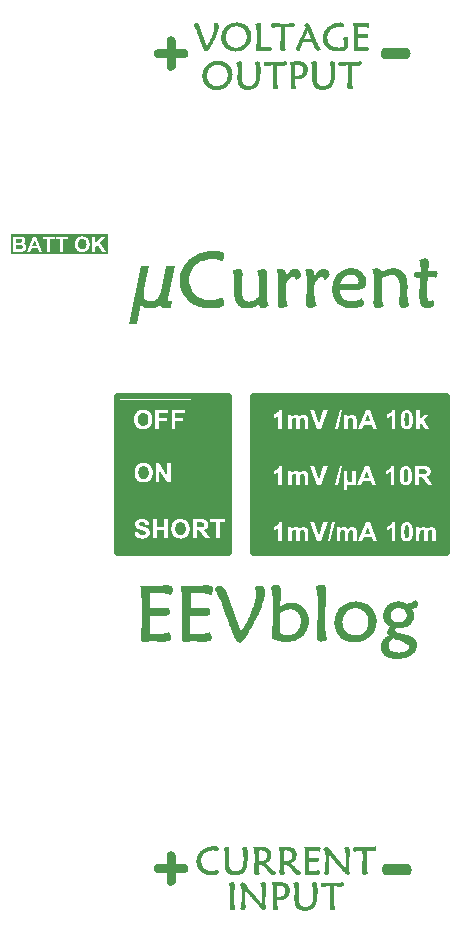
<source format=gto>
%FSLAX43Y43*%
%MOMM*%
G71*
G01*
G75*
G04 Layer_Color=65535*
%ADD10C,0.381*%
%ADD11C,11.500*%
%ADD12C,3.000*%
%ADD13C,0.800*%
%ADD14R,0.650X1.100*%
%ADD15R,3.937X2.921*%
%ADD16R,1.200X1.400*%
%ADD17R,1.000X1.000*%
%ADD18R,1.000X1.000*%
%ADD19R,0.900X1.000*%
%ADD20R,1.000X0.900*%
%ADD21R,2.000X1.650*%
%ADD22R,1.150X1.400*%
%ADD23R,0.900X0.950*%
%ADD24R,0.900X0.950*%
%ADD25R,1.500X1.600*%
%ADD26R,0.650X1.200*%
%ADD27C,0.203*%
%ADD28C,0.254*%
%ADD29C,0.508*%
%ADD30C,0.635*%
%ADD31C,3.810*%
%ADD32C,3.175*%
%ADD33C,2.032*%
%ADD34C,0.889*%
%ADD35C,11.000*%
%ADD36R,1.000X4.500*%
%ADD37R,1.000X2.500*%
%ADD38R,6.500X0.750*%
%ADD39R,4.000X2.500*%
%ADD40R,1.750X5.250*%
%ADD41R,5.500X2.250*%
%ADD42R,1.500X9.500*%
%ADD43R,9.500X1.000*%
%ADD44R,3.250X10.250*%
%ADD45R,0.750X4.000*%
%ADD46R,16.500X1.750*%
%ADD47R,16.500X1.500*%
G36*
X19628Y73911D02*
X19665D01*
X19713Y73903D01*
X19768Y73896D01*
X19828Y73889D01*
X19894Y73874D01*
X19965Y73859D01*
X20035Y73837D01*
X20113Y73811D01*
X20187Y73781D01*
X20261Y73744D01*
X20335Y73700D01*
X20402Y73652D01*
X20468Y73596D01*
X20472Y73592D01*
X20483Y73581D01*
X20498Y73563D01*
X20520Y73537D01*
X20546Y73507D01*
X20576Y73466D01*
X20605Y73422D01*
X20639Y73374D01*
X20668Y73315D01*
X20698Y73252D01*
X20728Y73181D01*
X20753Y73107D01*
X20776Y73029D01*
X20790Y72944D01*
X20802Y72855D01*
X20805Y72759D01*
Y72755D01*
Y72748D01*
Y72733D01*
Y72715D01*
X20802Y72692D01*
Y72667D01*
X20794Y72600D01*
X20783Y72526D01*
X20765Y72444D01*
X20742Y72359D01*
X20713Y72270D01*
Y72267D01*
X20709Y72259D01*
X20702Y72248D01*
X20694Y72233D01*
X20676Y72193D01*
X20646Y72141D01*
X20609Y72085D01*
X20565Y72022D01*
X20516Y71967D01*
X20457Y71911D01*
X20453Y71907D01*
X20446Y71900D01*
X20435Y71885D01*
X20420Y71870D01*
X20402Y71848D01*
X20379Y71826D01*
X20324Y71770D01*
X20253Y71711D01*
X20179Y71652D01*
X20094Y71596D01*
X20002Y71552D01*
X19998D01*
X19991Y71548D01*
X19976Y71544D01*
X19957Y71537D01*
X19935Y71530D01*
X19909Y71519D01*
X19876Y71511D01*
X19839Y71504D01*
X19757Y71485D01*
X19665Y71467D01*
X19565Y71456D01*
X19454Y71452D01*
X19413D01*
X19391Y71456D01*
X19365D01*
X19302Y71463D01*
X19231Y71470D01*
X19154Y71485D01*
X19068Y71507D01*
X18987Y71533D01*
X18983D01*
X18976Y71537D01*
X18965Y71541D01*
X18950Y71548D01*
X18909Y71570D01*
X18857Y71600D01*
X18794Y71641D01*
X18728Y71693D01*
X18661Y71759D01*
X18594Y71833D01*
X18587Y71837D01*
X18568Y71856D01*
X18539Y71878D01*
X18502Y71915D01*
X18457Y71963D01*
X18417Y72018D01*
X18376Y72085D01*
X18339Y72163D01*
Y72167D01*
X18335Y72174D01*
X18331Y72185D01*
X18324Y72204D01*
X18317Y72222D01*
X18309Y72248D01*
X18302Y72278D01*
X18294Y72307D01*
X18280Y72381D01*
X18265Y72467D01*
X18254Y72559D01*
X18250Y72659D01*
Y72663D01*
Y72670D01*
Y72685D01*
Y72704D01*
X18254Y72729D01*
Y72755D01*
X18261Y72822D01*
X18272Y72900D01*
X18291Y72981D01*
X18313Y73070D01*
X18343Y73155D01*
Y73159D01*
X18346Y73166D01*
X18354Y73178D01*
X18361Y73192D01*
X18372Y73215D01*
X18383Y73237D01*
X18413Y73292D01*
X18454Y73355D01*
X18502Y73426D01*
X18561Y73496D01*
X18628Y73563D01*
X18631Y73566D01*
X18635Y73570D01*
X18646Y73581D01*
X18661Y73592D01*
X18698Y73622D01*
X18750Y73663D01*
X18809Y73703D01*
X18883Y73748D01*
X18961Y73789D01*
X19050Y73826D01*
X19054D01*
X19061Y73829D01*
X19076Y73833D01*
X19091Y73840D01*
X19113Y73848D01*
X19142Y73855D01*
X19172Y73863D01*
X19205Y73870D01*
X19283Y73885D01*
X19372Y73900D01*
X19468Y73911D01*
X19572Y73915D01*
X19598D01*
X19628Y73911D01*
D02*
G37*
G36*
X30151Y4403D02*
X30155Y4396D01*
X30166Y4381D01*
X30177Y4363D01*
X30199Y4326D01*
X30210Y4303D01*
X30218Y4285D01*
Y4281D01*
X30221Y4278D01*
X30229Y4259D01*
X30232Y4229D01*
X30236Y4200D01*
Y4196D01*
Y4181D01*
X30232Y4163D01*
X30225Y4141D01*
X30218Y4118D01*
X30203Y4092D01*
X30184Y4070D01*
X30158Y4048D01*
X30155Y4044D01*
X30143Y4041D01*
X30125Y4033D01*
X30103Y4026D01*
X30069Y4015D01*
X30032Y4007D01*
X29988Y4003D01*
X29936Y4000D01*
X29888D01*
X29855Y4003D01*
X29758D01*
X29695Y4007D01*
X29688D01*
X29666Y4011D01*
X29632D01*
X29592Y4015D01*
X29503Y4018D01*
X29462Y4022D01*
X29429D01*
Y4018D01*
Y4011D01*
Y3996D01*
Y3981D01*
X29425Y3959D01*
Y3929D01*
X29421Y3870D01*
Y3796D01*
X29418Y3715D01*
X29414Y3626D01*
Y3537D01*
Y3533D01*
Y3526D01*
Y3515D01*
Y3496D01*
Y3474D01*
Y3452D01*
Y3392D01*
X29410Y3322D01*
Y3241D01*
Y3159D01*
Y3070D01*
Y3067D01*
Y3052D01*
Y3033D01*
Y3004D01*
Y2970D01*
Y2933D01*
X29414Y2889D01*
Y2844D01*
Y2744D01*
X29421Y2641D01*
X29425Y2537D01*
X29429Y2493D01*
X29432Y2448D01*
Y2444D01*
Y2437D01*
X29436Y2426D01*
Y2411D01*
X29444Y2374D01*
X29451Y2322D01*
X29462Y2267D01*
X29477Y2207D01*
X29492Y2152D01*
X29510Y2100D01*
X29506Y2096D01*
X29495Y2089D01*
X29477Y2078D01*
X29455Y2067D01*
X29399Y2037D01*
X29369Y2026D01*
X29340Y2015D01*
X29336D01*
X29329Y2011D01*
X29314Y2007D01*
X29295D01*
X29251Y2000D01*
X29199Y1996D01*
X29184D01*
X29166Y2000D01*
X29147Y2004D01*
X29125Y2011D01*
X29099Y2019D01*
X29081Y2033D01*
X29062Y2052D01*
Y2056D01*
X29055Y2063D01*
X29051Y2078D01*
X29044Y2096D01*
X29036Y2122D01*
X29029Y2156D01*
X29025Y2196D01*
X29021Y2244D01*
Y2248D01*
Y2263D01*
Y2278D01*
Y2293D01*
Y2311D01*
X29025Y2337D01*
Y2367D01*
Y2400D01*
Y2441D01*
X29029Y2489D01*
Y2541D01*
X29032Y2600D01*
Y2667D01*
X29036Y2741D01*
Y2744D01*
Y2759D01*
Y2781D01*
X29040Y2811D01*
Y2848D01*
X29044Y2889D01*
Y2937D01*
X29047Y2989D01*
Y3044D01*
Y3104D01*
X29051Y3230D01*
X29055Y3359D01*
Y3485D01*
Y3489D01*
Y3504D01*
Y3526D01*
Y3563D01*
Y3611D01*
X29051Y3641D01*
Y3674D01*
Y3711D01*
Y3752D01*
X29047Y3796D01*
Y3844D01*
Y3852D01*
Y3866D01*
Y3889D01*
Y3918D01*
Y3974D01*
Y4003D01*
Y4022D01*
X28877D01*
X28825Y4018D01*
X28766D01*
X28707Y4015D01*
X28644Y4007D01*
X28588Y4000D01*
X28581D01*
X28566Y3996D01*
X28540Y3992D01*
X28507Y3985D01*
X28466Y3978D01*
X28425Y3966D01*
X28344Y3937D01*
X28340Y3941D01*
X28336Y3952D01*
X28325Y3966D01*
X28314Y3989D01*
X28288Y4033D01*
X28270Y4078D01*
Y4081D01*
X28266Y4089D01*
X28262Y4111D01*
X28258Y4144D01*
X28255Y4178D01*
Y4181D01*
Y4192D01*
X28258Y4207D01*
X28262Y4229D01*
X28270Y4252D01*
X28281Y4270D01*
X28295Y4292D01*
X28314Y4307D01*
X28318D01*
X28325Y4315D01*
X28340Y4318D01*
X28362Y4326D01*
X28388Y4333D01*
X28421Y4337D01*
X28462Y4344D01*
X28573D01*
X28592Y4340D01*
X28647D01*
X28681Y4337D01*
X28718D01*
X28762Y4333D01*
X28810D01*
X28862Y4329D01*
X28892D01*
X28914Y4326D01*
X28973D01*
X29007Y4322D01*
X29044D01*
X29129Y4318D01*
X29221D01*
X29318Y4315D01*
X29514D01*
X29581Y4318D01*
X29651D01*
X29729Y4322D01*
X29803Y4326D01*
X29869Y4333D01*
X29877D01*
X29899Y4337D01*
X29929Y4344D01*
X29966Y4352D01*
X30010Y4363D01*
X30058Y4374D01*
X30103Y4389D01*
X30147Y4407D01*
X30151Y4403D01*
D02*
G37*
G36*
X24922Y4378D02*
X24951D01*
X24988Y4370D01*
X25029Y4366D01*
X25074Y4359D01*
X25170Y4337D01*
X25270Y4303D01*
X25318Y4281D01*
X25366Y4259D01*
X25414Y4229D01*
X25455Y4196D01*
X25459Y4192D01*
X25466Y4189D01*
X25474Y4178D01*
X25488Y4163D01*
X25507Y4144D01*
X25525Y4122D01*
X25544Y4092D01*
X25566Y4063D01*
X25585Y4029D01*
X25603Y3992D01*
X25640Y3904D01*
X25655Y3855D01*
X25662Y3804D01*
X25670Y3748D01*
X25674Y3689D01*
Y3685D01*
Y3674D01*
Y3652D01*
X25670Y3626D01*
X25666Y3596D01*
X25659Y3559D01*
X25651Y3518D01*
X25640Y3474D01*
X25629Y3426D01*
X25611Y3378D01*
X25592Y3329D01*
X25566Y3278D01*
X25537Y3226D01*
X25503Y3178D01*
X25462Y3130D01*
X25418Y3085D01*
X25414Y3081D01*
X25407Y3074D01*
X25392Y3063D01*
X25374Y3048D01*
X25348Y3030D01*
X25314Y3011D01*
X25281Y2989D01*
X25240Y2970D01*
X25196Y2948D01*
X25144Y2926D01*
X25088Y2907D01*
X25029Y2889D01*
X24966Y2874D01*
X24900Y2863D01*
X24829Y2855D01*
X24755Y2852D01*
X24633D01*
X24614Y2855D01*
X24600Y2859D01*
X24592D01*
X24588Y2863D01*
Y2859D01*
Y2852D01*
Y2837D01*
Y2818D01*
Y2796D01*
Y2767D01*
X24592Y2704D01*
X24596Y2633D01*
X24600Y2556D01*
X24607Y2481D01*
X24614Y2407D01*
Y2404D01*
Y2400D01*
X24618Y2378D01*
X24625Y2341D01*
X24633Y2300D01*
X24644Y2252D01*
X24659Y2200D01*
X24674Y2148D01*
X24692Y2100D01*
X24688Y2096D01*
X24677Y2089D01*
X24659Y2081D01*
X24637Y2067D01*
X24581Y2041D01*
X24522Y2019D01*
X24518D01*
X24511Y2015D01*
X24496Y2011D01*
X24481Y2007D01*
X24437Y2000D01*
X24392Y1996D01*
X24374D01*
X24359Y2000D01*
X24337Y2004D01*
X24311Y2011D01*
X24288Y2019D01*
X24266Y2033D01*
X24248Y2052D01*
Y2056D01*
X24240Y2063D01*
X24237Y2078D01*
X24229Y2100D01*
X24222Y2130D01*
X24214Y2163D01*
X24211Y2207D01*
X24207Y2259D01*
Y2263D01*
Y2278D01*
Y2304D01*
Y2322D01*
X24211Y2344D01*
Y2370D01*
Y2400D01*
Y2437D01*
X24214Y2478D01*
Y2522D01*
X24218Y2570D01*
Y2626D01*
X24222Y2689D01*
Y2693D01*
Y2704D01*
Y2722D01*
X24226Y2748D01*
Y2778D01*
X24229Y2815D01*
Y2852D01*
X24233Y2896D01*
Y2992D01*
X24237Y3096D01*
X24240Y3200D01*
Y3304D01*
Y3307D01*
Y3322D01*
Y3344D01*
Y3374D01*
Y3411D01*
Y3455D01*
X24237Y3500D01*
Y3552D01*
X24233Y3663D01*
X24229Y3774D01*
X24222Y3885D01*
X24218Y3933D01*
X24214Y3981D01*
Y3985D01*
Y3992D01*
X24211Y4003D01*
Y4022D01*
X24203Y4063D01*
X24196Y4118D01*
X24189Y4178D01*
X24174Y4237D01*
X24163Y4296D01*
X24144Y4348D01*
X24288D01*
X24322Y4352D01*
X24366D01*
X24418Y4355D01*
X24481Y4359D01*
X24551Y4363D01*
X24570D01*
X24585Y4366D01*
X24622Y4370D01*
X24666Y4374D01*
X24718D01*
X24770Y4378D01*
X24818Y4381D01*
X24896D01*
X24922Y4378D01*
D02*
G37*
G36*
X39036Y32220D02*
X22500D01*
Y35879D01*
X39036D01*
Y32220D01*
D02*
G37*
G36*
X22953Y73870D02*
X22979Y73866D01*
X23009Y73855D01*
X23042Y73837D01*
X23079Y73811D01*
X23109Y73774D01*
X23131Y73726D01*
X23135Y73718D01*
Y73711D01*
X23138Y73696D01*
X23142Y73678D01*
X23146Y73655D01*
X23153Y73629D01*
X23157Y73596D01*
X23161Y73555D01*
X23168Y73511D01*
X23172Y73463D01*
X23175Y73407D01*
X23179Y73344D01*
Y73274D01*
X23183Y73196D01*
Y73111D01*
Y73107D01*
Y73100D01*
Y73089D01*
Y73074D01*
Y73052D01*
Y73026D01*
X23179Y72967D01*
X23175Y72892D01*
X23168Y72811D01*
X23161Y72718D01*
X23153Y72618D01*
X23138Y72518D01*
X23124Y72411D01*
X23101Y72304D01*
X23079Y72200D01*
X23049Y72100D01*
X23016Y72004D01*
X22979Y71915D01*
X22935Y71837D01*
X22931Y71833D01*
X22924Y71822D01*
X22909Y71800D01*
X22887Y71778D01*
X22861Y71748D01*
X22827Y71715D01*
X22787Y71681D01*
X22738Y71644D01*
X22687Y71607D01*
X22624Y71574D01*
X22557Y71541D01*
X22483Y71511D01*
X22401Y71489D01*
X22313Y71470D01*
X22216Y71456D01*
X22113Y71452D01*
X22068D01*
X22035Y71456D01*
X21998Y71459D01*
X21953Y71467D01*
X21905Y71474D01*
X21850Y71481D01*
X21739Y71511D01*
X21683Y71530D01*
X21627Y71556D01*
X21572Y71581D01*
X21520Y71615D01*
X21472Y71652D01*
X21431Y71696D01*
X21427Y71700D01*
X21424Y71707D01*
X21413Y71722D01*
X21398Y71744D01*
X21383Y71770D01*
X21364Y71804D01*
X21346Y71841D01*
X21327Y71889D01*
X21309Y71941D01*
X21290Y72000D01*
X21272Y72063D01*
X21257Y72137D01*
X21242Y72215D01*
X21231Y72300D01*
X21227Y72393D01*
X21224Y72492D01*
Y72500D01*
Y72515D01*
Y72541D01*
Y72578D01*
X21227Y72626D01*
Y72685D01*
Y72752D01*
X21231Y72829D01*
Y72833D01*
Y72841D01*
Y72852D01*
Y72867D01*
X21235Y72904D01*
Y72952D01*
Y73007D01*
X21239Y73059D01*
Y73111D01*
Y73152D01*
Y73155D01*
Y73163D01*
Y73174D01*
Y73189D01*
Y73226D01*
X21235Y73278D01*
Y73333D01*
X21231Y73392D01*
X21224Y73452D01*
X21216Y73507D01*
Y73515D01*
X21213Y73533D01*
X21205Y73559D01*
X21198Y73596D01*
X21190Y73637D01*
X21176Y73678D01*
X21142Y73770D01*
X21146Y73774D01*
X21157Y73781D01*
X21176Y73789D01*
X21194Y73803D01*
X21246Y73829D01*
X21302Y73852D01*
X21305D01*
X21313Y73855D01*
X21327Y73859D01*
X21346Y73863D01*
X21390Y73870D01*
X21442Y73874D01*
X21461D01*
X21479Y73870D01*
X21502Y73866D01*
X21524Y73859D01*
X21550Y73848D01*
X21568Y73833D01*
X21587Y73811D01*
X21590Y73807D01*
X21594Y73800D01*
X21601Y73785D01*
X21609Y73763D01*
X21616Y73733D01*
X21620Y73692D01*
X21627Y73648D01*
Y73592D01*
Y73589D01*
Y73578D01*
Y73559D01*
Y73544D01*
X21624Y73526D01*
Y73500D01*
Y73474D01*
X21620Y73444D01*
Y73407D01*
X21616Y73366D01*
Y73322D01*
X21613Y73270D01*
X21609Y73211D01*
Y73207D01*
Y73196D01*
Y73181D01*
X21605Y73155D01*
Y73129D01*
Y73096D01*
X21601Y73059D01*
Y73018D01*
X21598Y72926D01*
Y72826D01*
X21594Y72726D01*
Y72622D01*
Y72618D01*
Y72604D01*
Y72578D01*
X21598Y72548D01*
Y72507D01*
X21601Y72467D01*
X21605Y72418D01*
X21609Y72367D01*
X21624Y72259D01*
X21646Y72152D01*
X21661Y72100D01*
X21679Y72052D01*
X21698Y72007D01*
X21720Y71970D01*
Y71967D01*
X21727Y71963D01*
X21746Y71941D01*
X21776Y71911D01*
X21820Y71878D01*
X21879Y71844D01*
X21913Y71830D01*
X21953Y71815D01*
X21994Y71804D01*
X22042Y71793D01*
X22090Y71789D01*
X22146Y71785D01*
X22179D01*
X22205Y71789D01*
X22235Y71793D01*
X22268Y71796D01*
X22342Y71815D01*
X22427Y71844D01*
X22472Y71863D01*
X22513Y71885D01*
X22553Y71915D01*
X22594Y71948D01*
X22627Y71985D01*
X22661Y72026D01*
X22664Y72030D01*
X22668Y72037D01*
X22675Y72052D01*
X22687Y72074D01*
X22698Y72100D01*
X22712Y72133D01*
X22727Y72174D01*
X22742Y72218D01*
X22757Y72270D01*
X22772Y72330D01*
X22787Y72396D01*
X22798Y72470D01*
X22809Y72548D01*
X22816Y72637D01*
X22824Y72733D01*
Y72833D01*
Y72837D01*
Y72848D01*
Y72867D01*
Y72892D01*
Y72922D01*
X22820Y72955D01*
Y72996D01*
Y73037D01*
X22812Y73126D01*
X22805Y73222D01*
X22798Y73315D01*
X22783Y73404D01*
Y73407D01*
Y73415D01*
X22779Y73426D01*
X22775Y73441D01*
X22764Y73481D01*
X22753Y73529D01*
X22735Y73585D01*
X22712Y73644D01*
X22690Y73700D01*
X22661Y73748D01*
X22664Y73752D01*
X22675Y73759D01*
X22690Y73774D01*
X22712Y73789D01*
X22761Y73822D01*
X22787Y73837D01*
X22809Y73848D01*
X22812D01*
X22820Y73852D01*
X22831Y73855D01*
X22846Y73863D01*
X22887Y73870D01*
X22927Y73874D01*
X22935D01*
X22953Y73870D01*
D02*
G37*
G36*
X20405Y33270D02*
X12300D01*
Y35331D01*
X20405D01*
Y33270D01*
D02*
G37*
G36*
X23466Y4366D02*
X23492Y4363D01*
X23514Y4355D01*
X23540Y4340D01*
X23566Y4326D01*
X23585Y4303D01*
X23589Y4300D01*
X23592Y4289D01*
X23600Y4274D01*
X23607Y4248D01*
X23614Y4215D01*
X23622Y4170D01*
X23629Y4115D01*
Y4052D01*
Y4048D01*
Y4029D01*
Y4018D01*
Y4000D01*
Y3978D01*
X23626Y3952D01*
Y3922D01*
Y3885D01*
X23622Y3844D01*
Y3796D01*
X23618Y3741D01*
Y3681D01*
X23614Y3615D01*
X23611Y3541D01*
Y3537D01*
Y3522D01*
Y3500D01*
X23607Y3470D01*
Y3437D01*
X23603Y3392D01*
Y3348D01*
Y3296D01*
X23600Y3241D01*
Y3181D01*
X23596Y3059D01*
X23592Y2933D01*
Y2811D01*
Y2807D01*
Y2800D01*
Y2789D01*
Y2774D01*
Y2737D01*
Y2685D01*
X23596Y2626D01*
Y2563D01*
Y2496D01*
X23600Y2430D01*
Y2422D01*
X23603Y2400D01*
Y2367D01*
X23607Y2326D01*
X23611Y2274D01*
X23618Y2215D01*
X23622Y2152D01*
X23629Y2085D01*
X23418Y1981D01*
X23415Y1985D01*
X23403Y1996D01*
X23385Y2011D01*
X23363Y2037D01*
X23329Y2070D01*
X23292Y2107D01*
X23248Y2152D01*
X23200Y2204D01*
X23140Y2263D01*
X23081Y2330D01*
X23011Y2404D01*
X22940Y2485D01*
X22859Y2574D01*
X22778Y2667D01*
X22685Y2770D01*
X22592Y2878D01*
X22585Y2885D01*
X22570Y2904D01*
X22544Y2933D01*
X22507Y2974D01*
X22466Y3026D01*
X22418Y3081D01*
X22366Y3144D01*
X22311Y3211D01*
X22192Y3352D01*
X22074Y3492D01*
X22018Y3563D01*
X21967Y3626D01*
X21922Y3685D01*
X21881Y3737D01*
Y3729D01*
Y3711D01*
Y3678D01*
Y3637D01*
Y3581D01*
Y3518D01*
X21885Y3444D01*
Y3363D01*
Y3274D01*
Y3178D01*
X21889Y3078D01*
X21892Y2970D01*
Y2859D01*
X21896Y2744D01*
X21904Y2504D01*
Y2500D01*
Y2496D01*
Y2474D01*
X21907Y2441D01*
Y2404D01*
Y2367D01*
X21911Y2333D01*
Y2304D01*
Y2296D01*
Y2289D01*
Y2281D01*
Y2263D01*
X21907Y2233D01*
Y2196D01*
X21900Y2159D01*
X21892Y2119D01*
X21881Y2085D01*
X21867Y2059D01*
Y2056D01*
X21859Y2052D01*
X21848Y2041D01*
X21833Y2030D01*
X21811Y2019D01*
X21785Y2011D01*
X21752Y2004D01*
X21715Y2000D01*
X21692D01*
X21674Y2004D01*
X21633Y2011D01*
X21581Y2022D01*
X21578D01*
X21570Y2026D01*
X21555Y2033D01*
X21537Y2041D01*
X21489Y2063D01*
X21433Y2100D01*
Y2104D01*
X21437Y2107D01*
X21441Y2119D01*
X21448Y2130D01*
X21463Y2167D01*
X21481Y2218D01*
X21500Y2281D01*
X21518Y2359D01*
X21537Y2444D01*
X21552Y2541D01*
Y2544D01*
Y2556D01*
X21555Y2570D01*
X21559Y2596D01*
Y2626D01*
X21563Y2663D01*
X21567Y2711D01*
X21570Y2763D01*
X21574Y2826D01*
X21578Y2896D01*
X21581Y2978D01*
Y3063D01*
X21585Y3163D01*
X21589Y3267D01*
Y3381D01*
Y3507D01*
Y3511D01*
Y3522D01*
Y3537D01*
Y3559D01*
Y3585D01*
X21585Y3615D01*
Y3685D01*
X21578Y3759D01*
X21570Y3833D01*
X21563Y3900D01*
X21555Y3929D01*
X21548Y3955D01*
Y3963D01*
X21541Y3978D01*
X21530Y4000D01*
X21515Y4029D01*
X21496Y4063D01*
X21470Y4096D01*
X21441Y4126D01*
X21404Y4155D01*
X21407Y4159D01*
X21418Y4174D01*
X21433Y4196D01*
X21452Y4218D01*
X21496Y4270D01*
X21522Y4292D01*
X21544Y4311D01*
X21548Y4315D01*
X21555Y4318D01*
X21567Y4326D01*
X21581Y4333D01*
X21622Y4344D01*
X21644Y4352D01*
X21692D01*
X21707Y4348D01*
X21744Y4337D01*
X21785Y4315D01*
X21789D01*
X21796Y4307D01*
X21807Y4300D01*
X21826Y4285D01*
X21844Y4270D01*
X21867Y4248D01*
X21892Y4222D01*
X21918Y4192D01*
X21922Y4189D01*
X21933Y4174D01*
X21944Y4163D01*
X21955Y4148D01*
X21970Y4129D01*
X21989Y4103D01*
X21992Y4100D01*
X21996Y4096D01*
X22004Y4085D01*
X22015Y4070D01*
X22029Y4055D01*
X22048Y4033D01*
X22092Y3981D01*
X22152Y3915D01*
X22218Y3833D01*
X22292Y3744D01*
X22378Y3644D01*
X22470Y3533D01*
X22574Y3415D01*
X22681Y3285D01*
X22792Y3152D01*
X22911Y3011D01*
X23037Y2863D01*
X23163Y2711D01*
X23292Y2556D01*
Y2559D01*
Y2567D01*
Y2578D01*
Y2593D01*
Y2630D01*
X23296Y2681D01*
Y2741D01*
Y2807D01*
X23300Y2944D01*
Y2948D01*
Y2952D01*
Y2974D01*
Y3007D01*
X23303Y3052D01*
Y3100D01*
Y3152D01*
Y3204D01*
Y3255D01*
Y3259D01*
Y3274D01*
Y3296D01*
Y3326D01*
Y3359D01*
Y3400D01*
X23300Y3444D01*
Y3492D01*
X23296Y3596D01*
X23289Y3700D01*
X23281Y3804D01*
X23277Y3848D01*
X23270Y3892D01*
Y3896D01*
Y3904D01*
X23266Y3915D01*
X23263Y3929D01*
X23255Y3970D01*
X23244Y4022D01*
X23229Y4085D01*
X23211Y4148D01*
X23185Y4211D01*
X23159Y4274D01*
X23163Y4278D01*
X23174Y4281D01*
X23192Y4292D01*
X23215Y4303D01*
X23263Y4329D01*
X23311Y4348D01*
X23315D01*
X23322Y4352D01*
X23333Y4355D01*
X23348Y4359D01*
X23389Y4366D01*
X23429Y4370D01*
X23448D01*
X23466Y4366D01*
D02*
G37*
G36*
X31406Y28135D02*
X31465Y28127D01*
X31539Y28120D01*
X31628Y28105D01*
X31717Y28083D01*
X31909Y28024D01*
X32013Y27987D01*
X32117Y27942D01*
X32220Y27890D01*
X32324Y27824D01*
X32420Y27750D01*
X32516Y27668D01*
X32524Y27661D01*
X32539Y27646D01*
X32561Y27616D01*
X32591Y27587D01*
X32628Y27535D01*
X32672Y27483D01*
X32716Y27416D01*
X32761Y27342D01*
X32805Y27261D01*
X32850Y27172D01*
X32894Y27076D01*
X32931Y26972D01*
X32961Y26853D01*
X32983Y26735D01*
X32998Y26616D01*
X33005Y26483D01*
Y26468D01*
Y26431D01*
X32998Y26379D01*
X32991Y26305D01*
X32983Y26217D01*
X32968Y26120D01*
X32939Y26017D01*
X32909Y25905D01*
X32902Y25891D01*
X32894Y25861D01*
X32872Y25809D01*
X32842Y25742D01*
X32805Y25661D01*
X32768Y25587D01*
X32716Y25505D01*
X32657Y25424D01*
Y25417D01*
X32642Y25409D01*
X32605Y25365D01*
X32546Y25298D01*
X32465Y25209D01*
X32368Y25120D01*
X32257Y25024D01*
X32131Y24935D01*
X31991Y24854D01*
X31983D01*
X31976Y24846D01*
X31954Y24839D01*
X31924Y24824D01*
X31850Y24794D01*
X31746Y24765D01*
X31628Y24728D01*
X31487Y24698D01*
X31331Y24676D01*
X31161Y24669D01*
X31087D01*
X31035Y24676D01*
X30969Y24683D01*
X30894Y24691D01*
X30813Y24706D01*
X30717Y24728D01*
X30524Y24787D01*
X30413Y24824D01*
X30309Y24868D01*
X30206Y24920D01*
X30102Y24987D01*
X30006Y25061D01*
X29909Y25143D01*
X29902Y25150D01*
X29887Y25165D01*
X29865Y25194D01*
X29835Y25231D01*
X29798Y25276D01*
X29754Y25335D01*
X29717Y25402D01*
X29672Y25476D01*
X29621Y25557D01*
X29583Y25646D01*
X29539Y25750D01*
X29502Y25861D01*
X29472Y25972D01*
X29450Y26098D01*
X29435Y26231D01*
X29428Y26365D01*
Y26372D01*
Y26402D01*
Y26439D01*
X29435Y26498D01*
X29443Y26565D01*
X29458Y26639D01*
X29472Y26728D01*
X29495Y26816D01*
X29517Y26920D01*
X29554Y27024D01*
X29591Y27128D01*
X29643Y27239D01*
X29702Y27342D01*
X29769Y27446D01*
X29850Y27550D01*
X29939Y27646D01*
X29946Y27653D01*
X29961Y27668D01*
X29991Y27690D01*
X30035Y27727D01*
X30087Y27764D01*
X30146Y27802D01*
X30220Y27846D01*
X30302Y27898D01*
X30391Y27942D01*
X30494Y27987D01*
X30606Y28024D01*
X30724Y28068D01*
X30850Y28098D01*
X30983Y28120D01*
X31131Y28135D01*
X31280Y28142D01*
X31354D01*
X31406Y28135D01*
D02*
G37*
G36*
X24628Y29564D02*
X24673Y29557D01*
X24717Y29542D01*
X24754Y29520D01*
X24799Y29490D01*
X24828Y29453D01*
Y29446D01*
X24843Y29431D01*
X24851Y29401D01*
X24865Y29364D01*
X24880Y29312D01*
X24888Y29253D01*
X24902Y29172D01*
Y29083D01*
Y29075D01*
Y29053D01*
Y29009D01*
X24895Y28950D01*
Y28905D01*
Y28853D01*
X24888Y28794D01*
Y28727D01*
Y28653D01*
X24880Y28564D01*
Y28557D01*
Y28542D01*
Y28520D01*
Y28483D01*
X24873Y28439D01*
Y28387D01*
Y28268D01*
X24865Y28135D01*
Y27987D01*
X24858Y27839D01*
Y27690D01*
X24865Y27698D01*
X24888Y27720D01*
X24925Y27750D01*
X24977Y27794D01*
X25036Y27831D01*
X25110Y27876D01*
X25191Y27920D01*
X25288Y27957D01*
X25302Y27964D01*
X25332Y27972D01*
X25384Y27987D01*
X25451Y28009D01*
X25532Y28024D01*
X25621Y28039D01*
X25717Y28046D01*
X25813Y28053D01*
X25873D01*
X25917Y28046D01*
X25969Y28039D01*
X26036Y28031D01*
X26184Y28002D01*
X26347Y27950D01*
X26436Y27913D01*
X26517Y27868D01*
X26606Y27816D01*
X26695Y27764D01*
X26776Y27690D01*
X26858Y27616D01*
X26865Y27609D01*
X26873Y27594D01*
X26895Y27572D01*
X26924Y27542D01*
X26954Y27498D01*
X26991Y27446D01*
X27028Y27387D01*
X27065Y27320D01*
X27102Y27246D01*
X27139Y27165D01*
X27206Y26979D01*
X27258Y26772D01*
X27265Y26654D01*
X27273Y26535D01*
Y26528D01*
Y26498D01*
Y26461D01*
X27265Y26409D01*
X27258Y26342D01*
X27243Y26261D01*
X27228Y26172D01*
X27206Y26083D01*
X27176Y25979D01*
X27139Y25876D01*
X27102Y25765D01*
X27050Y25654D01*
X26984Y25550D01*
X26917Y25439D01*
X26836Y25335D01*
X26739Y25231D01*
X26732Y25224D01*
X26717Y25209D01*
X26687Y25187D01*
X26643Y25150D01*
X26591Y25113D01*
X26532Y25068D01*
X26458Y25024D01*
X26369Y24972D01*
X26280Y24928D01*
X26176Y24876D01*
X26065Y24831D01*
X25947Y24794D01*
X25821Y24757D01*
X25688Y24735D01*
X25547Y24720D01*
X25399Y24713D01*
X25347D01*
X25295Y24720D01*
X25221D01*
X25132Y24728D01*
X25036Y24743D01*
X24925Y24757D01*
X24814Y24780D01*
X24799Y24787D01*
X24762Y24794D01*
X24695Y24809D01*
X24614Y24839D01*
X24517Y24868D01*
X24399Y24913D01*
X24273Y24965D01*
X24132Y25024D01*
Y25031D01*
Y25046D01*
X24140Y25076D01*
Y25113D01*
Y25165D01*
X24147Y25217D01*
Y25283D01*
X24154Y25357D01*
X24162Y25528D01*
X24177Y25713D01*
X24184Y25920D01*
X24191Y26142D01*
Y26150D01*
Y26172D01*
Y26202D01*
X24199Y26254D01*
Y26305D01*
Y26379D01*
Y26461D01*
X24206Y26550D01*
Y26646D01*
Y26757D01*
Y26868D01*
X24214Y26994D01*
Y27268D01*
Y27557D01*
Y27565D01*
Y27602D01*
Y27646D01*
Y27713D01*
Y27787D01*
Y27876D01*
Y27972D01*
X24206Y28076D01*
Y28290D01*
X24199Y28498D01*
X24191Y28594D01*
X24184Y28683D01*
X24177Y28764D01*
X24169Y28831D01*
Y28838D01*
Y28846D01*
X24162Y28883D01*
X24154Y28950D01*
X24140Y29024D01*
X24125Y29113D01*
X24103Y29201D01*
X24073Y29298D01*
X24043Y29387D01*
X24051Y29394D01*
X24073Y29401D01*
X24110Y29424D01*
X24154Y29446D01*
X24258Y29498D01*
X24354Y29535D01*
X24362D01*
X24377Y29542D01*
X24399Y29549D01*
X24428Y29557D01*
X24495Y29564D01*
X24569Y29572D01*
X24599D01*
X24628Y29564D01*
D02*
G37*
G36*
X28443Y29572D02*
X28480Y29564D01*
X28569Y29535D01*
X28613Y29512D01*
X28643Y29475D01*
X28650Y29468D01*
X28658Y29453D01*
X28672Y29431D01*
X28687Y29394D01*
X28702Y29342D01*
X28709Y29275D01*
X28724Y29201D01*
Y29105D01*
Y29098D01*
Y29061D01*
Y29038D01*
Y29001D01*
Y28957D01*
X28717Y28905D01*
Y28846D01*
Y28772D01*
X28709Y28683D01*
Y28587D01*
X28702Y28476D01*
Y28350D01*
X28695Y28209D01*
X28687Y28053D01*
Y28046D01*
Y28016D01*
Y27972D01*
X28680Y27905D01*
Y27831D01*
Y27742D01*
X28672Y27646D01*
Y27535D01*
Y27416D01*
X28665Y27290D01*
Y27031D01*
X28658Y26765D01*
Y26498D01*
Y26491D01*
Y26468D01*
Y26431D01*
Y26379D01*
Y26320D01*
Y26254D01*
X28665Y26105D01*
Y25935D01*
X28672Y25765D01*
X28680Y25602D01*
X28687Y25535D01*
X28695Y25468D01*
Y25454D01*
X28702Y25417D01*
X28709Y25357D01*
X28724Y25283D01*
X28747Y25202D01*
X28769Y25113D01*
X28798Y25017D01*
X28828Y24928D01*
X28821Y24920D01*
X28798Y24913D01*
X28769Y24891D01*
X28724Y24868D01*
X28628Y24824D01*
X28524Y24787D01*
X28517D01*
X28502Y24780D01*
X28480Y24772D01*
X28450D01*
X28376Y24757D01*
X28287Y24750D01*
X28258D01*
X28228Y24757D01*
X28184Y24765D01*
X28102Y24794D01*
X28058Y24817D01*
X28028Y24854D01*
Y24861D01*
X28021Y24876D01*
X28006Y24906D01*
X27998Y24943D01*
X27984Y24994D01*
X27969Y25061D01*
X27961Y25143D01*
Y25231D01*
Y25239D01*
Y25246D01*
Y25268D01*
Y25291D01*
Y25328D01*
Y25372D01*
Y25424D01*
X27969Y25491D01*
Y25565D01*
Y25646D01*
Y25742D01*
X27976Y25846D01*
Y25965D01*
X27984Y26091D01*
Y26231D01*
X27991Y26387D01*
Y26394D01*
Y26424D01*
Y26468D01*
X27998Y26528D01*
Y26602D01*
X28006Y26683D01*
Y26779D01*
X28013Y26883D01*
Y27105D01*
X28021Y27335D01*
X28028Y27572D01*
Y27787D01*
Y27794D01*
Y27816D01*
Y27853D01*
Y27898D01*
Y27957D01*
Y28024D01*
X28021Y28172D01*
Y28335D01*
X28013Y28505D01*
X27998Y28668D01*
X27991Y28742D01*
X27984Y28809D01*
Y28816D01*
Y28824D01*
X27976Y28868D01*
X27961Y28935D01*
X27947Y29009D01*
X27932Y29105D01*
X27902Y29201D01*
X27880Y29298D01*
X27843Y29387D01*
X27850Y29394D01*
X27873Y29401D01*
X27902Y29424D01*
X27939Y29446D01*
X28035Y29498D01*
X28132Y29535D01*
X28139D01*
X28154Y29542D01*
X28176Y29549D01*
X28213Y29557D01*
X28287Y29572D01*
X28376Y29579D01*
X28406D01*
X28443Y29572D01*
D02*
G37*
G36*
X27777Y4370D02*
X27803Y4366D01*
X27833Y4355D01*
X27866Y4337D01*
X27903Y4311D01*
X27933Y4274D01*
X27955Y4226D01*
X27958Y4218D01*
Y4211D01*
X27962Y4196D01*
X27966Y4178D01*
X27970Y4155D01*
X27977Y4129D01*
X27981Y4096D01*
X27984Y4055D01*
X27992Y4011D01*
X27996Y3963D01*
X27999Y3907D01*
X28003Y3844D01*
Y3774D01*
X28007Y3696D01*
Y3611D01*
Y3607D01*
Y3600D01*
Y3589D01*
Y3574D01*
Y3552D01*
Y3526D01*
X28003Y3467D01*
X27999Y3392D01*
X27992Y3311D01*
X27984Y3218D01*
X27977Y3118D01*
X27962Y3018D01*
X27947Y2911D01*
X27925Y2804D01*
X27903Y2700D01*
X27873Y2600D01*
X27840Y2504D01*
X27803Y2415D01*
X27759Y2337D01*
X27755Y2333D01*
X27747Y2322D01*
X27733Y2300D01*
X27710Y2278D01*
X27684Y2248D01*
X27651Y2215D01*
X27610Y2181D01*
X27562Y2144D01*
X27510Y2107D01*
X27447Y2074D01*
X27381Y2041D01*
X27307Y2011D01*
X27225Y1989D01*
X27136Y1970D01*
X27040Y1956D01*
X26936Y1952D01*
X26892D01*
X26859Y1956D01*
X26822Y1959D01*
X26777Y1967D01*
X26729Y1974D01*
X26673Y1981D01*
X26562Y2011D01*
X26507Y2030D01*
X26451Y2056D01*
X26396Y2081D01*
X26344Y2115D01*
X26296Y2152D01*
X26255Y2196D01*
X26251Y2200D01*
X26248Y2207D01*
X26236Y2222D01*
X26222Y2244D01*
X26207Y2270D01*
X26188Y2304D01*
X26170Y2341D01*
X26151Y2389D01*
X26133Y2441D01*
X26114Y2500D01*
X26096Y2563D01*
X26081Y2637D01*
X26066Y2715D01*
X26055Y2800D01*
X26051Y2892D01*
X26048Y2992D01*
Y3000D01*
Y3015D01*
Y3041D01*
Y3078D01*
X26051Y3126D01*
Y3185D01*
Y3252D01*
X26055Y3329D01*
Y3333D01*
Y3341D01*
Y3352D01*
Y3367D01*
X26059Y3404D01*
Y3452D01*
Y3507D01*
X26062Y3559D01*
Y3611D01*
Y3652D01*
Y3655D01*
Y3663D01*
Y3674D01*
Y3689D01*
Y3726D01*
X26059Y3778D01*
Y3833D01*
X26055Y3892D01*
X26048Y3952D01*
X26040Y4007D01*
Y4015D01*
X26036Y4033D01*
X26029Y4059D01*
X26022Y4096D01*
X26014Y4137D01*
X25999Y4178D01*
X25966Y4270D01*
X25970Y4274D01*
X25981Y4281D01*
X25999Y4289D01*
X26018Y4303D01*
X26070Y4329D01*
X26125Y4352D01*
X26129D01*
X26136Y4355D01*
X26151Y4359D01*
X26170Y4363D01*
X26214Y4370D01*
X26266Y4374D01*
X26285D01*
X26303Y4370D01*
X26325Y4366D01*
X26348Y4359D01*
X26373Y4348D01*
X26392Y4333D01*
X26410Y4311D01*
X26414Y4307D01*
X26418Y4300D01*
X26425Y4285D01*
X26433Y4263D01*
X26440Y4233D01*
X26444Y4192D01*
X26451Y4148D01*
Y4092D01*
Y4089D01*
Y4078D01*
Y4059D01*
Y4044D01*
X26448Y4026D01*
Y4000D01*
Y3974D01*
X26444Y3944D01*
Y3907D01*
X26440Y3866D01*
Y3822D01*
X26436Y3770D01*
X26433Y3711D01*
Y3707D01*
Y3696D01*
Y3681D01*
X26429Y3655D01*
Y3629D01*
Y3596D01*
X26425Y3559D01*
Y3518D01*
X26422Y3426D01*
Y3326D01*
X26418Y3226D01*
Y3122D01*
Y3118D01*
Y3104D01*
Y3078D01*
X26422Y3048D01*
Y3007D01*
X26425Y2967D01*
X26429Y2918D01*
X26433Y2867D01*
X26448Y2759D01*
X26470Y2652D01*
X26485Y2600D01*
X26503Y2552D01*
X26522Y2507D01*
X26544Y2470D01*
Y2467D01*
X26551Y2463D01*
X26570Y2441D01*
X26599Y2411D01*
X26644Y2378D01*
X26703Y2344D01*
X26736Y2330D01*
X26777Y2315D01*
X26818Y2304D01*
X26866Y2293D01*
X26914Y2289D01*
X26970Y2285D01*
X27003D01*
X27029Y2289D01*
X27059Y2293D01*
X27092Y2296D01*
X27166Y2315D01*
X27251Y2344D01*
X27296Y2363D01*
X27336Y2385D01*
X27377Y2415D01*
X27418Y2448D01*
X27451Y2485D01*
X27484Y2526D01*
X27488Y2530D01*
X27492Y2537D01*
X27499Y2552D01*
X27510Y2574D01*
X27521Y2600D01*
X27536Y2633D01*
X27551Y2674D01*
X27566Y2718D01*
X27581Y2770D01*
X27596Y2830D01*
X27610Y2896D01*
X27621Y2970D01*
X27633Y3048D01*
X27640Y3137D01*
X27647Y3233D01*
Y3333D01*
Y3337D01*
Y3348D01*
Y3367D01*
Y3392D01*
Y3422D01*
X27644Y3455D01*
Y3496D01*
Y3537D01*
X27636Y3626D01*
X27629Y3722D01*
X27621Y3815D01*
X27607Y3904D01*
Y3907D01*
Y3915D01*
X27603Y3926D01*
X27599Y3941D01*
X27588Y3981D01*
X27577Y4029D01*
X27559Y4085D01*
X27536Y4144D01*
X27514Y4200D01*
X27484Y4248D01*
X27488Y4252D01*
X27499Y4259D01*
X27514Y4274D01*
X27536Y4289D01*
X27584Y4322D01*
X27610Y4337D01*
X27633Y4348D01*
X27636D01*
X27644Y4352D01*
X27655Y4355D01*
X27670Y4363D01*
X27710Y4370D01*
X27751Y4374D01*
X27759D01*
X27777Y4370D01*
D02*
G37*
G36*
X20833D02*
X20856Y4366D01*
X20881Y4359D01*
X20904Y4348D01*
X20926Y4333D01*
X20944Y4311D01*
X20948Y4307D01*
X20952Y4300D01*
X20959Y4285D01*
X20967Y4266D01*
X20974Y4237D01*
X20981Y4203D01*
X20989Y4166D01*
Y4118D01*
Y4111D01*
Y4096D01*
Y4085D01*
X20985Y4066D01*
Y4048D01*
Y4022D01*
X20981Y3989D01*
Y3952D01*
X20978Y3911D01*
Y3859D01*
X20974Y3800D01*
X20970Y3733D01*
Y3729D01*
Y3715D01*
Y3696D01*
X20967Y3670D01*
Y3633D01*
Y3592D01*
X20963Y3548D01*
Y3500D01*
Y3444D01*
X20959Y3385D01*
Y3259D01*
X20956Y3122D01*
Y2985D01*
Y2981D01*
Y2970D01*
Y2952D01*
Y2926D01*
Y2892D01*
Y2859D01*
X20959Y2818D01*
Y2778D01*
Y2685D01*
X20967Y2593D01*
X20970Y2500D01*
X20974Y2459D01*
X20978Y2418D01*
Y2415D01*
Y2411D01*
X20981Y2400D01*
Y2385D01*
X20989Y2352D01*
X20996Y2304D01*
X21007Y2256D01*
X21018Y2200D01*
X21037Y2148D01*
X21056Y2100D01*
X21052Y2096D01*
X21041Y2089D01*
X21022Y2081D01*
X21000Y2067D01*
X20944Y2041D01*
X20885Y2019D01*
X20881D01*
X20874Y2015D01*
X20859Y2011D01*
X20841D01*
X20796Y2004D01*
X20744Y2000D01*
X20730D01*
X20711Y2004D01*
X20689Y2007D01*
X20663Y2015D01*
X20641Y2022D01*
X20622Y2037D01*
X20604Y2056D01*
Y2059D01*
X20596Y2067D01*
X20593Y2081D01*
X20585Y2104D01*
X20578Y2130D01*
X20574Y2167D01*
X20567Y2207D01*
Y2259D01*
Y2263D01*
Y2278D01*
Y2300D01*
Y2318D01*
X20570Y2341D01*
Y2367D01*
Y2396D01*
Y2430D01*
X20574Y2470D01*
Y2518D01*
X20578Y2570D01*
Y2630D01*
X20581Y2693D01*
Y2696D01*
Y2707D01*
Y2730D01*
X20585Y2755D01*
Y2785D01*
Y2826D01*
X20589Y2867D01*
Y2915D01*
X20593Y3015D01*
Y3130D01*
X20596Y3244D01*
Y3359D01*
Y3363D01*
Y3378D01*
Y3396D01*
Y3422D01*
Y3455D01*
Y3492D01*
X20593Y3533D01*
Y3574D01*
X20589Y3670D01*
X20585Y3766D01*
X20578Y3859D01*
X20574Y3904D01*
X20570Y3944D01*
Y3948D01*
Y3952D01*
X20567Y3963D01*
Y3978D01*
X20559Y4015D01*
X20552Y4063D01*
X20544Y4115D01*
X20530Y4166D01*
X20519Y4218D01*
X20500Y4266D01*
X20504Y4270D01*
X20519Y4278D01*
X20537Y4289D01*
X20559Y4300D01*
X20611Y4329D01*
X20641Y4340D01*
X20667Y4352D01*
X20670D01*
X20678Y4355D01*
X20693Y4359D01*
X20711Y4363D01*
X20752Y4370D01*
X20800Y4374D01*
X20818D01*
X20833Y4370D01*
D02*
G37*
G36*
X38715Y36556D02*
X22500D01*
Y40629D01*
X38715D01*
Y36556D01*
D02*
G37*
G36*
X15780Y38020D02*
X12300D01*
Y40081D01*
X15780D01*
Y38020D01*
D02*
G37*
G36*
X15660Y75988D02*
X15705Y75981D01*
X15750Y75968D01*
X15796Y75949D01*
X15841Y75923D01*
X15887Y75884D01*
X15893Y75878D01*
X15906Y75865D01*
X15919Y75845D01*
X15945Y75813D01*
X15964Y75774D01*
X15977Y75722D01*
X15990Y75670D01*
X15997Y75606D01*
Y74925D01*
X16703D01*
X16735Y74919D01*
X16774Y74912D01*
X16820Y74899D01*
X16865Y74880D01*
X16910Y74854D01*
X16956Y74815D01*
X16962Y74809D01*
X16975Y74796D01*
X16988Y74770D01*
X17014Y74737D01*
X17033Y74699D01*
X17046Y74653D01*
X17059Y74595D01*
X17066Y74537D01*
Y74530D01*
Y74511D01*
X17059Y74478D01*
X17053Y74439D01*
X17040Y74394D01*
X17020Y74349D01*
X16995Y74303D01*
X16956Y74258D01*
X16949Y74251D01*
X16936Y74238D01*
X16910Y74226D01*
X16878Y74206D01*
X16839Y74180D01*
X16794Y74167D01*
X16735Y74154D01*
X16677Y74148D01*
X15997D01*
Y73467D01*
Y73461D01*
Y73441D01*
X15990Y73409D01*
X15984Y73364D01*
X15971Y73318D01*
X15951Y73273D01*
X15925Y73228D01*
X15887Y73182D01*
X15880Y73176D01*
X15867Y73169D01*
X15841Y73150D01*
X15809Y73130D01*
X15770Y73111D01*
X15718Y73098D01*
X15666Y73085D01*
X15601Y73079D01*
X15575D01*
X15543Y73085D01*
X15504Y73092D01*
X15459Y73105D01*
X15414Y73124D01*
X15368Y73150D01*
X15323Y73189D01*
X15316Y73195D01*
X15310Y73208D01*
X15290Y73234D01*
X15271Y73267D01*
X15252Y73305D01*
X15239Y73351D01*
X15226Y73409D01*
X15219Y73467D01*
Y74148D01*
X14506D01*
X14474Y74154D01*
X14435Y74161D01*
X14390Y74174D01*
X14344Y74193D01*
X14293Y74219D01*
X14254Y74251D01*
X14247Y74258D01*
X14241Y74271D01*
X14221Y74297D01*
X14202Y74329D01*
X14182Y74368D01*
X14169Y74420D01*
X14156Y74472D01*
X14150Y74537D01*
Y74543D01*
Y74562D01*
X14156Y74595D01*
X14163Y74634D01*
X14176Y74679D01*
X14195Y74724D01*
X14221Y74770D01*
X14254Y74815D01*
X14260Y74822D01*
X14273Y74835D01*
X14299Y74848D01*
X14331Y74873D01*
X14370Y74893D01*
X14416Y74906D01*
X14474Y74919D01*
X14532Y74925D01*
X15219D01*
Y75606D01*
Y75612D01*
Y75632D01*
X15226Y75664D01*
X15232Y75703D01*
X15245Y75748D01*
X15264Y75794D01*
X15290Y75839D01*
X15323Y75884D01*
X15329Y75891D01*
X15342Y75904D01*
X15368Y75917D01*
X15401Y75943D01*
X15439Y75962D01*
X15485Y75975D01*
X15543Y75988D01*
X15601Y75994D01*
X15634D01*
X15660Y75988D01*
D02*
G37*
G36*
X21229Y77161D02*
X21266D01*
X21314Y77153D01*
X21370Y77146D01*
X21429Y77139D01*
X21496Y77124D01*
X21566Y77109D01*
X21637Y77087D01*
X21714Y77061D01*
X21788Y77031D01*
X21863Y76994D01*
X21937Y76950D01*
X22003Y76902D01*
X22070Y76846D01*
X22074Y76842D01*
X22085Y76831D01*
X22100Y76813D01*
X22122Y76787D01*
X22148Y76757D01*
X22177Y76716D01*
X22207Y76672D01*
X22240Y76624D01*
X22270Y76565D01*
X22299Y76502D01*
X22329Y76431D01*
X22355Y76357D01*
X22377Y76279D01*
X22392Y76194D01*
X22403Y76105D01*
X22407Y76009D01*
Y76005D01*
Y75998D01*
Y75983D01*
Y75965D01*
X22403Y75942D01*
Y75917D01*
X22396Y75850D01*
X22385Y75776D01*
X22366Y75694D01*
X22344Y75609D01*
X22314Y75520D01*
Y75517D01*
X22311Y75509D01*
X22303Y75498D01*
X22296Y75483D01*
X22277Y75443D01*
X22248Y75391D01*
X22211Y75335D01*
X22166Y75272D01*
X22118Y75217D01*
X22059Y75161D01*
X22055Y75157D01*
X22048Y75150D01*
X22037Y75135D01*
X22022Y75120D01*
X22003Y75098D01*
X21981Y75076D01*
X21925Y75020D01*
X21855Y74961D01*
X21781Y74902D01*
X21696Y74846D01*
X21603Y74802D01*
X21600D01*
X21592Y74798D01*
X21577Y74794D01*
X21559Y74787D01*
X21537Y74780D01*
X21511Y74769D01*
X21477Y74761D01*
X21440Y74754D01*
X21359Y74735D01*
X21266Y74717D01*
X21166Y74706D01*
X21055Y74702D01*
X21014D01*
X20992Y74706D01*
X20966D01*
X20903Y74713D01*
X20833Y74720D01*
X20755Y74735D01*
X20670Y74757D01*
X20589Y74783D01*
X20585D01*
X20577Y74787D01*
X20566Y74791D01*
X20552Y74798D01*
X20511Y74820D01*
X20459Y74850D01*
X20396Y74891D01*
X20329Y74943D01*
X20263Y75009D01*
X20196Y75083D01*
X20189Y75087D01*
X20170Y75106D01*
X20140Y75128D01*
X20103Y75165D01*
X20059Y75213D01*
X20018Y75268D01*
X19978Y75335D01*
X19940Y75413D01*
Y75417D01*
X19937Y75424D01*
X19933Y75435D01*
X19926Y75454D01*
X19918Y75472D01*
X19911Y75498D01*
X19903Y75528D01*
X19896Y75557D01*
X19881Y75631D01*
X19866Y75717D01*
X19855Y75809D01*
X19852Y75909D01*
Y75913D01*
Y75920D01*
Y75935D01*
Y75954D01*
X19855Y75979D01*
Y76005D01*
X19863Y76072D01*
X19874Y76150D01*
X19892Y76231D01*
X19915Y76320D01*
X19944Y76405D01*
Y76409D01*
X19948Y76416D01*
X19955Y76428D01*
X19963Y76442D01*
X19974Y76465D01*
X19985Y76487D01*
X20015Y76542D01*
X20055Y76605D01*
X20103Y76676D01*
X20163Y76746D01*
X20229Y76813D01*
X20233Y76816D01*
X20237Y76820D01*
X20248Y76831D01*
X20263Y76842D01*
X20300Y76872D01*
X20352Y76913D01*
X20411Y76953D01*
X20485Y76998D01*
X20563Y77039D01*
X20652Y77076D01*
X20655D01*
X20663Y77079D01*
X20677Y77083D01*
X20692Y77090D01*
X20714Y77098D01*
X20744Y77105D01*
X20774Y77113D01*
X20807Y77120D01*
X20885Y77135D01*
X20974Y77150D01*
X21070Y77161D01*
X21174Y77165D01*
X21200D01*
X21229Y77161D01*
D02*
G37*
G36*
X27166Y77116D02*
X27184Y77109D01*
X27210Y77094D01*
X27236Y77079D01*
X27266Y77053D01*
X27292Y77020D01*
X27295Y77016D01*
X27306Y77002D01*
X27321Y76976D01*
X27340Y76942D01*
X27362Y76902D01*
X27392Y76846D01*
X27421Y76783D01*
X27451Y76709D01*
X27455Y76702D01*
X27458Y76691D01*
X27462Y76679D01*
X27469Y76661D01*
X27480Y76639D01*
X27492Y76613D01*
X27503Y76583D01*
X27514Y76550D01*
X27532Y76513D01*
X27547Y76468D01*
X27566Y76424D01*
X27588Y76372D01*
X27610Y76316D01*
X27632Y76257D01*
X27658Y76194D01*
Y76191D01*
X27662Y76183D01*
X27669Y76168D01*
X27677Y76146D01*
X27688Y76120D01*
X27699Y76091D01*
X27714Y76057D01*
X27729Y76020D01*
X27766Y75931D01*
X27806Y75835D01*
X27854Y75728D01*
X27903Y75617D01*
X27951Y75505D01*
X28003Y75394D01*
X28054Y75283D01*
X28106Y75183D01*
X28154Y75091D01*
X28180Y75050D01*
X28203Y75013D01*
X28225Y74980D01*
X28243Y74950D01*
X28262Y74924D01*
X28280Y74906D01*
X28277Y74902D01*
X28269Y74891D01*
X28254Y74872D01*
X28236Y74854D01*
X28191Y74809D01*
X28169Y74791D01*
X28147Y74776D01*
X28143D01*
X28136Y74772D01*
X28125Y74769D01*
X28110Y74761D01*
X28069Y74750D01*
X28021Y74746D01*
X28014D01*
X28003Y74750D01*
X27988Y74754D01*
X27973Y74765D01*
X27951Y74776D01*
X27929Y74794D01*
X27903Y74817D01*
X27877Y74846D01*
X27843Y74887D01*
X27814Y74931D01*
X27777Y74987D01*
X27740Y75054D01*
X27703Y75128D01*
X27666Y75217D01*
X27625Y75317D01*
Y75320D01*
X27617Y75335D01*
X27610Y75357D01*
X27599Y75383D01*
X27580Y75439D01*
X27569Y75465D01*
X27562Y75487D01*
X26747D01*
Y75483D01*
X26743Y75476D01*
X26736Y75461D01*
X26729Y75443D01*
X26718Y75424D01*
X26706Y75398D01*
X26681Y75339D01*
X26651Y75272D01*
X26625Y75202D01*
X26599Y75135D01*
X26577Y75072D01*
X26573Y75065D01*
X26569Y75046D01*
X26562Y75020D01*
X26555Y74983D01*
X26544Y74943D01*
X26536Y74902D01*
X26532Y74857D01*
X26529Y74817D01*
X26525Y74754D01*
X26492D01*
X26462Y74750D01*
X26429D01*
X26406Y74746D01*
X26388D01*
X26366Y74750D01*
X26340Y74754D01*
X26281Y74769D01*
X26251Y74780D01*
X26225Y74794D01*
X26221Y74798D01*
X26214Y74806D01*
X26206Y74817D01*
X26195Y74831D01*
X26181Y74854D01*
X26173Y74880D01*
X26166Y74909D01*
X26162Y74943D01*
Y74946D01*
X26166Y74954D01*
Y74968D01*
X26173Y74983D01*
X26177Y75006D01*
X26188Y75031D01*
X26203Y75068D01*
X26218Y75109D01*
X26240Y75157D01*
X26262Y75217D01*
X26292Y75283D01*
X26329Y75361D01*
X26369Y75450D01*
X26418Y75550D01*
X26473Y75661D01*
X26477Y75668D01*
X26488Y75691D01*
X26503Y75724D01*
X26525Y75768D01*
X26551Y75820D01*
X26584Y75887D01*
X26618Y75957D01*
X26658Y76039D01*
X26699Y76124D01*
X26740Y76213D01*
X26784Y76309D01*
X26832Y76405D01*
X26921Y76605D01*
X27010Y76802D01*
X27006Y76805D01*
X26999Y76816D01*
X26984Y76831D01*
X26966Y76850D01*
X26962Y76857D01*
X26947Y76876D01*
X26925Y76902D01*
X26895Y76942D01*
X26899Y76946D01*
X26906Y76957D01*
X26921Y76976D01*
X26936Y76998D01*
X26977Y77042D01*
X26995Y77065D01*
X27018Y77079D01*
X27021Y77083D01*
X27029Y77087D01*
X27040Y77094D01*
X27055Y77102D01*
X27088Y77113D01*
X27110Y77120D01*
X27147D01*
X27166Y77116D01*
D02*
G37*
G36*
X25327Y73903D02*
X25331Y73896D01*
X25342Y73881D01*
X25353Y73863D01*
X25375Y73826D01*
X25386Y73803D01*
X25394Y73785D01*
Y73781D01*
X25397Y73778D01*
X25405Y73759D01*
X25409Y73729D01*
X25412Y73700D01*
Y73696D01*
Y73681D01*
X25409Y73663D01*
X25401Y73641D01*
X25394Y73618D01*
X25379Y73592D01*
X25360Y73570D01*
X25334Y73548D01*
X25331Y73544D01*
X25320Y73541D01*
X25301Y73533D01*
X25279Y73526D01*
X25246Y73515D01*
X25209Y73507D01*
X25164Y73504D01*
X25112Y73500D01*
X25064D01*
X25031Y73504D01*
X24934D01*
X24872Y73507D01*
X24864D01*
X24842Y73511D01*
X24809D01*
X24768Y73515D01*
X24679Y73518D01*
X24638Y73522D01*
X24605D01*
Y73518D01*
Y73511D01*
Y73496D01*
Y73481D01*
X24601Y73459D01*
Y73429D01*
X24597Y73370D01*
Y73296D01*
X24594Y73215D01*
X24590Y73126D01*
Y73037D01*
Y73033D01*
Y73026D01*
Y73015D01*
Y72996D01*
Y72974D01*
Y72952D01*
Y72892D01*
X24586Y72822D01*
Y72741D01*
Y72659D01*
Y72570D01*
Y72567D01*
Y72552D01*
Y72533D01*
Y72504D01*
Y72470D01*
Y72433D01*
X24590Y72389D01*
Y72344D01*
Y72244D01*
X24597Y72141D01*
X24601Y72037D01*
X24605Y71993D01*
X24609Y71948D01*
Y71944D01*
Y71937D01*
X24612Y71926D01*
Y71911D01*
X24620Y71874D01*
X24627Y71822D01*
X24638Y71767D01*
X24653Y71707D01*
X24668Y71652D01*
X24686Y71600D01*
X24683Y71596D01*
X24672Y71589D01*
X24653Y71578D01*
X24631Y71567D01*
X24575Y71537D01*
X24546Y71526D01*
X24516Y71515D01*
X24512D01*
X24505Y71511D01*
X24490Y71507D01*
X24472D01*
X24427Y71500D01*
X24375Y71496D01*
X24360D01*
X24342Y71500D01*
X24323Y71504D01*
X24301Y71511D01*
X24275Y71519D01*
X24257Y71533D01*
X24238Y71552D01*
Y71556D01*
X24231Y71563D01*
X24227Y71578D01*
X24220Y71596D01*
X24212Y71622D01*
X24205Y71656D01*
X24201Y71696D01*
X24198Y71744D01*
Y71748D01*
Y71763D01*
Y71778D01*
Y71793D01*
Y71811D01*
X24201Y71837D01*
Y71867D01*
Y71900D01*
Y71941D01*
X24205Y71989D01*
Y72041D01*
X24209Y72100D01*
Y72167D01*
X24212Y72241D01*
Y72244D01*
Y72259D01*
Y72281D01*
X24216Y72311D01*
Y72348D01*
X24220Y72389D01*
Y72437D01*
X24223Y72489D01*
Y72544D01*
Y72604D01*
X24227Y72729D01*
X24231Y72859D01*
Y72985D01*
Y72989D01*
Y73004D01*
Y73026D01*
Y73063D01*
Y73111D01*
X24227Y73141D01*
Y73174D01*
Y73211D01*
Y73252D01*
X24223Y73296D01*
Y73344D01*
Y73352D01*
Y73366D01*
Y73389D01*
Y73418D01*
Y73474D01*
Y73504D01*
Y73522D01*
X24053D01*
X24001Y73518D01*
X23942D01*
X23883Y73515D01*
X23820Y73507D01*
X23764Y73500D01*
X23757D01*
X23742Y73496D01*
X23716Y73492D01*
X23683Y73485D01*
X23642Y73478D01*
X23601Y73466D01*
X23520Y73437D01*
X23516Y73441D01*
X23512Y73452D01*
X23501Y73466D01*
X23490Y73489D01*
X23464Y73533D01*
X23446Y73578D01*
Y73581D01*
X23442Y73589D01*
X23438Y73611D01*
X23435Y73644D01*
X23431Y73678D01*
Y73681D01*
Y73692D01*
X23435Y73707D01*
X23438Y73729D01*
X23446Y73752D01*
X23457Y73770D01*
X23472Y73792D01*
X23490Y73807D01*
X23494D01*
X23501Y73815D01*
X23516Y73818D01*
X23538Y73826D01*
X23564Y73833D01*
X23598Y73837D01*
X23638Y73844D01*
X23749D01*
X23768Y73840D01*
X23823D01*
X23857Y73837D01*
X23894D01*
X23938Y73833D01*
X23986D01*
X24038Y73829D01*
X24068D01*
X24090Y73826D01*
X24149D01*
X24183Y73822D01*
X24220D01*
X24305Y73818D01*
X24398D01*
X24494Y73815D01*
X24690D01*
X24757Y73818D01*
X24827D01*
X24905Y73822D01*
X24979Y73826D01*
X25046Y73833D01*
X25053D01*
X25075Y73837D01*
X25105Y73844D01*
X25142Y73852D01*
X25186Y73863D01*
X25234Y73874D01*
X25279Y73889D01*
X25323Y73907D01*
X25327Y73903D01*
D02*
G37*
G36*
X31660D02*
X31663Y73896D01*
X31675Y73881D01*
X31686Y73863D01*
X31708Y73826D01*
X31719Y73803D01*
X31726Y73785D01*
Y73781D01*
X31730Y73778D01*
X31737Y73759D01*
X31741Y73729D01*
X31745Y73700D01*
Y73696D01*
Y73681D01*
X31741Y73663D01*
X31734Y73641D01*
X31726Y73618D01*
X31712Y73592D01*
X31693Y73570D01*
X31667Y73548D01*
X31663Y73544D01*
X31652Y73541D01*
X31634Y73533D01*
X31612Y73526D01*
X31578Y73515D01*
X31541Y73507D01*
X31497Y73504D01*
X31445Y73500D01*
X31397D01*
X31363Y73504D01*
X31267D01*
X31204Y73507D01*
X31197D01*
X31175Y73511D01*
X31141D01*
X31101Y73515D01*
X31012Y73518D01*
X30971Y73522D01*
X30938D01*
Y73518D01*
Y73511D01*
Y73496D01*
Y73481D01*
X30934Y73459D01*
Y73429D01*
X30930Y73370D01*
Y73296D01*
X30926Y73215D01*
X30923Y73126D01*
Y73037D01*
Y73033D01*
Y73026D01*
Y73015D01*
Y72996D01*
Y72974D01*
Y72952D01*
Y72892D01*
X30919Y72822D01*
Y72741D01*
Y72659D01*
Y72570D01*
Y72567D01*
Y72552D01*
Y72533D01*
Y72504D01*
Y72470D01*
Y72433D01*
X30923Y72389D01*
Y72344D01*
Y72244D01*
X30930Y72141D01*
X30934Y72037D01*
X30938Y71993D01*
X30941Y71948D01*
Y71944D01*
Y71937D01*
X30945Y71926D01*
Y71911D01*
X30952Y71874D01*
X30960Y71822D01*
X30971Y71767D01*
X30986Y71707D01*
X31001Y71652D01*
X31019Y71600D01*
X31015Y71596D01*
X31004Y71589D01*
X30986Y71578D01*
X30963Y71567D01*
X30908Y71537D01*
X30878Y71526D01*
X30849Y71515D01*
X30845D01*
X30838Y71511D01*
X30823Y71507D01*
X30804D01*
X30760Y71500D01*
X30708Y71496D01*
X30693D01*
X30675Y71500D01*
X30656Y71504D01*
X30634Y71511D01*
X30608Y71519D01*
X30589Y71533D01*
X30571Y71552D01*
Y71556D01*
X30564Y71563D01*
X30560Y71578D01*
X30552Y71596D01*
X30545Y71622D01*
X30538Y71656D01*
X30534Y71696D01*
X30530Y71744D01*
Y71748D01*
Y71763D01*
Y71778D01*
Y71793D01*
Y71811D01*
X30534Y71837D01*
Y71867D01*
Y71900D01*
Y71941D01*
X30538Y71989D01*
Y72041D01*
X30541Y72100D01*
Y72167D01*
X30545Y72241D01*
Y72244D01*
Y72259D01*
Y72281D01*
X30549Y72311D01*
Y72348D01*
X30552Y72389D01*
Y72437D01*
X30556Y72489D01*
Y72544D01*
Y72604D01*
X30560Y72729D01*
X30564Y72859D01*
Y72985D01*
Y72989D01*
Y73004D01*
Y73026D01*
Y73063D01*
Y73111D01*
X30560Y73141D01*
Y73174D01*
Y73211D01*
Y73252D01*
X30556Y73296D01*
Y73344D01*
Y73352D01*
Y73366D01*
Y73389D01*
Y73418D01*
Y73474D01*
Y73504D01*
Y73522D01*
X30386D01*
X30334Y73518D01*
X30275D01*
X30215Y73515D01*
X30152Y73507D01*
X30097Y73500D01*
X30090D01*
X30075Y73496D01*
X30049Y73492D01*
X30015Y73485D01*
X29975Y73478D01*
X29934Y73466D01*
X29853Y73437D01*
X29849Y73441D01*
X29845Y73452D01*
X29834Y73466D01*
X29823Y73489D01*
X29797Y73533D01*
X29778Y73578D01*
Y73581D01*
X29775Y73589D01*
X29771Y73611D01*
X29767Y73644D01*
X29764Y73678D01*
Y73681D01*
Y73692D01*
X29767Y73707D01*
X29771Y73729D01*
X29778Y73752D01*
X29790Y73770D01*
X29804Y73792D01*
X29823Y73807D01*
X29827D01*
X29834Y73815D01*
X29849Y73818D01*
X29871Y73826D01*
X29897Y73833D01*
X29930Y73837D01*
X29971Y73844D01*
X30082D01*
X30101Y73840D01*
X30156D01*
X30190Y73837D01*
X30227D01*
X30271Y73833D01*
X30319D01*
X30371Y73829D01*
X30401D01*
X30423Y73826D01*
X30482D01*
X30515Y73822D01*
X30552D01*
X30638Y73818D01*
X30730D01*
X30826Y73815D01*
X31023D01*
X31089Y73818D01*
X31160D01*
X31238Y73822D01*
X31312Y73826D01*
X31378Y73833D01*
X31386D01*
X31408Y73837D01*
X31438Y73844D01*
X31475Y73852D01*
X31519Y73863D01*
X31567Y73874D01*
X31612Y73889D01*
X31656Y73907D01*
X31660Y73903D01*
D02*
G37*
G36*
X35514Y75035D02*
X35560Y75022D01*
X35611Y75003D01*
X35663Y74977D01*
X35715Y74945D01*
X35760Y74893D01*
X35767Y74886D01*
X35780Y74867D01*
X35799Y74835D01*
X35819Y74796D01*
X35838Y74744D01*
X35858Y74686D01*
X35871Y74621D01*
X35877Y74549D01*
Y74543D01*
Y74517D01*
X35871Y74478D01*
X35858Y74426D01*
X35838Y74375D01*
X35812Y74310D01*
X35780Y74251D01*
X35728Y74187D01*
X35722Y74180D01*
X35715Y74167D01*
X35696Y74141D01*
X35663Y74122D01*
X35624Y74096D01*
X35572Y74070D01*
X35514Y74057D01*
X35443Y74051D01*
X33752D01*
X33713Y74057D01*
X33661Y74070D01*
X33609Y74083D01*
X33557Y74109D01*
X33506Y74148D01*
X33460Y74193D01*
X33454Y74200D01*
X33441Y74219D01*
X33428Y74251D01*
X33408Y74297D01*
X33382Y74349D01*
X33369Y74407D01*
X33356Y74472D01*
X33350Y74549D01*
Y74556D01*
Y74582D01*
X33356Y74621D01*
X33363Y74673D01*
X33376Y74724D01*
X33395Y74783D01*
X33421Y74841D01*
X33460Y74899D01*
X33467Y74906D01*
X33480Y74919D01*
X33506Y74945D01*
X33544Y74971D01*
X33590Y74997D01*
X33642Y75022D01*
X33706Y75035D01*
X33784Y75042D01*
X35475D01*
X35514Y75035D01*
D02*
G37*
G36*
X23085Y77116D02*
X23107Y77113D01*
X23133Y77105D01*
X23159Y77094D01*
X23181Y77079D01*
X23199Y77061D01*
X23203Y77057D01*
X23207Y77050D01*
X23214Y77035D01*
X23222Y77013D01*
X23229Y76983D01*
X23236Y76950D01*
X23244Y76905D01*
Y76853D01*
Y76846D01*
Y76831D01*
Y76813D01*
X23240Y76783D01*
Y76746D01*
X23236Y76694D01*
X23233Y76631D01*
Y76624D01*
Y76602D01*
X23229Y76565D01*
Y76516D01*
X23225Y76457D01*
Y76387D01*
X23222Y76305D01*
Y76217D01*
X23218Y76120D01*
X23214Y76020D01*
Y75913D01*
X23211Y75802D01*
X23207Y75572D01*
Y75339D01*
Y75076D01*
X23214D01*
X23233Y75072D01*
X23259D01*
X23299Y75068D01*
X23510D01*
X23562Y75072D01*
X23618D01*
X23677Y75076D01*
X23733Y75080D01*
X23785Y75087D01*
X23792D01*
X23807Y75091D01*
X23833Y75094D01*
X23862Y75102D01*
X23903Y75113D01*
X23944Y75124D01*
X24029Y75157D01*
X24033Y75154D01*
X24036Y75146D01*
X24047Y75131D01*
X24059Y75113D01*
X24081Y75068D01*
X24096Y75024D01*
Y75020D01*
X24099Y75017D01*
X24103Y75006D01*
X24107Y74991D01*
X24110Y74957D01*
X24114Y74917D01*
Y74913D01*
Y74902D01*
X24110Y74883D01*
X24107Y74865D01*
X24096Y74843D01*
X24084Y74820D01*
X24066Y74798D01*
X24044Y74783D01*
X24040D01*
X24029Y74780D01*
X24014Y74772D01*
X23988Y74769D01*
X23955Y74761D01*
X23914Y74754D01*
X23866Y74750D01*
X23699D01*
X23655Y74754D01*
X23551D01*
X23514Y74757D01*
X23229D01*
X23185Y74754D01*
X23085Y74750D01*
X23014D01*
X22988Y74746D01*
X22933D01*
X22922Y74750D01*
X22907D01*
X22874Y74761D01*
X22855Y74769D01*
X22844Y74780D01*
X22840Y74787D01*
X22829Y74806D01*
X22825Y74820D01*
X22818Y74839D01*
X22814Y74865D01*
Y74891D01*
Y74898D01*
Y74909D01*
Y74924D01*
X22818Y74946D01*
Y74976D01*
Y75013D01*
X22822Y75057D01*
Y75065D01*
Y75080D01*
X22825Y75106D01*
Y75143D01*
X22829Y75191D01*
X22833Y75243D01*
Y75302D01*
X22836Y75368D01*
X22840Y75439D01*
X22844Y75513D01*
X22848Y75676D01*
X22851Y75846D01*
Y76017D01*
Y76020D01*
Y76035D01*
Y76057D01*
Y76087D01*
Y76124D01*
Y76165D01*
X22848Y76209D01*
Y76257D01*
X22844Y76361D01*
X22840Y76468D01*
X22833Y76572D01*
X22829Y76620D01*
X22825Y76665D01*
Y76668D01*
Y76676D01*
X22822Y76687D01*
Y76702D01*
X22814Y76742D01*
X22807Y76794D01*
X22796Y76850D01*
X22785Y76909D01*
X22766Y76965D01*
X22748Y77016D01*
X22751Y77020D01*
X22762Y77028D01*
X22781Y77035D01*
X22803Y77050D01*
X22855Y77076D01*
X22911Y77098D01*
X22914D01*
X22922Y77102D01*
X22936Y77105D01*
X22955Y77109D01*
X22999Y77116D01*
X23048Y77120D01*
X23066D01*
X23085Y77116D01*
D02*
G37*
G36*
X32206Y77128D02*
X32269Y77116D01*
X32302Y77105D01*
X32328Y77094D01*
X32332D01*
X32339Y77087D01*
X32347Y77079D01*
X32361Y77065D01*
X32373Y77046D01*
X32380Y77024D01*
X32387Y76998D01*
X32391Y76965D01*
Y76961D01*
Y76957D01*
X32387Y76935D01*
X32384Y76902D01*
X32369Y76861D01*
Y76857D01*
X32365Y76850D01*
X32361Y76839D01*
X32354Y76824D01*
X32343Y76802D01*
X32332Y76779D01*
X32298Y76720D01*
X32295Y76724D01*
X32280Y76728D01*
X32258Y76735D01*
X32228Y76742D01*
X32195Y76754D01*
X32154Y76761D01*
X32069Y76779D01*
X32065D01*
X32047Y76783D01*
X32021Y76787D01*
X31987Y76791D01*
X31943D01*
X31895Y76794D01*
X31836Y76798D01*
X31669D01*
X31621Y76794D01*
X31558D01*
X31487Y76791D01*
X31443D01*
X31432Y76150D01*
X31773D01*
X31828Y76154D01*
X31943D01*
X31995Y76157D01*
X32017D01*
X32043Y76161D01*
X32073Y76165D01*
X32110Y76168D01*
X32147Y76172D01*
X32184Y76179D01*
X32221Y76187D01*
Y76183D01*
X32224Y76176D01*
X32232Y76161D01*
X32239Y76146D01*
X32254Y76113D01*
X32265Y76079D01*
X32269Y76072D01*
X32273Y76057D01*
X32276Y76035D01*
Y76013D01*
Y76009D01*
Y75998D01*
X32273Y75979D01*
X32269Y75961D01*
X32261Y75939D01*
X32250Y75913D01*
X32236Y75894D01*
X32213Y75876D01*
X32210D01*
X32202Y75868D01*
X32187Y75865D01*
X32165Y75857D01*
X32139Y75850D01*
X32106Y75842D01*
X32069Y75839D01*
X32024Y75835D01*
X31932D01*
X31891Y75839D01*
X31791D01*
X31758Y75842D01*
X31506D01*
X31469Y75839D01*
X31428D01*
Y75835D01*
Y75817D01*
Y75791D01*
Y75754D01*
Y75705D01*
X31424Y75646D01*
Y75576D01*
X31421Y75498D01*
Y75494D01*
Y75487D01*
Y75476D01*
Y75461D01*
Y75443D01*
Y75417D01*
X31417Y75365D01*
Y75298D01*
X31413Y75228D01*
Y75150D01*
X31410Y75072D01*
X31532D01*
X31580Y75068D01*
X31780D01*
X31821Y75072D01*
X31865D01*
X31913Y75076D01*
X31961Y75080D01*
X32006Y75087D01*
X32010D01*
X32028Y75091D01*
X32050Y75094D01*
X32080Y75102D01*
X32117Y75113D01*
X32158Y75124D01*
X32243Y75154D01*
X32247Y75150D01*
X32250Y75139D01*
X32261Y75124D01*
X32273Y75106D01*
X32295Y75061D01*
X32306Y75039D01*
X32313Y75017D01*
Y75013D01*
X32317Y75009D01*
X32324Y74987D01*
X32328Y74957D01*
X32332Y74928D01*
Y74924D01*
Y74913D01*
X32328Y74894D01*
X32324Y74872D01*
X32313Y74850D01*
X32302Y74828D01*
X32284Y74806D01*
X32261Y74787D01*
X32258D01*
X32247Y74780D01*
X32232Y74776D01*
X32206Y74769D01*
X32173Y74761D01*
X32132Y74754D01*
X32084Y74750D01*
X32024Y74746D01*
X31895D01*
X31847Y74750D01*
X31739D01*
X31706Y74754D01*
X31410D01*
X31354Y74750D01*
X31291D01*
X31228Y74746D01*
X31173D01*
X31162Y74750D01*
X31143D01*
X31110Y74761D01*
X31080Y74780D01*
X31076Y74787D01*
X31065Y74806D01*
X31062Y74820D01*
X31054Y74839D01*
X31050Y74865D01*
Y74891D01*
Y74898D01*
Y74909D01*
Y74924D01*
X31054Y74946D01*
Y74976D01*
Y75013D01*
X31058Y75061D01*
Y75068D01*
Y75083D01*
X31062Y75109D01*
Y75146D01*
X31065Y75191D01*
Y75243D01*
X31069Y75298D01*
X31073Y75365D01*
Y75431D01*
X31076Y75505D01*
X31080Y75661D01*
X31084Y75828D01*
Y75991D01*
Y75994D01*
Y76009D01*
Y76031D01*
Y76061D01*
Y76098D01*
Y76139D01*
Y76187D01*
X31080Y76235D01*
Y76342D01*
X31076Y76457D01*
X31073Y76568D01*
X31069Y76624D01*
X31065Y76672D01*
Y76676D01*
Y76683D01*
Y76698D01*
X31062Y76716D01*
Y76739D01*
X31058Y76765D01*
X31054Y76824D01*
X31047Y76891D01*
X31039Y76965D01*
X31032Y77035D01*
X31021Y77102D01*
X31395D01*
X31443Y77105D01*
X31610D01*
X31739Y77113D01*
X31876Y77116D01*
X32021Y77124D01*
X32036D01*
X32050Y77128D01*
X32091D01*
X32106Y77131D01*
X32176D01*
X32206Y77128D01*
D02*
G37*
G36*
X29984Y77157D02*
X30017D01*
X30091Y77142D01*
X30128Y77131D01*
X30162Y77116D01*
X30165Y77113D01*
X30173Y77109D01*
X30188Y77098D01*
X30202Y77083D01*
X30217Y77061D01*
X30232Y77039D01*
X30239Y77005D01*
X30243Y76972D01*
Y76965D01*
X30239Y76946D01*
X30236Y76916D01*
X30225Y76879D01*
Y76876D01*
X30221Y76872D01*
X30217Y76857D01*
X30213Y76842D01*
X30195Y76802D01*
X30165Y76750D01*
X30162D01*
X30151Y76754D01*
X30132Y76757D01*
X30114Y76761D01*
X30062Y76772D01*
X30006Y76783D01*
X30002D01*
X29995Y76787D01*
X29980D01*
X29962Y76791D01*
X29939Y76794D01*
X29917D01*
X29858Y76798D01*
X29814D01*
X29784Y76794D01*
X29747Y76791D01*
X29702Y76783D01*
X29651Y76776D01*
X29599Y76765D01*
X29539Y76750D01*
X29480Y76735D01*
X29421Y76713D01*
X29358Y76687D01*
X29295Y76657D01*
X29236Y76620D01*
X29177Y76583D01*
X29121Y76535D01*
X29117Y76531D01*
X29110Y76524D01*
X29095Y76509D01*
X29077Y76487D01*
X29054Y76461D01*
X29032Y76431D01*
X29006Y76394D01*
X28980Y76354D01*
X28951Y76309D01*
X28925Y76257D01*
X28903Y76205D01*
X28880Y76146D01*
X28862Y76079D01*
X28847Y76013D01*
X28840Y75942D01*
X28836Y75868D01*
Y75865D01*
Y75850D01*
Y75831D01*
X28840Y75802D01*
X28843Y75768D01*
X28851Y75731D01*
X28858Y75691D01*
X28865Y75643D01*
X28895Y75546D01*
X28914Y75494D01*
X28940Y75443D01*
X28965Y75394D01*
X28999Y75346D01*
X29036Y75298D01*
X29080Y75257D01*
X29084Y75254D01*
X29091Y75250D01*
X29106Y75239D01*
X29125Y75224D01*
X29151Y75209D01*
X29184Y75191D01*
X29221Y75168D01*
X29262Y75150D01*
X29310Y75131D01*
X29365Y75109D01*
X29421Y75091D01*
X29488Y75076D01*
X29554Y75061D01*
X29632Y75054D01*
X29710Y75046D01*
X29795Y75043D01*
X29836D01*
X29865Y75046D01*
X29902D01*
X29939Y75050D01*
X30021Y75061D01*
X30025D01*
X30039Y75065D01*
X30062Y75068D01*
X30088Y75076D01*
X30117Y75083D01*
X30151Y75091D01*
X30217Y75113D01*
Y75117D01*
X30221Y75124D01*
Y75135D01*
X30225Y75150D01*
X30228Y75187D01*
X30232Y75239D01*
Y75243D01*
Y75254D01*
X30236Y75268D01*
Y75287D01*
Y75313D01*
X30239Y75339D01*
Y75402D01*
Y75409D01*
Y75428D01*
Y75454D01*
X30236Y75487D01*
X30232Y75524D01*
X30228Y75565D01*
X30221Y75605D01*
X30213Y75646D01*
Y75650D01*
X30210Y75665D01*
X30202Y75683D01*
X30191Y75709D01*
X30180Y75739D01*
X30165Y75772D01*
X30125Y75839D01*
X30128Y75842D01*
X30143Y75850D01*
X30162Y75861D01*
X30184Y75876D01*
X30236Y75909D01*
X30265Y75924D01*
X30291Y75935D01*
X30295D01*
X30302Y75939D01*
X30313Y75946D01*
X30332Y75950D01*
X30365Y75961D01*
X30402Y75965D01*
X30421D01*
X30443Y75961D01*
X30469Y75954D01*
X30495Y75942D01*
X30525Y75928D01*
X30547Y75909D01*
X30569Y75880D01*
X30573Y75876D01*
X30576Y75865D01*
X30584Y75842D01*
X30595Y75813D01*
X30606Y75772D01*
X30613Y75724D01*
X30617Y75668D01*
X30621Y75598D01*
Y75594D01*
Y75587D01*
Y75576D01*
Y75557D01*
Y75535D01*
X30617Y75509D01*
Y75454D01*
X30610Y75383D01*
X30602Y75309D01*
X30595Y75235D01*
X30580Y75161D01*
Y75157D01*
Y75154D01*
X30573Y75131D01*
X30565Y75098D01*
X30551Y75057D01*
X30536Y75017D01*
X30517Y74972D01*
X30495Y74931D01*
X30473Y74902D01*
X30469Y74898D01*
X30454Y74887D01*
X30436Y74869D01*
X30406Y74846D01*
X30365Y74820D01*
X30321Y74798D01*
X30269Y74772D01*
X30206Y74754D01*
X30199D01*
X30188Y74750D01*
X30176Y74746D01*
X30139Y74739D01*
X30088Y74731D01*
X30025Y74724D01*
X29954Y74717D01*
X29869Y74713D01*
X29780Y74709D01*
X29754D01*
X29721Y74713D01*
X29680D01*
X29628Y74720D01*
X29569Y74724D01*
X29502Y74735D01*
X29428Y74746D01*
X29351Y74765D01*
X29273Y74783D01*
X29191Y74809D01*
X29110Y74839D01*
X29028Y74872D01*
X28947Y74913D01*
X28869Y74961D01*
X28799Y75013D01*
X28795Y75017D01*
X28784Y75028D01*
X28765Y75046D01*
X28740Y75068D01*
X28714Y75098D01*
X28680Y75135D01*
X28647Y75180D01*
X28614Y75231D01*
X28580Y75283D01*
X28547Y75346D01*
X28514Y75413D01*
X28488Y75483D01*
X28462Y75561D01*
X28443Y75646D01*
X28432Y75731D01*
X28428Y75824D01*
Y75828D01*
Y75835D01*
Y75850D01*
Y75868D01*
X28432Y75891D01*
Y75917D01*
X28440Y75979D01*
X28451Y76050D01*
X28469Y76131D01*
X28491Y76213D01*
X28521Y76298D01*
Y76302D01*
X28525Y76309D01*
X28532Y76320D01*
X28540Y76335D01*
X28551Y76357D01*
X28562Y76379D01*
X28591Y76431D01*
X28632Y76494D01*
X28680Y76565D01*
X28740Y76639D01*
X28806Y76709D01*
X28810Y76713D01*
X28817Y76720D01*
X28828Y76731D01*
X28843Y76746D01*
X28865Y76761D01*
X28891Y76783D01*
X28917Y76805D01*
X28951Y76831D01*
X29025Y76883D01*
X29110Y76939D01*
X29206Y76994D01*
X29314Y77042D01*
X29317D01*
X29328Y77046D01*
X29343Y77053D01*
X29365Y77061D01*
X29391Y77068D01*
X29425Y77079D01*
X29462Y77090D01*
X29502Y77102D01*
X29547Y77113D01*
X29595Y77124D01*
X29699Y77142D01*
X29814Y77157D01*
X29932Y77161D01*
X29958D01*
X29984Y77157D01*
D02*
G37*
G36*
X25977Y77153D02*
X25981Y77146D01*
X25992Y77131D01*
X26003Y77113D01*
X26025Y77076D01*
X26036Y77053D01*
X26044Y77035D01*
Y77031D01*
X26047Y77028D01*
X26055Y77009D01*
X26058Y76979D01*
X26062Y76950D01*
Y76946D01*
Y76931D01*
X26058Y76913D01*
X26051Y76891D01*
X26044Y76868D01*
X26029Y76842D01*
X26010Y76820D01*
X25984Y76798D01*
X25981Y76794D01*
X25969Y76791D01*
X25951Y76783D01*
X25929Y76776D01*
X25895Y76765D01*
X25858Y76757D01*
X25814Y76754D01*
X25762Y76750D01*
X25714D01*
X25681Y76754D01*
X25584D01*
X25521Y76757D01*
X25514D01*
X25492Y76761D01*
X25458D01*
X25418Y76765D01*
X25329Y76768D01*
X25288Y76772D01*
X25255D01*
Y76768D01*
Y76761D01*
Y76746D01*
Y76731D01*
X25251Y76709D01*
Y76679D01*
X25247Y76620D01*
Y76546D01*
X25244Y76465D01*
X25240Y76376D01*
Y76287D01*
Y76283D01*
Y76276D01*
Y76265D01*
Y76246D01*
Y76224D01*
Y76202D01*
Y76142D01*
X25236Y76072D01*
Y75991D01*
Y75909D01*
Y75820D01*
Y75817D01*
Y75802D01*
Y75783D01*
Y75754D01*
Y75720D01*
Y75683D01*
X25240Y75639D01*
Y75594D01*
Y75494D01*
X25247Y75391D01*
X25251Y75287D01*
X25255Y75243D01*
X25258Y75198D01*
Y75194D01*
Y75187D01*
X25262Y75176D01*
Y75161D01*
X25270Y75124D01*
X25277Y75072D01*
X25288Y75017D01*
X25303Y74957D01*
X25318Y74902D01*
X25336Y74850D01*
X25333Y74846D01*
X25321Y74839D01*
X25303Y74828D01*
X25281Y74817D01*
X25225Y74787D01*
X25195Y74776D01*
X25166Y74765D01*
X25162D01*
X25155Y74761D01*
X25140Y74757D01*
X25121D01*
X25077Y74750D01*
X25025Y74746D01*
X25010D01*
X24992Y74750D01*
X24973Y74754D01*
X24951Y74761D01*
X24925Y74769D01*
X24907Y74783D01*
X24888Y74802D01*
Y74806D01*
X24881Y74813D01*
X24877Y74828D01*
X24870Y74846D01*
X24862Y74872D01*
X24855Y74906D01*
X24851Y74946D01*
X24847Y74994D01*
Y74998D01*
Y75013D01*
Y75028D01*
Y75043D01*
Y75061D01*
X24851Y75087D01*
Y75117D01*
Y75150D01*
Y75191D01*
X24855Y75239D01*
Y75291D01*
X24858Y75350D01*
Y75417D01*
X24862Y75491D01*
Y75494D01*
Y75509D01*
Y75531D01*
X24866Y75561D01*
Y75598D01*
X24870Y75639D01*
Y75687D01*
X24873Y75739D01*
Y75794D01*
Y75854D01*
X24877Y75979D01*
X24881Y76109D01*
Y76235D01*
Y76239D01*
Y76254D01*
Y76276D01*
Y76313D01*
Y76361D01*
X24877Y76391D01*
Y76424D01*
Y76461D01*
Y76502D01*
X24873Y76546D01*
Y76594D01*
Y76602D01*
Y76616D01*
Y76639D01*
Y76668D01*
Y76724D01*
Y76754D01*
Y76772D01*
X24703D01*
X24651Y76768D01*
X24592D01*
X24533Y76765D01*
X24470Y76757D01*
X24414Y76750D01*
X24407D01*
X24392Y76746D01*
X24366Y76742D01*
X24333Y76735D01*
X24292Y76728D01*
X24251Y76716D01*
X24170Y76687D01*
X24166Y76691D01*
X24162Y76702D01*
X24151Y76716D01*
X24140Y76739D01*
X24114Y76783D01*
X24096Y76828D01*
Y76831D01*
X24092Y76839D01*
X24088Y76861D01*
X24084Y76894D01*
X24081Y76928D01*
Y76931D01*
Y76942D01*
X24084Y76957D01*
X24088Y76979D01*
X24096Y77002D01*
X24107Y77020D01*
X24122Y77042D01*
X24140Y77057D01*
X24144D01*
X24151Y77065D01*
X24166Y77068D01*
X24188Y77076D01*
X24214Y77083D01*
X24247Y77087D01*
X24288Y77094D01*
X24399D01*
X24418Y77090D01*
X24473D01*
X24507Y77087D01*
X24544D01*
X24588Y77083D01*
X24636D01*
X24688Y77079D01*
X24718D01*
X24740Y77076D01*
X24799D01*
X24833Y77072D01*
X24870D01*
X24955Y77068D01*
X25047D01*
X25144Y77065D01*
X25340D01*
X25407Y77068D01*
X25477D01*
X25555Y77072D01*
X25629Y77076D01*
X25695Y77083D01*
X25703D01*
X25725Y77087D01*
X25755Y77094D01*
X25792Y77102D01*
X25836Y77113D01*
X25884Y77124D01*
X25929Y77139D01*
X25973Y77157D01*
X25977Y77153D01*
D02*
G37*
G36*
X26431Y73878D02*
X26460D01*
X26497Y73870D01*
X26538Y73866D01*
X26582Y73859D01*
X26679Y73837D01*
X26779Y73803D01*
X26827Y73781D01*
X26875Y73759D01*
X26923Y73729D01*
X26964Y73696D01*
X26968Y73692D01*
X26975Y73689D01*
X26982Y73678D01*
X26997Y73663D01*
X27016Y73644D01*
X27034Y73622D01*
X27053Y73592D01*
X27075Y73563D01*
X27094Y73529D01*
X27112Y73492D01*
X27149Y73404D01*
X27164Y73355D01*
X27171Y73304D01*
X27179Y73248D01*
X27182Y73189D01*
Y73185D01*
Y73174D01*
Y73152D01*
X27179Y73126D01*
X27175Y73096D01*
X27168Y73059D01*
X27160Y73018D01*
X27149Y72974D01*
X27138Y72926D01*
X27119Y72878D01*
X27101Y72829D01*
X27075Y72778D01*
X27045Y72726D01*
X27012Y72678D01*
X26971Y72630D01*
X26927Y72585D01*
X26923Y72581D01*
X26916Y72574D01*
X26901Y72563D01*
X26882Y72548D01*
X26857Y72530D01*
X26823Y72511D01*
X26790Y72489D01*
X26749Y72470D01*
X26705Y72448D01*
X26653Y72426D01*
X26597Y72407D01*
X26538Y72389D01*
X26475Y72374D01*
X26408Y72363D01*
X26338Y72355D01*
X26264Y72352D01*
X26142D01*
X26123Y72355D01*
X26108Y72359D01*
X26101D01*
X26097Y72363D01*
Y72359D01*
Y72352D01*
Y72337D01*
Y72318D01*
Y72296D01*
Y72267D01*
X26101Y72204D01*
X26105Y72133D01*
X26108Y72055D01*
X26116Y71981D01*
X26123Y71907D01*
Y71904D01*
Y71900D01*
X26127Y71878D01*
X26134Y71841D01*
X26142Y71800D01*
X26153Y71752D01*
X26168Y71700D01*
X26183Y71648D01*
X26201Y71600D01*
X26197Y71596D01*
X26186Y71589D01*
X26168Y71581D01*
X26145Y71567D01*
X26090Y71541D01*
X26031Y71519D01*
X26027D01*
X26020Y71515D01*
X26005Y71511D01*
X25990Y71507D01*
X25945Y71500D01*
X25901Y71496D01*
X25883D01*
X25868Y71500D01*
X25846Y71504D01*
X25820Y71511D01*
X25797Y71519D01*
X25775Y71533D01*
X25757Y71552D01*
Y71556D01*
X25749Y71563D01*
X25746Y71578D01*
X25738Y71600D01*
X25731Y71630D01*
X25723Y71663D01*
X25720Y71707D01*
X25716Y71759D01*
Y71763D01*
Y71778D01*
Y71804D01*
Y71822D01*
X25720Y71844D01*
Y71870D01*
Y71900D01*
Y71937D01*
X25723Y71978D01*
Y72022D01*
X25727Y72070D01*
Y72126D01*
X25731Y72189D01*
Y72193D01*
Y72204D01*
Y72222D01*
X25734Y72248D01*
Y72278D01*
X25738Y72315D01*
Y72352D01*
X25742Y72396D01*
Y72492D01*
X25746Y72596D01*
X25749Y72700D01*
Y72804D01*
Y72807D01*
Y72822D01*
Y72844D01*
Y72874D01*
Y72911D01*
Y72955D01*
X25746Y73000D01*
Y73052D01*
X25742Y73163D01*
X25738Y73274D01*
X25731Y73385D01*
X25727Y73433D01*
X25723Y73481D01*
Y73485D01*
Y73492D01*
X25720Y73504D01*
Y73522D01*
X25712Y73563D01*
X25705Y73618D01*
X25697Y73678D01*
X25683Y73737D01*
X25671Y73796D01*
X25653Y73848D01*
X25797D01*
X25831Y73852D01*
X25875D01*
X25927Y73855D01*
X25990Y73859D01*
X26060Y73863D01*
X26079D01*
X26094Y73866D01*
X26131Y73870D01*
X26175Y73874D01*
X26227D01*
X26279Y73878D01*
X26327Y73881D01*
X26405D01*
X26431Y73878D01*
D02*
G37*
G36*
X19466Y77116D02*
X19489Y77113D01*
X19515Y77105D01*
X19544Y77094D01*
X19566Y77079D01*
X19589Y77057D01*
X19592Y77053D01*
X19596Y77046D01*
X19603Y77031D01*
X19615Y77013D01*
X19626Y76987D01*
X19633Y76953D01*
X19637Y76913D01*
X19641Y76868D01*
Y76865D01*
Y76853D01*
Y76835D01*
X19637Y76813D01*
Y76783D01*
X19633Y76746D01*
X19626Y76705D01*
X19622Y76661D01*
X19611Y76609D01*
X19600Y76554D01*
X19589Y76494D01*
X19570Y76428D01*
X19533Y76291D01*
X19507Y76220D01*
X19478Y76142D01*
Y76139D01*
X19470Y76124D01*
X19459Y76102D01*
X19448Y76068D01*
X19429Y76031D01*
X19407Y75983D01*
X19381Y75928D01*
X19352Y75865D01*
X19318Y75798D01*
X19281Y75724D01*
X19237Y75643D01*
X19189Y75554D01*
X19141Y75465D01*
X19085Y75368D01*
X19022Y75265D01*
X18959Y75161D01*
Y75157D01*
X18952Y75150D01*
X18944Y75135D01*
X18933Y75117D01*
X18918Y75094D01*
X18904Y75072D01*
X18867Y75013D01*
X18826Y74954D01*
X18785Y74891D01*
X18744Y74839D01*
X18726Y74813D01*
X18711Y74794D01*
X18707Y74791D01*
X18696Y74780D01*
X18681Y74765D01*
X18663Y74750D01*
X18644Y74731D01*
X18618Y74717D01*
X18596Y74706D01*
X18570Y74702D01*
X18567D01*
X18559Y74706D01*
X18544Y74709D01*
X18522Y74717D01*
X18500Y74731D01*
X18474Y74754D01*
X18448Y74780D01*
X18418Y74820D01*
X18415Y74828D01*
X18404Y74843D01*
X18389Y74869D01*
X18370Y74909D01*
X18344Y74957D01*
X18315Y75017D01*
X18285Y75087D01*
X18252Y75165D01*
Y75168D01*
X18244Y75180D01*
X18237Y75198D01*
X18230Y75228D01*
X18215Y75261D01*
X18200Y75298D01*
X18181Y75346D01*
X18163Y75402D01*
X18137Y75461D01*
X18115Y75528D01*
X18085Y75598D01*
X18059Y75676D01*
X18026Y75757D01*
X17996Y75846D01*
X17963Y75939D01*
X17926Y76039D01*
Y76042D01*
X17922Y76046D01*
X17918Y76057D01*
X17915Y76072D01*
X17900Y76113D01*
X17881Y76165D01*
X17856Y76224D01*
X17830Y76294D01*
X17800Y76368D01*
X17767Y76450D01*
X17700Y76609D01*
X17663Y76683D01*
X17626Y76757D01*
X17593Y76820D01*
X17559Y76876D01*
X17530Y76920D01*
X17515Y76935D01*
X17500Y76950D01*
X17504Y76953D01*
X17511Y76965D01*
X17522Y76983D01*
X17541Y77005D01*
X17581Y77050D01*
X17604Y77068D01*
X17626Y77083D01*
X17630D01*
X17637Y77090D01*
X17648Y77094D01*
X17667Y77102D01*
X17707Y77113D01*
X17759Y77120D01*
X17767D01*
X17778Y77116D01*
X17793Y77113D01*
X17807Y77105D01*
X17826Y77094D01*
X17848Y77076D01*
X17874Y77057D01*
X17900Y77028D01*
X17926Y76994D01*
X17956Y76953D01*
X17985Y76905D01*
X18018Y76846D01*
X18048Y76779D01*
X18081Y76698D01*
X18111Y76609D01*
Y76605D01*
X18115Y76598D01*
X18118Y76587D01*
X18126Y76572D01*
X18137Y76542D01*
X18141Y76528D01*
X18144Y76516D01*
Y76513D01*
X18148Y76502D01*
X18155Y76483D01*
X18163Y76461D01*
X18174Y76431D01*
X18185Y76398D01*
X18200Y76357D01*
X18215Y76313D01*
X18230Y76268D01*
X18248Y76217D01*
X18285Y76105D01*
X18326Y75991D01*
X18367Y75868D01*
X18411Y75746D01*
X18452Y75631D01*
X18492Y75520D01*
X18511Y75472D01*
X18530Y75424D01*
X18544Y75380D01*
X18563Y75339D01*
X18574Y75305D01*
X18589Y75276D01*
X18600Y75254D01*
X18607Y75235D01*
X18615Y75224D01*
X18618Y75220D01*
X18622D01*
X18630Y75228D01*
X18637Y75239D01*
X18648Y75250D01*
X18663Y75268D01*
X18681Y75291D01*
X18685Y75294D01*
X18692Y75305D01*
X18704Y75320D01*
X18718Y75343D01*
X18737Y75368D01*
X18755Y75402D01*
X18778Y75439D01*
X18804Y75480D01*
X18807Y75483D01*
X18815Y75498D01*
X18826Y75520D01*
X18844Y75550D01*
X18863Y75587D01*
X18885Y75631D01*
X18911Y75680D01*
X18941Y75731D01*
X18996Y75846D01*
X19055Y75968D01*
X19107Y76094D01*
X19152Y76213D01*
Y76217D01*
X19155Y76228D01*
X19163Y76242D01*
X19166Y76265D01*
X19178Y76294D01*
X19185Y76328D01*
X19192Y76361D01*
X19204Y76402D01*
X19222Y76494D01*
X19241Y76591D01*
X19252Y76694D01*
X19255Y76798D01*
Y76802D01*
Y76809D01*
Y76820D01*
Y76839D01*
X19252Y76876D01*
X19244Y76920D01*
Y76924D01*
Y76931D01*
X19241Y76946D01*
X19237Y76961D01*
X19233Y76983D01*
X19229Y77009D01*
X19218Y77065D01*
X19222D01*
X19229Y77068D01*
X19244Y77076D01*
X19263Y77083D01*
X19300Y77098D01*
X19337Y77109D01*
X19341D01*
X19344Y77113D01*
X19366Y77116D01*
X19396Y77120D01*
X19444D01*
X19466Y77116D01*
D02*
G37*
G36*
X29286Y73870D02*
X29312Y73866D01*
X29341Y73855D01*
X29375Y73837D01*
X29412Y73811D01*
X29441Y73774D01*
X29464Y73726D01*
X29467Y73718D01*
Y73711D01*
X29471Y73696D01*
X29475Y73678D01*
X29478Y73655D01*
X29486Y73629D01*
X29490Y73596D01*
X29493Y73555D01*
X29501Y73511D01*
X29504Y73463D01*
X29508Y73407D01*
X29512Y73344D01*
Y73274D01*
X29515Y73196D01*
Y73111D01*
Y73107D01*
Y73100D01*
Y73089D01*
Y73074D01*
Y73052D01*
Y73026D01*
X29512Y72967D01*
X29508Y72892D01*
X29501Y72811D01*
X29493Y72718D01*
X29486Y72618D01*
X29471Y72518D01*
X29456Y72411D01*
X29434Y72304D01*
X29412Y72200D01*
X29382Y72100D01*
X29349Y72004D01*
X29312Y71915D01*
X29267Y71837D01*
X29264Y71833D01*
X29256Y71822D01*
X29241Y71800D01*
X29219Y71778D01*
X29193Y71748D01*
X29160Y71715D01*
X29119Y71681D01*
X29071Y71644D01*
X29019Y71607D01*
X28956Y71574D01*
X28890Y71541D01*
X28816Y71511D01*
X28734Y71489D01*
X28645Y71470D01*
X28549Y71456D01*
X28445Y71452D01*
X28401D01*
X28367Y71456D01*
X28330Y71459D01*
X28286Y71467D01*
X28238Y71474D01*
X28182Y71481D01*
X28071Y71511D01*
X28016Y71530D01*
X27960Y71556D01*
X27905Y71581D01*
X27853Y71615D01*
X27805Y71652D01*
X27764Y71696D01*
X27760Y71700D01*
X27756Y71707D01*
X27745Y71722D01*
X27730Y71744D01*
X27716Y71770D01*
X27697Y71804D01*
X27679Y71841D01*
X27660Y71889D01*
X27642Y71941D01*
X27623Y72000D01*
X27605Y72063D01*
X27590Y72137D01*
X27575Y72215D01*
X27564Y72300D01*
X27560Y72393D01*
X27556Y72492D01*
Y72500D01*
Y72515D01*
Y72541D01*
Y72578D01*
X27560Y72626D01*
Y72685D01*
Y72752D01*
X27564Y72829D01*
Y72833D01*
Y72841D01*
Y72852D01*
Y72867D01*
X27568Y72904D01*
Y72952D01*
Y73007D01*
X27571Y73059D01*
Y73111D01*
Y73152D01*
Y73155D01*
Y73163D01*
Y73174D01*
Y73189D01*
Y73226D01*
X27568Y73278D01*
Y73333D01*
X27564Y73392D01*
X27556Y73452D01*
X27549Y73507D01*
Y73515D01*
X27545Y73533D01*
X27538Y73559D01*
X27531Y73596D01*
X27523Y73637D01*
X27508Y73678D01*
X27475Y73770D01*
X27479Y73774D01*
X27490Y73781D01*
X27508Y73789D01*
X27527Y73803D01*
X27579Y73829D01*
X27634Y73852D01*
X27638D01*
X27645Y73855D01*
X27660Y73859D01*
X27679Y73863D01*
X27723Y73870D01*
X27775Y73874D01*
X27793D01*
X27812Y73870D01*
X27834Y73866D01*
X27856Y73859D01*
X27882Y73848D01*
X27901Y73833D01*
X27919Y73811D01*
X27923Y73807D01*
X27927Y73800D01*
X27934Y73785D01*
X27942Y73763D01*
X27949Y73733D01*
X27953Y73692D01*
X27960Y73648D01*
Y73592D01*
Y73589D01*
Y73578D01*
Y73559D01*
Y73544D01*
X27956Y73526D01*
Y73500D01*
Y73474D01*
X27953Y73444D01*
Y73407D01*
X27949Y73366D01*
Y73322D01*
X27945Y73270D01*
X27942Y73211D01*
Y73207D01*
Y73196D01*
Y73181D01*
X27938Y73155D01*
Y73129D01*
Y73096D01*
X27934Y73059D01*
Y73018D01*
X27930Y72926D01*
Y72826D01*
X27927Y72726D01*
Y72622D01*
Y72618D01*
Y72604D01*
Y72578D01*
X27930Y72548D01*
Y72507D01*
X27934Y72467D01*
X27938Y72418D01*
X27942Y72367D01*
X27956Y72259D01*
X27979Y72152D01*
X27993Y72100D01*
X28012Y72052D01*
X28030Y72007D01*
X28053Y71970D01*
Y71967D01*
X28060Y71963D01*
X28079Y71941D01*
X28108Y71911D01*
X28153Y71878D01*
X28212Y71844D01*
X28245Y71830D01*
X28286Y71815D01*
X28327Y71804D01*
X28375Y71793D01*
X28423Y71789D01*
X28479Y71785D01*
X28512D01*
X28538Y71789D01*
X28567Y71793D01*
X28601Y71796D01*
X28675Y71815D01*
X28760Y71844D01*
X28804Y71863D01*
X28845Y71885D01*
X28886Y71915D01*
X28927Y71948D01*
X28960Y71985D01*
X28993Y72026D01*
X28997Y72030D01*
X29001Y72037D01*
X29008Y72052D01*
X29019Y72074D01*
X29030Y72100D01*
X29045Y72133D01*
X29060Y72174D01*
X29075Y72218D01*
X29090Y72270D01*
X29104Y72330D01*
X29119Y72396D01*
X29130Y72470D01*
X29141Y72548D01*
X29149Y72637D01*
X29156Y72733D01*
Y72833D01*
Y72837D01*
Y72848D01*
Y72867D01*
Y72892D01*
Y72922D01*
X29153Y72955D01*
Y72996D01*
Y73037D01*
X29145Y73126D01*
X29138Y73222D01*
X29130Y73315D01*
X29116Y73404D01*
Y73407D01*
Y73415D01*
X29112Y73426D01*
X29108Y73441D01*
X29097Y73481D01*
X29086Y73529D01*
X29067Y73585D01*
X29045Y73644D01*
X29023Y73700D01*
X28993Y73748D01*
X28997Y73752D01*
X29008Y73759D01*
X29023Y73774D01*
X29045Y73789D01*
X29093Y73822D01*
X29119Y73837D01*
X29141Y73848D01*
X29145D01*
X29153Y73852D01*
X29164Y73855D01*
X29178Y73863D01*
X29219Y73870D01*
X29260Y73874D01*
X29267D01*
X29286Y73870D01*
D02*
G37*
G36*
X23353Y7378D02*
X23383D01*
X23420Y7370D01*
X23461Y7366D01*
X23505Y7359D01*
X23598Y7337D01*
X23698Y7303D01*
X23746Y7285D01*
X23794Y7259D01*
X23842Y7233D01*
X23883Y7200D01*
X23886Y7196D01*
X23894Y7192D01*
X23901Y7181D01*
X23916Y7166D01*
X23935Y7148D01*
X23953Y7126D01*
X23972Y7100D01*
X23994Y7070D01*
X24031Y7000D01*
X24068Y6918D01*
X24083Y6870D01*
X24090Y6822D01*
X24097Y6766D01*
X24101Y6711D01*
Y6707D01*
Y6700D01*
Y6685D01*
X24097Y6666D01*
Y6644D01*
X24094Y6618D01*
X24083Y6555D01*
X24068Y6481D01*
X24042Y6404D01*
X24009Y6326D01*
X23964Y6252D01*
Y6248D01*
X23957Y6244D01*
X23938Y6222D01*
X23909Y6189D01*
X23864Y6148D01*
X23812Y6107D01*
X23746Y6063D01*
X23668Y6022D01*
X23583Y5992D01*
X23586D01*
X23601Y5989D01*
X23623Y5978D01*
X23657Y5959D01*
X23694Y5933D01*
X23742Y5896D01*
X23768Y5870D01*
X23798Y5844D01*
X23827Y5815D01*
X23860Y5778D01*
X23864Y5774D01*
X23868Y5770D01*
X23886Y5748D01*
X23905Y5726D01*
X23912Y5715D01*
X23920Y5707D01*
X23923Y5704D01*
X23927Y5700D01*
X23938Y5689D01*
X23953Y5674D01*
X23986Y5637D01*
X24031Y5589D01*
X24083Y5541D01*
X24138Y5489D01*
X24190Y5437D01*
X24242Y5393D01*
X24249Y5389D01*
X24264Y5378D01*
X24290Y5359D01*
X24320Y5337D01*
X24360Y5315D01*
X24401Y5293D01*
X24442Y5270D01*
X24486Y5256D01*
X24483Y5248D01*
X24479Y5230D01*
X24468Y5200D01*
X24453Y5167D01*
X24416Y5093D01*
X24397Y5059D01*
X24375Y5030D01*
X24372Y5026D01*
X24364Y5022D01*
X24353Y5011D01*
X24334Y5000D01*
X24312Y4989D01*
X24286Y4981D01*
X24260Y4974D01*
X24227Y4970D01*
X24216D01*
X24201Y4974D01*
X24183Y4978D01*
X24135Y4993D01*
X24109Y5004D01*
X24079Y5022D01*
X24075Y5026D01*
X24064Y5033D01*
X24049Y5044D01*
X24031Y5063D01*
X24005Y5089D01*
X23975Y5119D01*
X23942Y5152D01*
X23905Y5193D01*
X23901Y5196D01*
X23890Y5211D01*
X23875Y5233D01*
X23857Y5259D01*
X23831Y5293D01*
X23805Y5330D01*
X23742Y5411D01*
X23738Y5415D01*
X23723Y5430D01*
X23705Y5452D01*
X23675Y5481D01*
X23646Y5518D01*
X23605Y5556D01*
X23564Y5596D01*
X23520Y5641D01*
X23420Y5726D01*
X23372Y5763D01*
X23320Y5800D01*
X23272Y5830D01*
X23224Y5852D01*
X23179Y5867D01*
X23138Y5870D01*
X23105D01*
X23079Y5867D01*
X23061D01*
X23042Y5863D01*
X23024D01*
Y5859D01*
Y5848D01*
Y5833D01*
Y5811D01*
X23027Y5781D01*
Y5752D01*
X23031Y5681D01*
X23035Y5604D01*
X23038Y5522D01*
X23046Y5444D01*
X23053Y5374D01*
Y5367D01*
X23057Y5348D01*
X23064Y5318D01*
X23072Y5278D01*
X23079Y5237D01*
X23094Y5189D01*
X23105Y5144D01*
X23124Y5100D01*
X23120Y5096D01*
X23109Y5089D01*
X23086Y5081D01*
X23064Y5067D01*
X23009Y5041D01*
X22953Y5019D01*
X22949D01*
X22942Y5015D01*
X22927Y5011D01*
X22912D01*
X22872Y5004D01*
X22824Y5000D01*
X22805D01*
X22790Y5004D01*
X22768Y5007D01*
X22720Y5022D01*
X22698Y5033D01*
X22679Y5052D01*
Y5056D01*
X22672Y5063D01*
X22668Y5078D01*
X22661Y5100D01*
X22653Y5126D01*
X22649Y5163D01*
X22642Y5207D01*
Y5259D01*
Y5263D01*
Y5274D01*
Y5293D01*
Y5311D01*
X22646Y5330D01*
Y5356D01*
Y5381D01*
Y5418D01*
X22649Y5456D01*
Y5500D01*
X22653Y5552D01*
Y5611D01*
X22657Y5678D01*
Y5681D01*
Y5696D01*
Y5715D01*
X22661Y5741D01*
Y5774D01*
Y5815D01*
X22664Y5855D01*
Y5907D01*
Y5959D01*
X22668Y6015D01*
Y6130D01*
X22672Y6255D01*
Y6378D01*
Y6381D01*
Y6396D01*
Y6418D01*
Y6448D01*
Y6481D01*
Y6522D01*
Y6567D01*
X22668Y6611D01*
Y6711D01*
X22664Y6815D01*
X22657Y6911D01*
X22653Y6955D01*
X22649Y6996D01*
Y7000D01*
Y7003D01*
X22646Y7015D01*
Y7029D01*
X22638Y7066D01*
X22631Y7115D01*
X22624Y7170D01*
X22609Y7226D01*
X22598Y7289D01*
X22579Y7344D01*
X22620D01*
X22642Y7348D01*
X22664D01*
X22724Y7352D01*
X22794D01*
X22872Y7355D01*
X22957Y7363D01*
X23042Y7366D01*
X23064D01*
X23079Y7370D01*
X23116D01*
X23161Y7374D01*
X23205Y7378D01*
X23242D01*
X23275Y7381D01*
X23327D01*
X23353Y7378D01*
D02*
G37*
G36*
X23473Y56311D02*
X23510Y56303D01*
X23554Y56289D01*
X23591Y56266D01*
X23628Y56237D01*
X23658Y56200D01*
Y56192D01*
X23673Y56177D01*
X23680Y56148D01*
X23695Y56103D01*
X23710Y56044D01*
X23717Y55970D01*
X23732Y55881D01*
Y55770D01*
Y55763D01*
Y55748D01*
Y55711D01*
Y55652D01*
Y55578D01*
X23725Y55474D01*
Y55415D01*
Y55340D01*
X23717Y55266D01*
Y55178D01*
Y55170D01*
Y55155D01*
Y55133D01*
Y55096D01*
Y55059D01*
X23710Y55007D01*
Y54896D01*
Y54763D01*
X23702Y54622D01*
Y54481D01*
Y54341D01*
Y54333D01*
Y54318D01*
Y54296D01*
Y54267D01*
Y54178D01*
X23710Y54074D01*
Y53955D01*
X23717Y53837D01*
X23725Y53718D01*
X23740Y53615D01*
Y53607D01*
X23747Y53570D01*
X23754Y53526D01*
X23769Y53467D01*
X23791Y53400D01*
X23814Y53326D01*
X23873Y53178D01*
X23865Y53170D01*
X23836Y53163D01*
X23799Y53141D01*
X23754Y53119D01*
X23651Y53067D01*
X23599Y53044D01*
X23547Y53030D01*
X23540D01*
X23532Y53022D01*
X23480Y53015D01*
X23414Y53007D01*
X23347Y53000D01*
X23317D01*
X23288Y53007D01*
X23251Y53015D01*
X23206Y53030D01*
X23169Y53044D01*
X23132Y53074D01*
X23103Y53111D01*
Y53119D01*
X23095Y53133D01*
X23088Y53163D01*
X23073Y53200D01*
X23066Y53252D01*
X23051Y53311D01*
X23043Y53378D01*
Y53459D01*
X23036Y53452D01*
X23021Y53415D01*
X22999Y53370D01*
X22962Y53318D01*
X22910Y53252D01*
X22843Y53193D01*
X22769Y53126D01*
X22673Y53074D01*
X22658Y53067D01*
X22629Y53052D01*
X22577Y53037D01*
X22503Y53015D01*
X22414Y52985D01*
X22317Y52970D01*
X22199Y52956D01*
X22080Y52948D01*
X22029D01*
X21992Y52956D01*
X21940D01*
X21888Y52963D01*
X21769Y52993D01*
X21629Y53030D01*
X21488Y53089D01*
X21347Y53170D01*
X21288Y53222D01*
X21229Y53281D01*
Y53289D01*
X21214Y53296D01*
X21199Y53318D01*
X21184Y53348D01*
X21162Y53378D01*
X21132Y53422D01*
X21110Y53474D01*
X21081Y53533D01*
X21029Y53667D01*
X20977Y53830D01*
X20947Y54022D01*
X20932Y54244D01*
Y54252D01*
Y54274D01*
Y54304D01*
Y54355D01*
X20940Y54422D01*
Y54504D01*
Y54600D01*
X20947Y54718D01*
Y54726D01*
Y54733D01*
Y54778D01*
X20955Y54837D01*
Y54918D01*
Y55007D01*
X20962Y55103D01*
Y55192D01*
Y55281D01*
Y55296D01*
Y55326D01*
Y55378D01*
X20955Y55444D01*
Y55518D01*
X20947Y55600D01*
X20940Y55674D01*
X20925Y55748D01*
Y55755D01*
X20918Y55785D01*
X20910Y55822D01*
X20903Y55866D01*
X20888Y55926D01*
X20866Y55992D01*
X20814Y56140D01*
X20821Y56148D01*
X20844Y56155D01*
X20881Y56177D01*
X20918Y56200D01*
X21014Y56244D01*
X21110Y56281D01*
X21118D01*
X21132Y56289D01*
X21155Y56296D01*
X21177Y56303D01*
X21243Y56311D01*
X21310Y56318D01*
X21340D01*
X21377Y56311D01*
X21414Y56303D01*
X21503Y56274D01*
X21547Y56252D01*
X21577Y56214D01*
Y56207D01*
X21592Y56200D01*
X21599Y56170D01*
X21614Y56140D01*
X21629Y56096D01*
X21636Y56037D01*
X21651Y55970D01*
Y55896D01*
Y55889D01*
Y55866D01*
Y55829D01*
Y55770D01*
X21643Y55689D01*
X21636Y55585D01*
X21629Y55459D01*
X21621Y55303D01*
Y55296D01*
Y55281D01*
Y55259D01*
Y55229D01*
X21614Y55148D01*
Y55037D01*
X21606Y54918D01*
Y54792D01*
X21599Y54666D01*
Y54541D01*
Y54533D01*
Y54518D01*
Y54481D01*
Y54444D01*
X21606Y54400D01*
Y54341D01*
X21614Y54222D01*
X21629Y54089D01*
X21651Y53955D01*
X21680Y53837D01*
X21703Y53785D01*
X21725Y53741D01*
X21732Y53733D01*
X21755Y53711D01*
X21784Y53674D01*
X21829Y53637D01*
X21895Y53600D01*
X21969Y53563D01*
X22066Y53541D01*
X22177Y53533D01*
X22221D01*
X22266Y53541D01*
X22325Y53548D01*
X22392Y53563D01*
X22473Y53585D01*
X22547Y53615D01*
X22629Y53652D01*
X22636Y53659D01*
X22666Y53674D01*
X22710Y53704D01*
X22762Y53741D01*
X22821Y53793D01*
X22888Y53852D01*
X22962Y53926D01*
X23036Y54015D01*
Y54022D01*
Y54044D01*
X23043Y54089D01*
Y54133D01*
X23051Y54192D01*
Y54267D01*
X23058Y54422D01*
Y54429D01*
Y54459D01*
Y54504D01*
X23066Y54570D01*
Y54644D01*
Y54726D01*
Y54822D01*
Y54918D01*
Y54926D01*
Y54941D01*
Y54963D01*
Y54992D01*
Y55066D01*
X23058Y55163D01*
Y55274D01*
X23051Y55392D01*
X23036Y55511D01*
X23021Y55622D01*
Y55637D01*
X23014Y55674D01*
X23006Y55726D01*
X22991Y55792D01*
X22969Y55874D01*
X22947Y55963D01*
X22888Y56133D01*
X22895Y56140D01*
X22917Y56148D01*
X22954Y56170D01*
X22999Y56192D01*
X23095Y56244D01*
X23191Y56281D01*
X23199D01*
X23214Y56289D01*
X23236Y56296D01*
X23265Y56303D01*
X23332Y56311D01*
X23414Y56318D01*
X23443D01*
X23473Y56311D01*
D02*
G37*
G36*
X15407Y54133D02*
Y54118D01*
X15400Y54104D01*
X15392Y54074D01*
Y54059D01*
X15385Y54030D01*
X15377Y53985D01*
X15370Y53933D01*
X15348Y53815D01*
X15340Y53763D01*
Y53726D01*
Y53711D01*
X15348Y53681D01*
X15355Y53637D01*
X15370Y53607D01*
X15377Y53600D01*
X15400Y53593D01*
X15437Y53585D01*
X15496Y53578D01*
X15614D01*
X15637Y53585D01*
X15674D01*
X15563Y53000D01*
X15540D01*
X15518Y52993D01*
X15489D01*
X15414Y52985D01*
X15340Y52978D01*
X15326D01*
X15289Y52970D01*
X15229Y52963D01*
X15118D01*
X15074Y52970D01*
X15022Y52978D01*
X14911Y53007D01*
X14852Y53030D01*
X14800Y53067D01*
X14792Y53074D01*
X14777Y53089D01*
X14755Y53111D01*
X14733Y53148D01*
X14711Y53193D01*
X14681Y53244D01*
X14666Y53304D01*
X14652Y53370D01*
Y53363D01*
X14637Y53341D01*
X14615Y53304D01*
X14592Y53259D01*
X14548Y53215D01*
X14496Y53163D01*
X14429Y53111D01*
X14348Y53067D01*
X14340Y53059D01*
X14311Y53052D01*
X14259Y53030D01*
X14192Y53015D01*
X14118Y52993D01*
X14029Y52970D01*
X13926Y52963D01*
X13815Y52956D01*
X13770D01*
X13718Y52963D01*
X13652Y52970D01*
X13570Y52978D01*
X13489Y52993D01*
X13407Y53015D01*
X13326Y53044D01*
X13318Y53052D01*
X13289Y53059D01*
X13259Y53081D01*
X13215Y53119D01*
X13163Y53156D01*
X13118Y53207D01*
X13074Y53259D01*
X13037Y53326D01*
X12704Y51630D01*
X12000D01*
X13030Y56555D01*
X13726D01*
X13318Y54555D01*
Y54548D01*
Y54541D01*
X13304Y54496D01*
X13296Y54437D01*
X13281Y54363D01*
Y54355D01*
Y54348D01*
Y54304D01*
X13274Y54229D01*
Y54148D01*
Y54133D01*
Y54096D01*
X13281Y54044D01*
X13289Y53985D01*
X13311Y53911D01*
X13333Y53837D01*
X13370Y53763D01*
X13415Y53704D01*
X13422Y53696D01*
X13444Y53681D01*
X13474Y53659D01*
X13526Y53630D01*
X13585Y53600D01*
X13659Y53578D01*
X13741Y53563D01*
X13837Y53556D01*
X13874D01*
X13904Y53563D01*
X13970Y53570D01*
X14059Y53593D01*
X14163Y53622D01*
X14266Y53674D01*
X14370Y53741D01*
X14459Y53830D01*
X14466Y53844D01*
X14496Y53881D01*
X14518Y53911D01*
X14540Y53955D01*
X14563Y54000D01*
X14592Y54052D01*
X14622Y54111D01*
X14652Y54185D01*
X14681Y54259D01*
X14711Y54348D01*
X14740Y54444D01*
X14770Y54548D01*
X14800Y54659D01*
X14829Y54785D01*
X15207Y56555D01*
X15911D01*
X15407Y54133D01*
D02*
G37*
G36*
X25490Y7378D02*
X25520D01*
X25557Y7370D01*
X25597Y7366D01*
X25642Y7359D01*
X25734Y7337D01*
X25834Y7303D01*
X25882Y7285D01*
X25931Y7259D01*
X25979Y7233D01*
X26020Y7200D01*
X26023Y7196D01*
X26031Y7192D01*
X26038Y7181D01*
X26053Y7166D01*
X26071Y7148D01*
X26090Y7126D01*
X26108Y7100D01*
X26131Y7070D01*
X26168Y7000D01*
X26205Y6918D01*
X26219Y6870D01*
X26227Y6822D01*
X26234Y6766D01*
X26238Y6711D01*
Y6707D01*
Y6700D01*
Y6685D01*
X26234Y6666D01*
Y6644D01*
X26231Y6618D01*
X26219Y6555D01*
X26205Y6481D01*
X26179Y6404D01*
X26145Y6326D01*
X26101Y6252D01*
Y6248D01*
X26094Y6244D01*
X26075Y6222D01*
X26045Y6189D01*
X26001Y6148D01*
X25949Y6107D01*
X25882Y6063D01*
X25805Y6022D01*
X25720Y5992D01*
X25723D01*
X25738Y5989D01*
X25760Y5978D01*
X25794Y5959D01*
X25831Y5933D01*
X25879Y5896D01*
X25905Y5870D01*
X25934Y5844D01*
X25964Y5815D01*
X25997Y5778D01*
X26001Y5774D01*
X26005Y5770D01*
X26023Y5748D01*
X26042Y5726D01*
X26049Y5715D01*
X26057Y5707D01*
X26060Y5704D01*
X26064Y5700D01*
X26075Y5689D01*
X26090Y5674D01*
X26123Y5637D01*
X26168Y5589D01*
X26219Y5541D01*
X26275Y5489D01*
X26327Y5437D01*
X26379Y5393D01*
X26386Y5389D01*
X26401Y5378D01*
X26427Y5359D01*
X26457Y5337D01*
X26497Y5315D01*
X26538Y5293D01*
X26579Y5270D01*
X26623Y5256D01*
X26619Y5248D01*
X26616Y5230D01*
X26605Y5200D01*
X26590Y5167D01*
X26553Y5093D01*
X26534Y5059D01*
X26512Y5030D01*
X26508Y5026D01*
X26501Y5022D01*
X26490Y5011D01*
X26471Y5000D01*
X26449Y4989D01*
X26423Y4981D01*
X26397Y4974D01*
X26364Y4970D01*
X26353D01*
X26338Y4974D01*
X26319Y4978D01*
X26271Y4993D01*
X26245Y5004D01*
X26216Y5022D01*
X26212Y5026D01*
X26201Y5033D01*
X26186Y5044D01*
X26168Y5063D01*
X26142Y5089D01*
X26112Y5119D01*
X26079Y5152D01*
X26042Y5193D01*
X26038Y5196D01*
X26027Y5211D01*
X26012Y5233D01*
X25994Y5259D01*
X25968Y5293D01*
X25942Y5330D01*
X25879Y5411D01*
X25875Y5415D01*
X25860Y5430D01*
X25842Y5452D01*
X25812Y5481D01*
X25782Y5518D01*
X25742Y5556D01*
X25701Y5596D01*
X25657Y5641D01*
X25557Y5726D01*
X25508Y5763D01*
X25457Y5800D01*
X25408Y5830D01*
X25360Y5852D01*
X25316Y5867D01*
X25275Y5870D01*
X25242D01*
X25216Y5867D01*
X25197D01*
X25179Y5863D01*
X25160D01*
Y5859D01*
Y5848D01*
Y5833D01*
Y5811D01*
X25164Y5781D01*
Y5752D01*
X25168Y5681D01*
X25171Y5604D01*
X25175Y5522D01*
X25183Y5444D01*
X25190Y5374D01*
Y5367D01*
X25194Y5348D01*
X25201Y5318D01*
X25208Y5278D01*
X25216Y5237D01*
X25231Y5189D01*
X25242Y5144D01*
X25260Y5100D01*
X25257Y5096D01*
X25246Y5089D01*
X25223Y5081D01*
X25201Y5067D01*
X25146Y5041D01*
X25090Y5019D01*
X25086D01*
X25079Y5015D01*
X25064Y5011D01*
X25049D01*
X25009Y5004D01*
X24960Y5000D01*
X24942D01*
X24927Y5004D01*
X24905Y5007D01*
X24857Y5022D01*
X24834Y5033D01*
X24816Y5052D01*
Y5056D01*
X24809Y5063D01*
X24805Y5078D01*
X24797Y5100D01*
X24790Y5126D01*
X24786Y5163D01*
X24779Y5207D01*
Y5259D01*
Y5263D01*
Y5274D01*
Y5293D01*
Y5311D01*
X24783Y5330D01*
Y5356D01*
Y5381D01*
Y5418D01*
X24786Y5456D01*
Y5500D01*
X24790Y5552D01*
Y5611D01*
X24794Y5678D01*
Y5681D01*
Y5696D01*
Y5715D01*
X24797Y5741D01*
Y5774D01*
Y5815D01*
X24801Y5855D01*
Y5907D01*
Y5959D01*
X24805Y6015D01*
Y6130D01*
X24809Y6255D01*
Y6378D01*
Y6381D01*
Y6396D01*
Y6418D01*
Y6448D01*
Y6481D01*
Y6522D01*
Y6567D01*
X24805Y6611D01*
Y6711D01*
X24801Y6815D01*
X24794Y6911D01*
X24790Y6955D01*
X24786Y6996D01*
Y7000D01*
Y7003D01*
X24783Y7015D01*
Y7029D01*
X24775Y7066D01*
X24768Y7115D01*
X24760Y7170D01*
X24746Y7226D01*
X24734Y7289D01*
X24716Y7344D01*
X24757D01*
X24779Y7348D01*
X24801D01*
X24860Y7352D01*
X24931D01*
X25009Y7355D01*
X25094Y7363D01*
X25179Y7366D01*
X25201D01*
X25216Y7370D01*
X25253D01*
X25297Y7374D01*
X25342Y7378D01*
X25379D01*
X25412Y7381D01*
X25464D01*
X25490Y7378D01*
D02*
G37*
G36*
X30563Y7366D02*
X30589Y7363D01*
X30612Y7355D01*
X30638Y7340D01*
X30663Y7326D01*
X30682Y7303D01*
X30686Y7300D01*
X30689Y7289D01*
X30697Y7274D01*
X30704Y7248D01*
X30712Y7215D01*
X30719Y7170D01*
X30726Y7115D01*
Y7052D01*
Y7048D01*
Y7029D01*
Y7018D01*
Y7000D01*
Y6978D01*
X30723Y6952D01*
Y6922D01*
Y6885D01*
X30719Y6844D01*
Y6796D01*
X30715Y6741D01*
Y6681D01*
X30712Y6615D01*
X30708Y6541D01*
Y6537D01*
Y6522D01*
Y6500D01*
X30704Y6470D01*
Y6437D01*
X30701Y6392D01*
Y6348D01*
Y6296D01*
X30697Y6241D01*
Y6181D01*
X30693Y6059D01*
X30689Y5933D01*
Y5811D01*
Y5807D01*
Y5800D01*
Y5789D01*
Y5774D01*
Y5737D01*
Y5685D01*
X30693Y5626D01*
Y5563D01*
Y5496D01*
X30697Y5430D01*
Y5422D01*
X30701Y5400D01*
Y5367D01*
X30704Y5326D01*
X30708Y5274D01*
X30715Y5215D01*
X30719Y5152D01*
X30726Y5085D01*
X30515Y4981D01*
X30512Y4985D01*
X30501Y4996D01*
X30482Y5011D01*
X30460Y5037D01*
X30426Y5070D01*
X30389Y5107D01*
X30345Y5152D01*
X30297Y5204D01*
X30238Y5263D01*
X30178Y5330D01*
X30108Y5404D01*
X30038Y5485D01*
X29956Y5574D01*
X29875Y5667D01*
X29782Y5770D01*
X29690Y5878D01*
X29682Y5885D01*
X29667Y5904D01*
X29641Y5933D01*
X29604Y5974D01*
X29564Y6026D01*
X29515Y6081D01*
X29464Y6144D01*
X29408Y6211D01*
X29290Y6352D01*
X29171Y6492D01*
X29115Y6563D01*
X29064Y6626D01*
X29019Y6685D01*
X28978Y6737D01*
Y6729D01*
Y6711D01*
Y6678D01*
Y6637D01*
Y6581D01*
Y6518D01*
X28982Y6444D01*
Y6363D01*
Y6274D01*
Y6178D01*
X28986Y6078D01*
X28990Y5970D01*
Y5859D01*
X28993Y5744D01*
X29001Y5504D01*
Y5500D01*
Y5496D01*
Y5474D01*
X29004Y5441D01*
Y5404D01*
Y5367D01*
X29008Y5333D01*
Y5304D01*
Y5296D01*
Y5289D01*
Y5281D01*
Y5263D01*
X29004Y5233D01*
Y5196D01*
X28997Y5159D01*
X28990Y5119D01*
X28978Y5085D01*
X28964Y5059D01*
Y5056D01*
X28956Y5052D01*
X28945Y5041D01*
X28930Y5030D01*
X28908Y5019D01*
X28882Y5011D01*
X28849Y5004D01*
X28812Y5000D01*
X28790D01*
X28771Y5004D01*
X28730Y5011D01*
X28678Y5022D01*
X28675D01*
X28667Y5026D01*
X28653Y5033D01*
X28634Y5041D01*
X28586Y5063D01*
X28530Y5100D01*
Y5104D01*
X28534Y5107D01*
X28538Y5119D01*
X28545Y5130D01*
X28560Y5167D01*
X28579Y5219D01*
X28597Y5281D01*
X28616Y5359D01*
X28634Y5444D01*
X28649Y5541D01*
Y5544D01*
Y5556D01*
X28653Y5570D01*
X28656Y5596D01*
Y5626D01*
X28660Y5663D01*
X28664Y5711D01*
X28667Y5763D01*
X28671Y5826D01*
X28675Y5896D01*
X28678Y5978D01*
Y6063D01*
X28682Y6163D01*
X28686Y6267D01*
Y6381D01*
Y6507D01*
Y6511D01*
Y6522D01*
Y6537D01*
Y6559D01*
Y6585D01*
X28682Y6615D01*
Y6685D01*
X28675Y6759D01*
X28667Y6833D01*
X28660Y6900D01*
X28653Y6929D01*
X28645Y6955D01*
Y6963D01*
X28638Y6978D01*
X28627Y7000D01*
X28612Y7029D01*
X28593Y7063D01*
X28567Y7096D01*
X28538Y7126D01*
X28501Y7155D01*
X28504Y7159D01*
X28516Y7174D01*
X28530Y7196D01*
X28549Y7218D01*
X28593Y7270D01*
X28619Y7292D01*
X28641Y7311D01*
X28645Y7315D01*
X28653Y7318D01*
X28664Y7326D01*
X28678Y7333D01*
X28719Y7344D01*
X28741Y7352D01*
X28790D01*
X28804Y7348D01*
X28841Y7337D01*
X28882Y7315D01*
X28886D01*
X28893Y7307D01*
X28904Y7300D01*
X28923Y7285D01*
X28941Y7270D01*
X28964Y7248D01*
X28990Y7222D01*
X29015Y7192D01*
X29019Y7189D01*
X29030Y7174D01*
X29041Y7163D01*
X29053Y7148D01*
X29067Y7129D01*
X29086Y7103D01*
X29090Y7100D01*
X29093Y7096D01*
X29101Y7085D01*
X29112Y7070D01*
X29127Y7055D01*
X29145Y7033D01*
X29190Y6981D01*
X29249Y6915D01*
X29315Y6833D01*
X29390Y6744D01*
X29475Y6644D01*
X29567Y6533D01*
X29671Y6415D01*
X29778Y6285D01*
X29889Y6152D01*
X30008Y6011D01*
X30134Y5863D01*
X30260Y5711D01*
X30389Y5556D01*
Y5559D01*
Y5567D01*
Y5578D01*
Y5593D01*
Y5630D01*
X30393Y5681D01*
Y5741D01*
Y5807D01*
X30397Y5944D01*
Y5948D01*
Y5952D01*
Y5974D01*
Y6007D01*
X30401Y6052D01*
Y6100D01*
Y6152D01*
Y6204D01*
Y6255D01*
Y6259D01*
Y6274D01*
Y6296D01*
Y6326D01*
Y6359D01*
Y6400D01*
X30397Y6444D01*
Y6492D01*
X30393Y6596D01*
X30386Y6700D01*
X30378Y6804D01*
X30375Y6848D01*
X30367Y6892D01*
Y6896D01*
Y6904D01*
X30364Y6915D01*
X30360Y6929D01*
X30352Y6970D01*
X30341Y7022D01*
X30326Y7085D01*
X30308Y7148D01*
X30282Y7211D01*
X30256Y7274D01*
X30260Y7278D01*
X30271Y7281D01*
X30289Y7292D01*
X30312Y7303D01*
X30360Y7329D01*
X30408Y7348D01*
X30412D01*
X30419Y7352D01*
X30430Y7355D01*
X30445Y7359D01*
X30486Y7366D01*
X30526Y7370D01*
X30545D01*
X30563Y7366D01*
D02*
G37*
G36*
X21872Y7370D02*
X21898Y7366D01*
X21927Y7355D01*
X21961Y7337D01*
X21998Y7311D01*
X22027Y7274D01*
X22050Y7226D01*
X22053Y7218D01*
Y7211D01*
X22057Y7196D01*
X22061Y7178D01*
X22064Y7155D01*
X22072Y7129D01*
X22075Y7096D01*
X22079Y7055D01*
X22087Y7011D01*
X22090Y6963D01*
X22094Y6907D01*
X22098Y6844D01*
Y6774D01*
X22101Y6696D01*
Y6611D01*
Y6607D01*
Y6600D01*
Y6589D01*
Y6574D01*
Y6552D01*
Y6526D01*
X22098Y6467D01*
X22094Y6392D01*
X22087Y6311D01*
X22079Y6218D01*
X22072Y6118D01*
X22057Y6018D01*
X22042Y5911D01*
X22020Y5804D01*
X21998Y5700D01*
X21968Y5600D01*
X21935Y5504D01*
X21898Y5415D01*
X21853Y5337D01*
X21850Y5333D01*
X21842Y5322D01*
X21827Y5300D01*
X21805Y5278D01*
X21779Y5248D01*
X21746Y5215D01*
X21705Y5181D01*
X21657Y5144D01*
X21605Y5107D01*
X21542Y5074D01*
X21476Y5041D01*
X21401Y5011D01*
X21320Y4989D01*
X21231Y4970D01*
X21135Y4956D01*
X21031Y4952D01*
X20987D01*
X20953Y4956D01*
X20916Y4959D01*
X20872Y4967D01*
X20824Y4974D01*
X20768Y4981D01*
X20657Y5011D01*
X20602Y5030D01*
X20546Y5056D01*
X20490Y5081D01*
X20439Y5115D01*
X20390Y5152D01*
X20350Y5196D01*
X20346Y5200D01*
X20342Y5207D01*
X20331Y5222D01*
X20316Y5244D01*
X20302Y5270D01*
X20283Y5304D01*
X20265Y5341D01*
X20246Y5389D01*
X20228Y5441D01*
X20209Y5500D01*
X20190Y5563D01*
X20176Y5637D01*
X20161Y5715D01*
X20150Y5800D01*
X20146Y5892D01*
X20142Y5992D01*
Y6000D01*
Y6015D01*
Y6041D01*
Y6078D01*
X20146Y6126D01*
Y6185D01*
Y6252D01*
X20150Y6329D01*
Y6333D01*
Y6341D01*
Y6352D01*
Y6367D01*
X20153Y6404D01*
Y6452D01*
Y6507D01*
X20157Y6559D01*
Y6611D01*
Y6652D01*
Y6655D01*
Y6663D01*
Y6674D01*
Y6689D01*
Y6726D01*
X20153Y6778D01*
Y6833D01*
X20150Y6892D01*
X20142Y6952D01*
X20135Y7007D01*
Y7015D01*
X20131Y7033D01*
X20124Y7059D01*
X20116Y7096D01*
X20109Y7137D01*
X20094Y7178D01*
X20061Y7270D01*
X20065Y7274D01*
X20076Y7281D01*
X20094Y7289D01*
X20113Y7303D01*
X20165Y7329D01*
X20220Y7352D01*
X20224D01*
X20231Y7355D01*
X20246Y7359D01*
X20265Y7363D01*
X20309Y7370D01*
X20361Y7374D01*
X20379D01*
X20398Y7370D01*
X20420Y7366D01*
X20442Y7359D01*
X20468Y7348D01*
X20487Y7333D01*
X20505Y7311D01*
X20509Y7307D01*
X20513Y7300D01*
X20520Y7285D01*
X20527Y7263D01*
X20535Y7233D01*
X20539Y7192D01*
X20546Y7148D01*
Y7092D01*
Y7089D01*
Y7078D01*
Y7059D01*
Y7044D01*
X20542Y7026D01*
Y7000D01*
Y6974D01*
X20539Y6944D01*
Y6907D01*
X20535Y6866D01*
Y6822D01*
X20531Y6770D01*
X20527Y6711D01*
Y6707D01*
Y6696D01*
Y6681D01*
X20524Y6655D01*
Y6629D01*
Y6596D01*
X20520Y6559D01*
Y6518D01*
X20516Y6426D01*
Y6326D01*
X20513Y6226D01*
Y6122D01*
Y6118D01*
Y6104D01*
Y6078D01*
X20516Y6048D01*
Y6007D01*
X20520Y5967D01*
X20524Y5918D01*
X20527Y5867D01*
X20542Y5759D01*
X20565Y5652D01*
X20579Y5600D01*
X20598Y5552D01*
X20616Y5507D01*
X20639Y5470D01*
Y5467D01*
X20646Y5463D01*
X20665Y5441D01*
X20694Y5411D01*
X20739Y5378D01*
X20798Y5344D01*
X20831Y5330D01*
X20872Y5315D01*
X20913Y5304D01*
X20961Y5293D01*
X21009Y5289D01*
X21064Y5285D01*
X21098D01*
X21124Y5289D01*
X21153Y5293D01*
X21187Y5296D01*
X21261Y5315D01*
X21346Y5344D01*
X21390Y5363D01*
X21431Y5385D01*
X21472Y5415D01*
X21513Y5448D01*
X21546Y5485D01*
X21579Y5526D01*
X21583Y5530D01*
X21587Y5537D01*
X21594Y5552D01*
X21605Y5574D01*
X21616Y5600D01*
X21631Y5633D01*
X21646Y5674D01*
X21661Y5718D01*
X21676Y5770D01*
X21690Y5830D01*
X21705Y5896D01*
X21716Y5970D01*
X21727Y6048D01*
X21735Y6137D01*
X21742Y6233D01*
Y6333D01*
Y6337D01*
Y6348D01*
Y6367D01*
Y6392D01*
Y6422D01*
X21738Y6455D01*
Y6496D01*
Y6537D01*
X21731Y6626D01*
X21724Y6722D01*
X21716Y6815D01*
X21701Y6904D01*
Y6907D01*
Y6915D01*
X21698Y6926D01*
X21694Y6941D01*
X21683Y6981D01*
X21672Y7029D01*
X21653Y7085D01*
X21631Y7144D01*
X21609Y7200D01*
X21579Y7248D01*
X21583Y7252D01*
X21594Y7259D01*
X21609Y7274D01*
X21631Y7289D01*
X21679Y7322D01*
X21705Y7337D01*
X21727Y7348D01*
X21731D01*
X21738Y7352D01*
X21750Y7355D01*
X21764Y7363D01*
X21805Y7370D01*
X21846Y7374D01*
X21853D01*
X21872Y7370D01*
D02*
G37*
G36*
X38411Y41720D02*
X22500D01*
Y45379D01*
X38411D01*
Y41720D01*
D02*
G37*
G36*
X34538Y56348D02*
X34627Y56333D01*
X34716Y56318D01*
X34820Y56289D01*
X34924Y56252D01*
X35027Y56200D01*
X35042Y56192D01*
X35072Y56170D01*
X35124Y56140D01*
X35183Y56096D01*
X35249Y56037D01*
X35316Y55963D01*
X35383Y55881D01*
X35442Y55792D01*
X35449Y55785D01*
X35457Y55763D01*
X35479Y55718D01*
X35501Y55674D01*
X35523Y55607D01*
X35546Y55540D01*
X35568Y55459D01*
X35583Y55378D01*
Y55370D01*
X35590Y55333D01*
X35598Y55281D01*
X35605Y55207D01*
X35612Y55103D01*
X35620Y54985D01*
X35627Y54844D01*
Y54681D01*
Y54666D01*
Y54659D01*
Y54629D01*
Y54600D01*
X35620Y54555D01*
Y54496D01*
Y54489D01*
Y54467D01*
Y54429D01*
Y54385D01*
Y54333D01*
Y54274D01*
Y54141D01*
Y54126D01*
Y54089D01*
Y54022D01*
X35627Y53948D01*
Y53859D01*
X35635Y53770D01*
X35642Y53674D01*
X35657Y53585D01*
Y53578D01*
X35664Y53548D01*
X35672Y53504D01*
X35686Y53452D01*
X35709Y53385D01*
X35731Y53318D01*
X35790Y53178D01*
X35783Y53170D01*
X35761Y53163D01*
X35723Y53141D01*
X35679Y53119D01*
X35575Y53074D01*
X35472Y53037D01*
X35464D01*
X35449Y53030D01*
X35427Y53022D01*
X35398D01*
X35331Y53007D01*
X35257Y53000D01*
X35227D01*
X35198Y53007D01*
X35153Y53015D01*
X35072Y53044D01*
X35027Y53067D01*
X34998Y53096D01*
Y53104D01*
X34983Y53119D01*
X34975Y53141D01*
X34961Y53178D01*
X34946Y53222D01*
X34938Y53281D01*
X34924Y53356D01*
Y53437D01*
Y53444D01*
Y53467D01*
Y53504D01*
Y53556D01*
X34931Y53630D01*
Y53733D01*
X34938Y53852D01*
X34946Y54000D01*
Y54007D01*
Y54022D01*
Y54044D01*
X34953Y54074D01*
Y54155D01*
X34961Y54259D01*
Y54370D01*
X34968Y54496D01*
Y54622D01*
Y54741D01*
Y54748D01*
Y54763D01*
Y54792D01*
Y54829D01*
X34961Y54874D01*
Y54926D01*
X34946Y55052D01*
X34931Y55178D01*
X34901Y55311D01*
X34857Y55429D01*
X34835Y55489D01*
X34805Y55533D01*
X34798Y55540D01*
X34775Y55570D01*
X34738Y55607D01*
X34679Y55659D01*
X34605Y55703D01*
X34516Y55740D01*
X34412Y55770D01*
X34287Y55777D01*
X34257D01*
X34220Y55770D01*
X34168D01*
X34109Y55755D01*
X34042Y55740D01*
X33968Y55726D01*
X33887Y55696D01*
X33879D01*
X33850Y55681D01*
X33805Y55666D01*
X33753Y55637D01*
X33687Y55607D01*
X33613Y55578D01*
X33464Y55489D01*
Y55474D01*
Y55429D01*
Y55370D01*
X33457Y55281D01*
Y55170D01*
X33450Y55052D01*
Y54911D01*
X33442Y54763D01*
Y54755D01*
Y54748D01*
Y54696D01*
Y54629D01*
Y54555D01*
Y54474D01*
Y54400D01*
Y54341D01*
Y54326D01*
Y54311D01*
Y54304D01*
Y54296D01*
Y54274D01*
Y54244D01*
Y54170D01*
X33450Y54074D01*
Y53963D01*
X33457Y53852D01*
X33464Y53748D01*
X33479Y53644D01*
Y53637D01*
X33487Y53600D01*
X33494Y53556D01*
X33509Y53489D01*
X33524Y53415D01*
X33546Y53341D01*
X33605Y53170D01*
X33598Y53163D01*
X33576Y53156D01*
X33539Y53133D01*
X33501Y53111D01*
X33398Y53067D01*
X33301Y53030D01*
X33294D01*
X33279Y53022D01*
X33257D01*
X33227Y53015D01*
X33146Y53007D01*
X33057Y53000D01*
X33027D01*
X32998Y53007D01*
X32953Y53015D01*
X32872Y53044D01*
X32835Y53067D01*
X32805Y53104D01*
Y53111D01*
X32798Y53126D01*
X32783Y53156D01*
X32776Y53193D01*
X32761Y53244D01*
X32746Y53311D01*
X32739Y53400D01*
Y53496D01*
Y53504D01*
Y53511D01*
Y53541D01*
X32746Y53593D01*
Y53630D01*
Y53667D01*
Y53718D01*
X32753Y53770D01*
Y53837D01*
X32761Y53911D01*
Y53992D01*
X32768Y54089D01*
Y54096D01*
Y54111D01*
Y54141D01*
X32776Y54178D01*
Y54229D01*
X32783Y54281D01*
X32790Y54415D01*
Y54570D01*
X32798Y54741D01*
X32805Y54918D01*
Y55096D01*
Y55103D01*
Y55118D01*
Y55141D01*
Y55170D01*
Y55252D01*
X32798Y55348D01*
Y55459D01*
X32790Y55570D01*
X32783Y55681D01*
X32768Y55777D01*
Y55792D01*
X32761Y55822D01*
X32753Y55866D01*
X32739Y55933D01*
X32724Y56007D01*
X32709Y56096D01*
X32657Y56281D01*
X32665D01*
X32679Y56289D01*
X32724Y56303D01*
X32790Y56326D01*
X32850Y56340D01*
X32864D01*
X32894Y56348D01*
X32946Y56355D01*
X33035D01*
X33064Y56348D01*
X33116Y56340D01*
X33161Y56326D01*
X33220Y56303D01*
X33272Y56274D01*
X33316Y56237D01*
X33324Y56229D01*
X33339Y56214D01*
X33353Y56192D01*
X33383Y56163D01*
X33420Y56089D01*
X33435Y56044D01*
X33442Y55992D01*
X33450Y56000D01*
X33472Y56022D01*
X33501Y56052D01*
X33553Y56089D01*
X33613Y56126D01*
X33687Y56170D01*
X33768Y56214D01*
X33864Y56252D01*
X33879Y56259D01*
X33916Y56266D01*
X33968Y56281D01*
X34042Y56303D01*
X34124Y56326D01*
X34220Y56340D01*
X34316Y56348D01*
X34420Y56355D01*
X34479D01*
X34538Y56348D01*
D02*
G37*
G36*
X37160Y57185D02*
X37197Y57177D01*
X37234Y57163D01*
X37279Y57148D01*
X37316Y57118D01*
X37346Y57081D01*
X37353Y57074D01*
X37360Y57059D01*
X37375Y57037D01*
X37390Y57007D01*
X37405Y56963D01*
X37412Y56911D01*
X37427Y56851D01*
Y56777D01*
Y56770D01*
Y56763D01*
Y56733D01*
X37420Y56689D01*
Y56622D01*
X37412Y56533D01*
X37405Y56481D01*
Y56422D01*
X37397Y56348D01*
X37390Y56274D01*
Y56266D01*
Y56252D01*
Y56222D01*
X37383Y56192D01*
Y56133D01*
X37375Y56111D01*
Y56096D01*
X37383D01*
X37390Y56103D01*
X37412D01*
X37442Y56111D01*
X37523Y56118D01*
X37627Y56133D01*
X37657D01*
X37686Y56140D01*
X37723D01*
X37812Y56148D01*
X37945D01*
X37975Y56140D01*
X38042Y56126D01*
X38101Y56089D01*
X38116Y56081D01*
X38138Y56044D01*
X38160Y55992D01*
X38175Y55918D01*
Y55911D01*
X38168Y55881D01*
X38160Y55837D01*
X38138Y55777D01*
X38131Y55763D01*
X38116Y55718D01*
X38079Y55659D01*
X38027Y55570D01*
X38005D01*
X37982Y55578D01*
X37953D01*
X37879Y55585D01*
X37805Y55592D01*
X37790D01*
X37745Y55600D01*
X37679Y55607D01*
X37523D01*
X37494Y55600D01*
X37397D01*
X37360Y55592D01*
X37331D01*
Y55585D01*
Y55570D01*
Y55548D01*
Y55518D01*
X37323Y55437D01*
X37316Y55333D01*
X37308Y55215D01*
Y55089D01*
X37301Y54963D01*
X37294Y54844D01*
Y54829D01*
Y54792D01*
Y54733D01*
Y54666D01*
X37286Y54578D01*
Y54489D01*
Y54311D01*
Y54304D01*
Y54296D01*
Y54274D01*
Y54244D01*
Y54170D01*
X37294Y54081D01*
X37301Y53985D01*
X37308Y53889D01*
X37323Y53800D01*
X37346Y53733D01*
Y53726D01*
X37360Y53711D01*
X37397Y53659D01*
X37464Y53607D01*
X37501Y53593D01*
X37553Y53585D01*
X37575D01*
X37605Y53593D01*
X37634Y53600D01*
X37642D01*
X37671Y53615D01*
X37723Y53637D01*
X37760Y53652D01*
X37805Y53667D01*
Y53659D01*
X37812Y53652D01*
X37834Y53607D01*
X37864Y53548D01*
X37879Y53496D01*
X37886Y53489D01*
X37894Y53459D01*
X37901Y53430D01*
Y53400D01*
Y53393D01*
Y53370D01*
X37894Y53333D01*
X37879Y53296D01*
X37864Y53244D01*
X37834Y53193D01*
X37797Y53141D01*
X37745Y53096D01*
X37738Y53089D01*
X37716Y53081D01*
X37686Y53059D01*
X37642Y53037D01*
X37583Y53015D01*
X37516Y53000D01*
X37434Y52985D01*
X37353Y52978D01*
X37338D01*
X37294Y52985D01*
X37227Y52993D01*
X37138Y53007D01*
X37049Y53037D01*
X36953Y53081D01*
X36864Y53141D01*
X36790Y53222D01*
X36783Y53237D01*
X36760Y53267D01*
X36731Y53326D01*
X36701Y53407D01*
X36672Y53518D01*
X36642Y53644D01*
X36620Y53793D01*
X36612Y53970D01*
Y53978D01*
Y54000D01*
Y54044D01*
X36620Y54111D01*
Y54155D01*
Y54200D01*
Y54259D01*
X36627Y54326D01*
Y54400D01*
X36634Y54489D01*
Y54578D01*
X36642Y54681D01*
Y54689D01*
Y54711D01*
Y54741D01*
X36649Y54778D01*
Y54829D01*
Y54881D01*
X36657Y55015D01*
X36664Y55155D01*
X36672Y55303D01*
X36679Y55437D01*
X36686Y55563D01*
X36657D01*
X36634Y55555D01*
X36427D01*
X36397Y55563D01*
X36323Y55578D01*
X36257Y55607D01*
X36242Y55615D01*
X36220Y55652D01*
X36197Y55703D01*
X36183Y55777D01*
Y55785D01*
Y55815D01*
X36190Y55844D01*
X36197Y55889D01*
Y55903D01*
X36212Y55933D01*
X36235Y55992D01*
X36264Y56066D01*
X36338D01*
X36383Y56059D01*
X36457D01*
X36486Y56066D01*
X36642D01*
X36723Y56072D01*
Y56074D01*
Y56089D01*
Y56111D01*
Y56126D01*
X36731Y56155D01*
Y56185D01*
Y56214D01*
Y56222D01*
Y56252D01*
Y56296D01*
X36723Y56355D01*
Y56422D01*
X36716Y56496D01*
X36694Y56637D01*
Y56644D01*
X36686Y56666D01*
X36679Y56703D01*
X36672Y56755D01*
X36657Y56807D01*
X36642Y56874D01*
X36597Y57014D01*
X36605Y57022D01*
X36627Y57029D01*
X36657Y57044D01*
X36701Y57066D01*
X36797Y57111D01*
X36894Y57148D01*
X36901D01*
X36916Y57155D01*
X36938Y57163D01*
X36968Y57170D01*
X37034Y57185D01*
X37101Y57192D01*
X37131D01*
X37160Y57185D01*
D02*
G37*
G36*
X19436Y57822D02*
X19525D01*
X19629Y57807D01*
X19733Y57792D01*
X19836Y57770D01*
X19918Y57740D01*
X19925D01*
X19947Y57725D01*
X19984Y57703D01*
X20021Y57674D01*
X20058Y57629D01*
X20095Y57585D01*
X20118Y57518D01*
X20125Y57444D01*
Y57429D01*
X20118Y57392D01*
X20110Y57325D01*
X20081Y57251D01*
Y57244D01*
X20073Y57229D01*
X20058Y57207D01*
X20044Y57177D01*
X20021Y57133D01*
X19992Y57081D01*
X19918Y56963D01*
X19910Y56970D01*
X19881Y56977D01*
X19836Y56992D01*
X19777Y57014D01*
X19710Y57029D01*
X19644Y57051D01*
X19496Y57088D01*
X19488D01*
X19458Y57096D01*
X19421Y57103D01*
X19370Y57111D01*
X19310D01*
X19236Y57118D01*
X19073Y57125D01*
X18992D01*
X18925Y57118D01*
X18851Y57111D01*
X18770Y57103D01*
X18673Y57088D01*
X18570Y57066D01*
X18340Y57007D01*
X18222Y56970D01*
X18103Y56926D01*
X17985Y56866D01*
X17873Y56800D01*
X17762Y56726D01*
X17659Y56644D01*
X17651Y56637D01*
X17636Y56622D01*
X17607Y56592D01*
X17577Y56555D01*
X17533Y56511D01*
X17488Y56451D01*
X17444Y56385D01*
X17392Y56311D01*
X17340Y56222D01*
X17296Y56133D01*
X17251Y56029D01*
X17207Y55918D01*
X17177Y55800D01*
X17148Y55666D01*
X17133Y55533D01*
X17125Y55392D01*
Y55385D01*
Y55355D01*
Y55318D01*
X17133Y55266D01*
X17140Y55200D01*
X17155Y55126D01*
X17170Y55037D01*
X17192Y54948D01*
X17251Y54748D01*
X17288Y54644D01*
X17340Y54533D01*
X17399Y54429D01*
X17466Y54326D01*
X17540Y54229D01*
X17629Y54133D01*
X17636Y54126D01*
X17651Y54111D01*
X17681Y54089D01*
X17718Y54059D01*
X17770Y54022D01*
X17829Y53978D01*
X17903Y53933D01*
X17977Y53889D01*
X18066Y53844D01*
X18170Y53800D01*
X18273Y53755D01*
X18392Y53718D01*
X18510Y53689D01*
X18644Y53667D01*
X18777Y53652D01*
X18925Y53644D01*
X19014D01*
X19081Y53652D01*
X19147Y53659D01*
X19229Y53667D01*
X19392Y53696D01*
X19399D01*
X19429Y53711D01*
X19481Y53726D01*
X19540Y53741D01*
X19614Y53770D01*
X19695Y53807D01*
X19792Y53844D01*
X19895Y53896D01*
X19903Y53889D01*
X19918Y53867D01*
X19940Y53837D01*
X19970Y53800D01*
X20036Y53711D01*
X20058Y53667D01*
X20081Y53622D01*
Y53615D01*
X20088Y53607D01*
X20103Y53563D01*
X20118Y53504D01*
X20125Y53430D01*
Y53422D01*
X20118Y53393D01*
X20110Y53348D01*
X20088Y53296D01*
X20051Y53237D01*
X19992Y53170D01*
X19918Y53119D01*
X19814Y53067D01*
X19799Y53059D01*
X19762Y53052D01*
X19688Y53030D01*
X19599Y53007D01*
X19481Y52985D01*
X19340Y52970D01*
X19177Y52956D01*
X18992Y52948D01*
X18896D01*
X18851Y52956D01*
X18792D01*
X18659Y52970D01*
X18503Y52985D01*
X18333Y53007D01*
X18148Y53044D01*
X17970Y53096D01*
X17962D01*
X17948Y53104D01*
X17925Y53111D01*
X17888Y53126D01*
X17851Y53141D01*
X17807Y53156D01*
X17696Y53207D01*
X17570Y53267D01*
X17429Y53341D01*
X17296Y53430D01*
X17162Y53533D01*
X17155Y53541D01*
X17148Y53548D01*
X17125Y53570D01*
X17096Y53593D01*
X17022Y53667D01*
X16933Y53763D01*
X16829Y53881D01*
X16725Y54015D01*
X16629Y54163D01*
X16540Y54326D01*
Y54333D01*
X16533Y54348D01*
X16518Y54370D01*
X16511Y54407D01*
X16496Y54444D01*
X16474Y54496D01*
X16459Y54555D01*
X16437Y54622D01*
X16400Y54770D01*
X16363Y54941D01*
X16340Y55126D01*
X16333Y55326D01*
Y55333D01*
Y55355D01*
Y55385D01*
X16340Y55422D01*
Y55474D01*
X16348Y55533D01*
X16355Y55600D01*
X16363Y55674D01*
X16392Y55837D01*
X16437Y56014D01*
X16503Y56200D01*
X16585Y56385D01*
Y56392D01*
X16600Y56407D01*
X16614Y56429D01*
X16629Y56466D01*
X16659Y56511D01*
X16688Y56555D01*
X16777Y56674D01*
X16881Y56807D01*
X17007Y56948D01*
X17162Y57096D01*
X17340Y57244D01*
X17348D01*
X17355Y57259D01*
X17377Y57274D01*
X17407Y57288D01*
X17488Y57340D01*
X17592Y57407D01*
X17718Y57474D01*
X17873Y57548D01*
X18036Y57614D01*
X18222Y57674D01*
X18229D01*
X18244Y57681D01*
X18273Y57688D01*
X18310Y57696D01*
X18355Y57711D01*
X18414Y57725D01*
X18473Y57740D01*
X18547Y57755D01*
X18710Y57777D01*
X18888Y57807D01*
X19081Y57822D01*
X19288Y57829D01*
X19362D01*
X19436Y57822D01*
D02*
G37*
G36*
X28583Y56303D02*
X28635Y56296D01*
X28687Y56281D01*
X28746Y56252D01*
X28806Y56222D01*
X28865Y56177D01*
X28872Y56170D01*
X28887Y56155D01*
X28917Y56126D01*
X28946Y56089D01*
X28969Y56037D01*
X28998Y55985D01*
X29013Y55918D01*
X29020Y55852D01*
Y55844D01*
Y55829D01*
X29013Y55807D01*
Y55777D01*
X28983Y55696D01*
X28969Y55652D01*
X28939Y55607D01*
X28932Y55600D01*
X28924Y55585D01*
X28902Y55563D01*
X28872Y55533D01*
X28828Y55496D01*
X28769Y55459D01*
X28702Y55415D01*
X28621Y55370D01*
Y55378D01*
X28606Y55400D01*
X28591Y55422D01*
X28576Y55459D01*
X28532Y55533D01*
X28509Y55563D01*
X28487Y55585D01*
X28480Y55592D01*
X28450Y55615D01*
X28406Y55637D01*
X28346Y55644D01*
X28324D01*
X28302Y55637D01*
X28265Y55629D01*
X28221Y55607D01*
X28176Y55585D01*
X28124Y55548D01*
X28065Y55496D01*
X28058Y55489D01*
X28035Y55474D01*
X28006Y55437D01*
X27969Y55392D01*
X27924Y55333D01*
X27865Y55266D01*
X27813Y55185D01*
X27754Y55089D01*
Y55081D01*
Y55066D01*
X27747Y55037D01*
Y55007D01*
X27739Y54918D01*
X27732Y54815D01*
Y54807D01*
Y54792D01*
Y54763D01*
Y54726D01*
X27724Y54637D01*
Y54526D01*
Y54518D01*
Y54504D01*
Y54481D01*
Y54444D01*
Y54407D01*
Y54363D01*
X27732Y54252D01*
Y54126D01*
X27747Y53992D01*
X27754Y53859D01*
X27769Y53733D01*
Y53718D01*
X27776Y53681D01*
X27791Y53622D01*
X27813Y53548D01*
X27835Y53459D01*
X27865Y53370D01*
X27939Y53178D01*
X27932Y53170D01*
X27909Y53163D01*
X27872Y53141D01*
X27835Y53119D01*
X27732Y53074D01*
X27628Y53037D01*
X27621D01*
X27606Y53030D01*
X27584Y53022D01*
X27547D01*
X27465Y53007D01*
X27369Y53000D01*
X27339D01*
X27310Y53007D01*
X27265Y53015D01*
X27184Y53044D01*
X27139Y53067D01*
X27110Y53096D01*
Y53104D01*
X27095Y53119D01*
X27087Y53141D01*
X27073Y53178D01*
X27058Y53230D01*
X27050Y53289D01*
X27035Y53370D01*
Y53459D01*
Y53467D01*
Y53481D01*
Y53518D01*
X27043Y53578D01*
Y53615D01*
Y53659D01*
Y53711D01*
X27050Y53778D01*
Y53844D01*
X27058Y53926D01*
Y54015D01*
X27065Y54118D01*
Y54126D01*
Y54148D01*
Y54178D01*
X27073Y54215D01*
Y54267D01*
X27080Y54326D01*
Y54392D01*
X27087Y54467D01*
Y54637D01*
X27095Y54815D01*
X27102Y55007D01*
Y55192D01*
Y55200D01*
Y55207D01*
Y55229D01*
Y55259D01*
Y55326D01*
X27095Y55415D01*
Y55511D01*
X27087Y55615D01*
X27080Y55711D01*
X27065Y55792D01*
Y55800D01*
X27058Y55829D01*
X27050Y55874D01*
X27043Y55926D01*
X27028Y55992D01*
X27006Y56074D01*
X26961Y56237D01*
X26969D01*
X26984Y56244D01*
X27028Y56259D01*
X27080Y56281D01*
X27139Y56296D01*
X27154D01*
X27184Y56303D01*
X27228Y56311D01*
X27317D01*
X27354Y56303D01*
X27398Y56296D01*
X27458Y56281D01*
X27510Y56266D01*
X27561Y56237D01*
X27606Y56200D01*
X27613Y56192D01*
X27628Y56177D01*
X27643Y56155D01*
X27665Y56118D01*
X27687Y56074D01*
X27709Y56022D01*
X27717Y55955D01*
X27724Y55881D01*
Y55874D01*
Y55859D01*
Y55829D01*
X27717Y55777D01*
Y55763D01*
X27709Y55733D01*
Y55689D01*
X27704Y55653D01*
X27709Y55659D01*
X27724Y55696D01*
X27754Y55755D01*
X27791Y55822D01*
X27843Y55903D01*
X27902Y55985D01*
X27969Y56066D01*
X28050Y56133D01*
X28058Y56140D01*
X28087Y56163D01*
X28132Y56192D01*
X28191Y56222D01*
X28265Y56252D01*
X28339Y56281D01*
X28421Y56303D01*
X28509Y56311D01*
X28546D01*
X28583Y56303D01*
D02*
G37*
G36*
X30954Y56348D02*
X30998D01*
X31050Y56340D01*
X31183Y56318D01*
X31324Y56274D01*
X31479Y56214D01*
X31635Y56140D01*
X31709Y56089D01*
X31776Y56029D01*
X31783D01*
X31791Y56014D01*
X31835Y55970D01*
X31894Y55903D01*
X31961Y55807D01*
X32028Y55689D01*
X32079Y55548D01*
X32124Y55392D01*
X32131Y55303D01*
X32139Y55215D01*
Y55207D01*
Y55200D01*
Y55178D01*
X32131Y55148D01*
X32124Y55081D01*
X32102Y54992D01*
X32065Y54904D01*
X32005Y54807D01*
X31931Y54718D01*
X31828Y54644D01*
X31813Y54637D01*
X31798Y54629D01*
X31768Y54615D01*
X31731Y54607D01*
X31694Y54592D01*
X31642Y54578D01*
X31583Y54563D01*
X31524Y54541D01*
X31450Y54526D01*
X31368Y54511D01*
X31272Y54504D01*
X31176Y54489D01*
X31072Y54481D01*
X30954Y54474D01*
X30665D01*
X30591Y54481D01*
X30502D01*
X30309Y54489D01*
X30265D01*
X30220Y54496D01*
X30161Y54504D01*
X30028Y54518D01*
X29961Y54526D01*
X29902Y54541D01*
Y54518D01*
X29909Y54489D01*
X29917Y54400D01*
X29939Y54296D01*
X29969Y54178D01*
X30013Y54059D01*
X30080Y53941D01*
X30168Y53830D01*
X30183Y53815D01*
X30220Y53785D01*
X30280Y53748D01*
X30368Y53696D01*
X30472Y53644D01*
X30598Y53607D01*
X30746Y53578D01*
X30917Y53563D01*
X30998D01*
X31057Y53570D01*
X31117Y53578D01*
X31191Y53585D01*
X31331Y53615D01*
X31339D01*
X31368Y53630D01*
X31405Y53644D01*
X31457Y53659D01*
X31517Y53689D01*
X31583Y53718D01*
X31739Y53807D01*
X31746Y53800D01*
X31761Y53785D01*
X31776Y53763D01*
X31805Y53733D01*
X31857Y53667D01*
X31879Y53630D01*
X31894Y53600D01*
X31902Y53585D01*
X31916Y53548D01*
X31931Y53496D01*
X31939Y53430D01*
Y53422D01*
X31931Y53393D01*
X31924Y53356D01*
X31902Y53311D01*
X31872Y53259D01*
X31820Y53200D01*
X31746Y53148D01*
X31650Y53096D01*
X31635Y53089D01*
X31598Y53081D01*
X31539Y53059D01*
X31450Y53037D01*
X31346Y53015D01*
X31228Y53000D01*
X31087Y52985D01*
X30931Y52978D01*
X30857D01*
X30798Y52985D01*
X30731Y52993D01*
X30657Y53000D01*
X30568Y53015D01*
X30480Y53030D01*
X30280Y53081D01*
X30176Y53119D01*
X30072Y53163D01*
X29969Y53207D01*
X29872Y53267D01*
X29776Y53333D01*
X29687Y53407D01*
X29680Y53415D01*
X29665Y53430D01*
X29643Y53452D01*
X29620Y53489D01*
X29583Y53533D01*
X29546Y53585D01*
X29502Y53652D01*
X29465Y53718D01*
X29420Y53800D01*
X29376Y53896D01*
X29339Y53992D01*
X29309Y54096D01*
X29280Y54215D01*
X29257Y54333D01*
X29243Y54467D01*
X29235Y54607D01*
Y54615D01*
Y54644D01*
Y54681D01*
X29243Y54733D01*
X29250Y54800D01*
X29257Y54874D01*
X29272Y54955D01*
X29295Y55052D01*
X29346Y55252D01*
X29383Y55355D01*
X29428Y55459D01*
X29480Y55563D01*
X29539Y55666D01*
X29606Y55763D01*
X29687Y55859D01*
X29694Y55866D01*
X29709Y55881D01*
X29732Y55903D01*
X29769Y55940D01*
X29813Y55977D01*
X29872Y56014D01*
X29931Y56059D01*
X30006Y56111D01*
X30087Y56155D01*
X30176Y56200D01*
X30272Y56237D01*
X30376Y56281D01*
X30487Y56311D01*
X30605Y56333D01*
X30724Y56348D01*
X30857Y56355D01*
X30909D01*
X30954Y56348D01*
D02*
G37*
G36*
X17670Y42520D02*
X11550D01*
Y44581D01*
X17670D01*
Y42520D01*
D02*
G37*
G36*
X26169Y56303D02*
X26221Y56296D01*
X26273Y56281D01*
X26332Y56252D01*
X26391Y56222D01*
X26450Y56177D01*
X26458Y56170D01*
X26473Y56155D01*
X26502Y56126D01*
X26532Y56089D01*
X26554Y56037D01*
X26584Y55985D01*
X26598Y55918D01*
X26606Y55852D01*
Y55844D01*
Y55829D01*
X26598Y55807D01*
Y55777D01*
X26569Y55696D01*
X26554Y55652D01*
X26524Y55607D01*
X26517Y55600D01*
X26510Y55585D01*
X26487Y55563D01*
X26458Y55533D01*
X26413Y55496D01*
X26354Y55459D01*
X26287Y55415D01*
X26206Y55370D01*
Y55378D01*
X26191Y55400D01*
X26176Y55422D01*
X26161Y55459D01*
X26117Y55533D01*
X26095Y55563D01*
X26073Y55585D01*
X26065Y55592D01*
X26036Y55615D01*
X25991Y55637D01*
X25932Y55644D01*
X25910D01*
X25887Y55637D01*
X25850Y55629D01*
X25806Y55607D01*
X25762Y55585D01*
X25710Y55548D01*
X25650Y55496D01*
X25643Y55489D01*
X25621Y55474D01*
X25591Y55437D01*
X25554Y55392D01*
X25510Y55333D01*
X25450Y55266D01*
X25399Y55185D01*
X25339Y55089D01*
Y55081D01*
Y55066D01*
X25332Y55037D01*
Y55007D01*
X25325Y54918D01*
X25317Y54815D01*
Y54807D01*
Y54792D01*
Y54763D01*
Y54726D01*
X25310Y54637D01*
Y54526D01*
Y54518D01*
Y54504D01*
Y54481D01*
Y54444D01*
Y54407D01*
Y54363D01*
X25317Y54252D01*
Y54126D01*
X25332Y53992D01*
X25339Y53859D01*
X25354Y53733D01*
Y53718D01*
X25362Y53681D01*
X25376Y53622D01*
X25399Y53548D01*
X25421Y53459D01*
X25450Y53370D01*
X25525Y53178D01*
X25517Y53170D01*
X25495Y53163D01*
X25458Y53141D01*
X25421Y53119D01*
X25317Y53074D01*
X25213Y53037D01*
X25206D01*
X25191Y53030D01*
X25169Y53022D01*
X25132D01*
X25051Y53007D01*
X24954Y53000D01*
X24925D01*
X24895Y53007D01*
X24851Y53015D01*
X24769Y53044D01*
X24725Y53067D01*
X24695Y53096D01*
Y53104D01*
X24680Y53119D01*
X24673Y53141D01*
X24658Y53178D01*
X24643Y53230D01*
X24636Y53289D01*
X24621Y53370D01*
Y53459D01*
Y53467D01*
Y53481D01*
Y53518D01*
X24628Y53578D01*
Y53615D01*
Y53659D01*
Y53711D01*
X24636Y53778D01*
Y53844D01*
X24643Y53926D01*
Y54015D01*
X24651Y54118D01*
Y54126D01*
Y54148D01*
Y54178D01*
X24658Y54215D01*
Y54267D01*
X24665Y54326D01*
Y54392D01*
X24673Y54467D01*
Y54637D01*
X24680Y54815D01*
X24688Y55007D01*
Y55192D01*
Y55200D01*
Y55207D01*
Y55229D01*
Y55259D01*
Y55326D01*
X24680Y55415D01*
Y55511D01*
X24673Y55615D01*
X24665Y55711D01*
X24651Y55792D01*
Y55800D01*
X24643Y55829D01*
X24636Y55874D01*
X24628Y55926D01*
X24614Y55992D01*
X24591Y56074D01*
X24547Y56237D01*
X24554D01*
X24569Y56244D01*
X24614Y56259D01*
X24665Y56281D01*
X24725Y56296D01*
X24739D01*
X24769Y56303D01*
X24813Y56311D01*
X24902D01*
X24939Y56303D01*
X24984Y56296D01*
X25043Y56281D01*
X25095Y56266D01*
X25147Y56237D01*
X25191Y56200D01*
X25199Y56192D01*
X25213Y56177D01*
X25228Y56155D01*
X25250Y56118D01*
X25273Y56074D01*
X25295Y56022D01*
X25302Y55955D01*
X25310Y55881D01*
Y55874D01*
Y55859D01*
Y55829D01*
X25302Y55777D01*
Y55763D01*
X25295Y55733D01*
Y55689D01*
X25289Y55653D01*
X25295Y55659D01*
X25310Y55696D01*
X25339Y55755D01*
X25376Y55822D01*
X25428Y55903D01*
X25487Y55985D01*
X25554Y56066D01*
X25636Y56133D01*
X25643Y56140D01*
X25673Y56163D01*
X25717Y56192D01*
X25776Y56222D01*
X25850Y56252D01*
X25924Y56281D01*
X26006Y56303D01*
X26095Y56311D01*
X26132D01*
X26169Y56303D01*
D02*
G37*
G36*
X36301Y28276D02*
X36316Y28268D01*
X36368Y28224D01*
X36420Y28157D01*
X36449Y28127D01*
X36464Y28090D01*
X36472Y28076D01*
X36486Y28039D01*
X36494Y27987D01*
X36501Y27920D01*
Y27913D01*
Y27890D01*
X36494Y27853D01*
X36486Y27809D01*
X36464Y27764D01*
X36442Y27713D01*
X36405Y27668D01*
X36353Y27624D01*
X36346Y27616D01*
X36331Y27609D01*
X36294Y27587D01*
X36249Y27572D01*
X36198Y27550D01*
X36131Y27527D01*
X36049Y27513D01*
X35961Y27498D01*
X35968D01*
X35975Y27483D01*
X36020Y27446D01*
X36049Y27416D01*
X36072Y27379D01*
X36101Y27328D01*
X36124Y27276D01*
Y27268D01*
X36131Y27246D01*
X36146Y27216D01*
X36153Y27179D01*
X36168Y27128D01*
X36175Y27076D01*
X36183Y26957D01*
Y26950D01*
Y26935D01*
Y26913D01*
X36175Y26876D01*
Y26839D01*
X36161Y26794D01*
X36138Y26683D01*
X36094Y26557D01*
X36027Y26424D01*
X35983Y26357D01*
X35938Y26291D01*
X35879Y26224D01*
X35812Y26165D01*
X35805D01*
X35798Y26150D01*
X35775Y26135D01*
X35746Y26113D01*
X35709Y26091D01*
X35664Y26068D01*
X35561Y26009D01*
X35427Y25950D01*
X35272Y25905D01*
X35094Y25868D01*
X34894Y25854D01*
X34731D01*
X34709Y25861D01*
X34672D01*
X34642Y25868D01*
X34635Y25861D01*
X34627Y25846D01*
X34605Y25824D01*
X34590Y25787D01*
Y25780D01*
X34583Y25757D01*
X34576Y25728D01*
X34568Y25698D01*
Y25691D01*
X34576Y25668D01*
X34598Y25639D01*
X34635Y25602D01*
X34664Y25580D01*
X34701Y25550D01*
X34746Y25528D01*
X34798Y25505D01*
X34864Y25483D01*
X34938Y25454D01*
X35020Y25431D01*
X35116Y25409D01*
X35124D01*
X35138Y25402D01*
X35168D01*
X35198Y25394D01*
X35279Y25372D01*
X35353Y25357D01*
X35361D01*
X35383Y25350D01*
X35412Y25343D01*
X35450Y25335D01*
X35501Y25320D01*
X35561Y25306D01*
X35687Y25261D01*
X35827Y25209D01*
X35961Y25157D01*
X36086Y25091D01*
X36146Y25054D01*
X36190Y25017D01*
X36198Y25009D01*
X36227Y24980D01*
X36264Y24935D01*
X36309Y24876D01*
X36353Y24794D01*
X36390Y24698D01*
X36420Y24587D01*
X36427Y24461D01*
Y24454D01*
Y24439D01*
Y24409D01*
X36420Y24372D01*
X36412Y24328D01*
X36405Y24283D01*
X36368Y24157D01*
X36316Y24024D01*
X36279Y23957D01*
X36227Y23883D01*
X36175Y23809D01*
X36116Y23743D01*
X36042Y23676D01*
X35961Y23609D01*
X35953D01*
X35938Y23595D01*
X35916Y23580D01*
X35879Y23558D01*
X35835Y23528D01*
X35775Y23498D01*
X35716Y23469D01*
X35642Y23439D01*
X35561Y23409D01*
X35472Y23380D01*
X35375Y23350D01*
X35272Y23321D01*
X35042Y23283D01*
X34924Y23276D01*
X34790Y23269D01*
X34724D01*
X34679Y23276D01*
X34627D01*
X34561Y23283D01*
X34405Y23306D01*
X34242Y23335D01*
X34064Y23387D01*
X33887Y23454D01*
X33731Y23550D01*
X33724D01*
X33716Y23565D01*
X33672Y23602D01*
X33613Y23661D01*
X33539Y23750D01*
X33465Y23861D01*
X33405Y23995D01*
X33361Y24143D01*
X33353Y24224D01*
X33346Y24313D01*
Y24320D01*
Y24328D01*
Y24372D01*
X33353Y24432D01*
X33368Y24513D01*
X33390Y24609D01*
X33428Y24706D01*
X33472Y24802D01*
X33539Y24898D01*
X33546Y24913D01*
X33576Y24943D01*
X33620Y24987D01*
X33679Y25039D01*
X33753Y25098D01*
X33842Y25157D01*
X33946Y25217D01*
X34064Y25268D01*
X34057Y25276D01*
X34027Y25283D01*
X33998Y25313D01*
X33961Y25365D01*
Y25372D01*
X33953Y25380D01*
X33939Y25417D01*
X33924Y25476D01*
X33916Y25550D01*
Y25557D01*
Y25572D01*
X33924Y25594D01*
Y25631D01*
X33946Y25713D01*
X33983Y25802D01*
Y25809D01*
X33998Y25824D01*
X34013Y25846D01*
X34035Y25876D01*
X34094Y25942D01*
X34176Y26009D01*
X34161Y26017D01*
X34124Y26031D01*
X34072Y26061D01*
X34005Y26105D01*
X33931Y26157D01*
X33857Y26217D01*
X33783Y26291D01*
X33716Y26379D01*
X33709Y26394D01*
X33694Y26424D01*
X33665Y26476D01*
X33635Y26542D01*
X33605Y26624D01*
X33576Y26720D01*
X33561Y26831D01*
X33553Y26950D01*
Y26957D01*
Y26972D01*
Y27002D01*
X33561Y27039D01*
X33568Y27083D01*
X33576Y27135D01*
X33598Y27253D01*
X33642Y27387D01*
X33709Y27527D01*
X33753Y27602D01*
X33805Y27668D01*
X33857Y27735D01*
X33924Y27802D01*
X33931Y27809D01*
X33939Y27816D01*
X33961Y27831D01*
X33990Y27853D01*
X34027Y27883D01*
X34072Y27913D01*
X34183Y27972D01*
X34316Y28031D01*
X34487Y28090D01*
X34672Y28127D01*
X34776Y28142D01*
X34946D01*
X34983Y28135D01*
X35035Y28127D01*
X35094Y28120D01*
X35220Y28090D01*
X35227D01*
X35250Y28083D01*
X35287Y28068D01*
X35331Y28053D01*
X35435Y28009D01*
X35553Y27950D01*
X35561D01*
X35568Y27957D01*
X35605Y27964D01*
X35664Y27979D01*
X35738Y28002D01*
X35812Y28031D01*
X35894Y28053D01*
X35975Y28083D01*
X36042Y28113D01*
X36049D01*
X36072Y28127D01*
X36101Y28142D01*
X36138Y28164D01*
X36220Y28216D01*
X36294Y28283D01*
X36301Y28276D01*
D02*
G37*
G36*
X15370Y29505D02*
X15496Y29483D01*
X15563Y29461D01*
X15615Y29438D01*
X15622D01*
X15637Y29424D01*
X15652Y29409D01*
X15681Y29379D01*
X15703Y29342D01*
X15718Y29298D01*
X15733Y29246D01*
X15740Y29179D01*
Y29172D01*
Y29164D01*
X15733Y29120D01*
X15726Y29053D01*
X15696Y28972D01*
Y28964D01*
X15689Y28950D01*
X15681Y28927D01*
X15666Y28898D01*
X15644Y28853D01*
X15622Y28809D01*
X15555Y28690D01*
X15548Y28698D01*
X15518Y28705D01*
X15474Y28720D01*
X15415Y28735D01*
X15348Y28757D01*
X15266Y28772D01*
X15096Y28809D01*
X15089D01*
X15052Y28816D01*
X15000Y28824D01*
X14933Y28831D01*
X14844D01*
X14748Y28838D01*
X14629Y28846D01*
X14296D01*
X14200Y28838D01*
X14074D01*
X13933Y28831D01*
X13844D01*
X13822Y27550D01*
X14504D01*
X14615Y27557D01*
X14844D01*
X14948Y27565D01*
X14992D01*
X15044Y27572D01*
X15103Y27579D01*
X15178Y27587D01*
X15252Y27594D01*
X15326Y27609D01*
X15400Y27624D01*
Y27616D01*
X15407Y27602D01*
X15422Y27572D01*
X15437Y27542D01*
X15466Y27476D01*
X15489Y27409D01*
X15496Y27394D01*
X15503Y27365D01*
X15511Y27320D01*
Y27276D01*
Y27268D01*
Y27246D01*
X15503Y27209D01*
X15496Y27172D01*
X15481Y27128D01*
X15459Y27076D01*
X15429Y27039D01*
X15385Y27002D01*
X15378D01*
X15363Y26987D01*
X15333Y26979D01*
X15289Y26965D01*
X15237Y26950D01*
X15170Y26935D01*
X15096Y26928D01*
X15007Y26920D01*
X14822D01*
X14741Y26928D01*
X14541D01*
X14474Y26935D01*
X13970D01*
X13896Y26928D01*
X13815D01*
Y26920D01*
Y26883D01*
Y26831D01*
Y26757D01*
Y26661D01*
X13807Y26542D01*
Y26402D01*
X13800Y26246D01*
Y26239D01*
Y26224D01*
Y26202D01*
Y26172D01*
Y26135D01*
Y26083D01*
X13793Y25979D01*
Y25846D01*
X13785Y25705D01*
Y25550D01*
X13778Y25394D01*
X14022D01*
X14118Y25387D01*
X14518D01*
X14600Y25394D01*
X14689D01*
X14785Y25402D01*
X14881Y25409D01*
X14970Y25424D01*
X14978D01*
X15015Y25431D01*
X15059Y25439D01*
X15118Y25454D01*
X15192Y25476D01*
X15274Y25498D01*
X15444Y25557D01*
X15452Y25550D01*
X15459Y25528D01*
X15481Y25498D01*
X15503Y25461D01*
X15548Y25372D01*
X15570Y25328D01*
X15585Y25283D01*
Y25276D01*
X15592Y25268D01*
X15607Y25224D01*
X15615Y25165D01*
X15622Y25106D01*
Y25098D01*
Y25076D01*
X15615Y25039D01*
X15607Y24994D01*
X15585Y24950D01*
X15563Y24906D01*
X15526Y24861D01*
X15481Y24824D01*
X15474D01*
X15452Y24809D01*
X15422Y24802D01*
X15370Y24787D01*
X15303Y24772D01*
X15222Y24757D01*
X15126Y24750D01*
X15007Y24743D01*
X14748D01*
X14652Y24750D01*
X14437D01*
X14370Y24757D01*
X13778D01*
X13667Y24750D01*
X13541D01*
X13415Y24743D01*
X13304D01*
X13281Y24750D01*
X13244D01*
X13178Y24772D01*
X13119Y24809D01*
X13111Y24824D01*
X13089Y24861D01*
X13081Y24891D01*
X13067Y24928D01*
X13059Y24980D01*
Y25031D01*
Y25046D01*
Y25068D01*
Y25098D01*
X13067Y25143D01*
Y25202D01*
Y25276D01*
X13074Y25372D01*
Y25387D01*
Y25417D01*
X13081Y25468D01*
Y25543D01*
X13089Y25631D01*
Y25735D01*
X13096Y25846D01*
X13104Y25979D01*
Y26113D01*
X13111Y26261D01*
X13119Y26572D01*
X13126Y26905D01*
Y27231D01*
Y27239D01*
Y27268D01*
Y27313D01*
Y27372D01*
Y27446D01*
Y27527D01*
Y27624D01*
X13119Y27720D01*
Y27935D01*
X13111Y28164D01*
X13104Y28387D01*
X13096Y28498D01*
X13089Y28594D01*
Y28601D01*
Y28616D01*
Y28646D01*
X13081Y28683D01*
Y28727D01*
X13074Y28779D01*
X13067Y28898D01*
X13052Y29031D01*
X13037Y29179D01*
X13022Y29320D01*
X13000Y29453D01*
X13748D01*
X13844Y29461D01*
X14178D01*
X14437Y29475D01*
X14711Y29483D01*
X15000Y29498D01*
X15029D01*
X15059Y29505D01*
X15141D01*
X15170Y29512D01*
X15311D01*
X15370Y29505D01*
D02*
G37*
G36*
X18799D02*
X18925Y29483D01*
X18992Y29461D01*
X19044Y29438D01*
X19051D01*
X19066Y29424D01*
X19081Y29409D01*
X19110Y29379D01*
X19133Y29342D01*
X19148Y29298D01*
X19162Y29246D01*
X19170Y29179D01*
Y29172D01*
Y29164D01*
X19162Y29120D01*
X19155Y29053D01*
X19125Y28972D01*
Y28964D01*
X19118Y28950D01*
X19110Y28927D01*
X19096Y28898D01*
X19073Y28853D01*
X19051Y28809D01*
X18985Y28690D01*
X18977Y28698D01*
X18948Y28705D01*
X18903Y28720D01*
X18844Y28735D01*
X18777Y28757D01*
X18696Y28772D01*
X18525Y28809D01*
X18518D01*
X18481Y28816D01*
X18429Y28824D01*
X18362Y28831D01*
X18274D01*
X18177Y28838D01*
X18059Y28846D01*
X17725D01*
X17629Y28838D01*
X17503D01*
X17363Y28831D01*
X17274D01*
X17251Y27550D01*
X17933D01*
X18044Y27557D01*
X18274D01*
X18377Y27565D01*
X18422D01*
X18474Y27572D01*
X18533Y27579D01*
X18607Y27587D01*
X18681Y27594D01*
X18755Y27609D01*
X18829Y27624D01*
Y27616D01*
X18836Y27602D01*
X18851Y27572D01*
X18866Y27542D01*
X18896Y27476D01*
X18918Y27409D01*
X18925Y27394D01*
X18933Y27365D01*
X18940Y27320D01*
Y27276D01*
Y27268D01*
Y27246D01*
X18933Y27209D01*
X18925Y27172D01*
X18910Y27128D01*
X18888Y27076D01*
X18859Y27039D01*
X18814Y27002D01*
X18807D01*
X18792Y26987D01*
X18762Y26979D01*
X18718Y26965D01*
X18666Y26950D01*
X18599Y26935D01*
X18525Y26928D01*
X18436Y26920D01*
X18251D01*
X18170Y26928D01*
X17970D01*
X17903Y26935D01*
X17400D01*
X17325Y26928D01*
X17244D01*
Y26920D01*
Y26883D01*
Y26831D01*
Y26757D01*
Y26661D01*
X17237Y26542D01*
Y26402D01*
X17229Y26246D01*
Y26239D01*
Y26224D01*
Y26202D01*
Y26172D01*
Y26135D01*
Y26083D01*
X17222Y25979D01*
Y25846D01*
X17214Y25705D01*
Y25550D01*
X17207Y25394D01*
X17451D01*
X17548Y25387D01*
X17948D01*
X18029Y25394D01*
X18118D01*
X18214Y25402D01*
X18311Y25409D01*
X18399Y25424D01*
X18407D01*
X18444Y25431D01*
X18488Y25439D01*
X18548Y25454D01*
X18622Y25476D01*
X18703Y25498D01*
X18873Y25557D01*
X18881Y25550D01*
X18888Y25528D01*
X18910Y25498D01*
X18933Y25461D01*
X18977Y25372D01*
X18999Y25328D01*
X19014Y25283D01*
Y25276D01*
X19022Y25268D01*
X19036Y25224D01*
X19044Y25165D01*
X19051Y25106D01*
Y25098D01*
Y25076D01*
X19044Y25039D01*
X19036Y24994D01*
X19014Y24950D01*
X18992Y24906D01*
X18955Y24861D01*
X18910Y24824D01*
X18903D01*
X18881Y24809D01*
X18851Y24802D01*
X18799Y24787D01*
X18733Y24772D01*
X18651Y24757D01*
X18555Y24750D01*
X18436Y24743D01*
X18177D01*
X18081Y24750D01*
X17866D01*
X17799Y24757D01*
X17207D01*
X17096Y24750D01*
X16970D01*
X16844Y24743D01*
X16733D01*
X16711Y24750D01*
X16674D01*
X16607Y24772D01*
X16548Y24809D01*
X16540Y24824D01*
X16518Y24861D01*
X16511Y24891D01*
X16496Y24928D01*
X16489Y24980D01*
Y25031D01*
Y25046D01*
Y25068D01*
Y25098D01*
X16496Y25143D01*
Y25202D01*
Y25276D01*
X16503Y25372D01*
Y25387D01*
Y25417D01*
X16511Y25468D01*
Y25543D01*
X16518Y25631D01*
Y25735D01*
X16526Y25846D01*
X16533Y25979D01*
Y26113D01*
X16540Y26261D01*
X16548Y26572D01*
X16555Y26905D01*
Y27231D01*
Y27239D01*
Y27268D01*
Y27313D01*
Y27372D01*
Y27446D01*
Y27527D01*
Y27624D01*
X16548Y27720D01*
Y27935D01*
X16540Y28164D01*
X16533Y28387D01*
X16526Y28498D01*
X16518Y28594D01*
Y28601D01*
Y28616D01*
Y28646D01*
X16511Y28683D01*
Y28727D01*
X16503Y28779D01*
X16496Y28898D01*
X16481Y29031D01*
X16466Y29179D01*
X16451Y29320D01*
X16429Y29453D01*
X17177D01*
X17274Y29461D01*
X17607D01*
X17866Y29475D01*
X18140Y29483D01*
X18429Y29498D01*
X18459D01*
X18488Y29505D01*
X18570D01*
X18599Y29512D01*
X18740D01*
X18799Y29505D01*
D02*
G37*
G36*
X32911Y7403D02*
X32915Y7396D01*
X32926Y7381D01*
X32937Y7363D01*
X32960Y7326D01*
X32971Y7303D01*
X32978Y7285D01*
Y7281D01*
X32982Y7278D01*
X32989Y7259D01*
X32993Y7229D01*
X32997Y7200D01*
Y7196D01*
Y7181D01*
X32993Y7163D01*
X32985Y7141D01*
X32978Y7118D01*
X32963Y7092D01*
X32945Y7070D01*
X32919Y7048D01*
X32915Y7044D01*
X32904Y7041D01*
X32885Y7033D01*
X32863Y7026D01*
X32830Y7015D01*
X32793Y7007D01*
X32748Y7003D01*
X32697Y7000D01*
X32648D01*
X32615Y7003D01*
X32519D01*
X32456Y7007D01*
X32448D01*
X32426Y7011D01*
X32393D01*
X32352Y7015D01*
X32263Y7018D01*
X32223Y7022D01*
X32189D01*
Y7018D01*
Y7011D01*
Y6996D01*
Y6981D01*
X32186Y6959D01*
Y6929D01*
X32182Y6870D01*
Y6796D01*
X32178Y6715D01*
X32174Y6626D01*
Y6537D01*
Y6533D01*
Y6526D01*
Y6515D01*
Y6496D01*
Y6474D01*
Y6452D01*
Y6392D01*
X32171Y6322D01*
Y6241D01*
Y6159D01*
Y6070D01*
Y6067D01*
Y6052D01*
Y6033D01*
Y6004D01*
Y5970D01*
Y5933D01*
X32174Y5889D01*
Y5844D01*
Y5744D01*
X32182Y5641D01*
X32186Y5537D01*
X32189Y5493D01*
X32193Y5448D01*
Y5444D01*
Y5437D01*
X32197Y5426D01*
Y5411D01*
X32204Y5374D01*
X32211Y5322D01*
X32223Y5267D01*
X32237Y5207D01*
X32252Y5152D01*
X32271Y5100D01*
X32267Y5096D01*
X32256Y5089D01*
X32237Y5078D01*
X32215Y5067D01*
X32160Y5037D01*
X32130Y5026D01*
X32100Y5015D01*
X32097D01*
X32089Y5011D01*
X32074Y5007D01*
X32056D01*
X32011Y5000D01*
X31960Y4996D01*
X31945D01*
X31926Y5000D01*
X31908Y5004D01*
X31886Y5011D01*
X31860Y5019D01*
X31841Y5033D01*
X31823Y5052D01*
Y5056D01*
X31815Y5063D01*
X31812Y5078D01*
X31804Y5096D01*
X31797Y5122D01*
X31789Y5156D01*
X31786Y5196D01*
X31782Y5244D01*
Y5248D01*
Y5263D01*
Y5278D01*
Y5293D01*
Y5311D01*
X31786Y5337D01*
Y5367D01*
Y5400D01*
Y5441D01*
X31789Y5489D01*
Y5541D01*
X31793Y5600D01*
Y5667D01*
X31797Y5741D01*
Y5744D01*
Y5759D01*
Y5781D01*
X31800Y5811D01*
Y5848D01*
X31804Y5889D01*
Y5937D01*
X31808Y5989D01*
Y6044D01*
Y6104D01*
X31812Y6229D01*
X31815Y6359D01*
Y6485D01*
Y6489D01*
Y6504D01*
Y6526D01*
Y6563D01*
Y6611D01*
X31812Y6641D01*
Y6674D01*
Y6711D01*
Y6752D01*
X31808Y6796D01*
Y6844D01*
Y6852D01*
Y6866D01*
Y6889D01*
Y6918D01*
Y6974D01*
Y7003D01*
Y7022D01*
X31637D01*
X31586Y7018D01*
X31526D01*
X31467Y7015D01*
X31404Y7007D01*
X31349Y7000D01*
X31341D01*
X31326Y6996D01*
X31300Y6992D01*
X31267Y6985D01*
X31226Y6978D01*
X31186Y6966D01*
X31104Y6937D01*
X31100Y6941D01*
X31097Y6952D01*
X31086Y6966D01*
X31075Y6989D01*
X31049Y7033D01*
X31030Y7078D01*
Y7081D01*
X31026Y7089D01*
X31023Y7111D01*
X31019Y7144D01*
X31015Y7178D01*
Y7181D01*
Y7192D01*
X31019Y7207D01*
X31023Y7229D01*
X31030Y7252D01*
X31041Y7270D01*
X31056Y7292D01*
X31075Y7307D01*
X31078D01*
X31086Y7315D01*
X31100Y7318D01*
X31123Y7326D01*
X31149Y7333D01*
X31182Y7337D01*
X31223Y7344D01*
X31334D01*
X31352Y7340D01*
X31408D01*
X31441Y7337D01*
X31478D01*
X31523Y7333D01*
X31571D01*
X31623Y7329D01*
X31652D01*
X31674Y7326D01*
X31734D01*
X31767Y7322D01*
X31804D01*
X31889Y7318D01*
X31982D01*
X32078Y7315D01*
X32274D01*
X32341Y7318D01*
X32411D01*
X32489Y7322D01*
X32563Y7326D01*
X32630Y7333D01*
X32637D01*
X32660Y7337D01*
X32689Y7344D01*
X32726Y7352D01*
X32771Y7363D01*
X32819Y7374D01*
X32863Y7389D01*
X32908Y7407D01*
X32911Y7403D01*
D02*
G37*
G36*
X35614Y5935D02*
X35660Y5922D01*
X35711Y5903D01*
X35763Y5877D01*
X35815Y5845D01*
X35860Y5793D01*
X35867Y5786D01*
X35880Y5767D01*
X35899Y5735D01*
X35919Y5696D01*
X35938Y5644D01*
X35958Y5586D01*
X35971Y5521D01*
X35977Y5449D01*
Y5443D01*
Y5417D01*
X35971Y5378D01*
X35958Y5326D01*
X35938Y5275D01*
X35912Y5210D01*
X35880Y5151D01*
X35828Y5087D01*
X35822Y5080D01*
X35815Y5067D01*
X35796Y5041D01*
X35763Y5022D01*
X35724Y4996D01*
X35672Y4970D01*
X35614Y4957D01*
X35543Y4951D01*
X33852D01*
X33813Y4957D01*
X33761Y4970D01*
X33709Y4983D01*
X33657Y5009D01*
X33606Y5048D01*
X33560Y5093D01*
X33554Y5100D01*
X33541Y5119D01*
X33528Y5151D01*
X33508Y5197D01*
X33482Y5249D01*
X33469Y5307D01*
X33456Y5372D01*
X33450Y5449D01*
Y5456D01*
Y5482D01*
X33456Y5521D01*
X33463Y5573D01*
X33476Y5624D01*
X33495Y5683D01*
X33521Y5741D01*
X33560Y5799D01*
X33567Y5806D01*
X33580Y5819D01*
X33606Y5845D01*
X33644Y5871D01*
X33690Y5897D01*
X33742Y5922D01*
X33806Y5935D01*
X33884Y5942D01*
X35575D01*
X35614Y5935D01*
D02*
G37*
G36*
X15660Y6988D02*
X15705Y6981D01*
X15750Y6969D01*
X15796Y6949D01*
X15841Y6923D01*
X15887Y6884D01*
X15893Y6878D01*
X15906Y6865D01*
X15919Y6845D01*
X15945Y6813D01*
X15964Y6774D01*
X15977Y6722D01*
X15990Y6670D01*
X15997Y6606D01*
Y5925D01*
X16703D01*
X16735Y5919D01*
X16774Y5912D01*
X16820Y5899D01*
X16865Y5880D01*
X16910Y5854D01*
X16956Y5815D01*
X16962Y5809D01*
X16975Y5796D01*
X16988Y5770D01*
X17014Y5737D01*
X17033Y5699D01*
X17046Y5653D01*
X17059Y5595D01*
X17066Y5537D01*
Y5530D01*
Y5511D01*
X17059Y5478D01*
X17053Y5439D01*
X17040Y5394D01*
X17020Y5349D01*
X16995Y5303D01*
X16956Y5258D01*
X16949Y5251D01*
X16936Y5238D01*
X16910Y5226D01*
X16878Y5206D01*
X16839Y5180D01*
X16794Y5167D01*
X16735Y5154D01*
X16677Y5148D01*
X15997D01*
Y4467D01*
Y4461D01*
Y4441D01*
X15990Y4409D01*
X15984Y4364D01*
X15971Y4318D01*
X15951Y4273D01*
X15925Y4228D01*
X15887Y4182D01*
X15880Y4176D01*
X15867Y4169D01*
X15841Y4150D01*
X15809Y4130D01*
X15770Y4111D01*
X15718Y4098D01*
X15666Y4085D01*
X15601Y4079D01*
X15575D01*
X15543Y4085D01*
X15504Y4092D01*
X15459Y4105D01*
X15414Y4124D01*
X15368Y4150D01*
X15323Y4189D01*
X15316Y4195D01*
X15310Y4208D01*
X15290Y4234D01*
X15271Y4267D01*
X15252Y4305D01*
X15239Y4351D01*
X15226Y4409D01*
X15219Y4467D01*
Y5148D01*
X14506D01*
X14474Y5154D01*
X14435Y5161D01*
X14390Y5174D01*
X14344Y5193D01*
X14293Y5219D01*
X14254Y5251D01*
X14247Y5258D01*
X14241Y5271D01*
X14221Y5297D01*
X14202Y5329D01*
X14182Y5368D01*
X14169Y5420D01*
X14156Y5472D01*
X14150Y5537D01*
Y5543D01*
Y5562D01*
X14156Y5595D01*
X14163Y5634D01*
X14176Y5679D01*
X14195Y5724D01*
X14221Y5770D01*
X14254Y5815D01*
X14260Y5822D01*
X14273Y5835D01*
X14299Y5848D01*
X14331Y5873D01*
X14370Y5893D01*
X14416Y5906D01*
X14474Y5919D01*
X14532Y5925D01*
X15219D01*
Y6606D01*
Y6612D01*
Y6632D01*
X15226Y6664D01*
X15232Y6703D01*
X15245Y6748D01*
X15264Y6794D01*
X15290Y6839D01*
X15323Y6884D01*
X15329Y6891D01*
X15342Y6904D01*
X15368Y6917D01*
X15401Y6943D01*
X15439Y6962D01*
X15485Y6975D01*
X15543Y6988D01*
X15601Y6994D01*
X15634D01*
X15660Y6988D01*
D02*
G37*
G36*
X23206Y29483D02*
X23251Y29475D01*
X23303Y29461D01*
X23362Y29438D01*
X23406Y29409D01*
X23451Y29364D01*
X23458Y29357D01*
X23466Y29342D01*
X23480Y29312D01*
X23503Y29275D01*
X23525Y29224D01*
X23540Y29157D01*
X23547Y29075D01*
X23554Y28987D01*
Y28979D01*
Y28957D01*
Y28920D01*
X23547Y28875D01*
Y28816D01*
X23540Y28742D01*
X23525Y28661D01*
X23517Y28572D01*
X23495Y28468D01*
X23473Y28357D01*
X23451Y28239D01*
X23414Y28105D01*
X23340Y27831D01*
X23288Y27690D01*
X23229Y27535D01*
Y27527D01*
X23214Y27498D01*
X23192Y27453D01*
X23169Y27387D01*
X23132Y27313D01*
X23088Y27216D01*
X23036Y27105D01*
X22977Y26979D01*
X22910Y26846D01*
X22836Y26698D01*
X22747Y26535D01*
X22651Y26357D01*
X22555Y26179D01*
X22443Y25987D01*
X22318Y25780D01*
X22192Y25572D01*
Y25565D01*
X22177Y25550D01*
X22162Y25520D01*
X22140Y25483D01*
X22110Y25439D01*
X22081Y25394D01*
X22006Y25276D01*
X21925Y25157D01*
X21844Y25031D01*
X21762Y24928D01*
X21725Y24876D01*
X21695Y24839D01*
X21688Y24831D01*
X21666Y24809D01*
X21636Y24780D01*
X21599Y24750D01*
X21562Y24713D01*
X21510Y24683D01*
X21466Y24661D01*
X21414Y24654D01*
X21407D01*
X21392Y24661D01*
X21362Y24669D01*
X21318Y24683D01*
X21273Y24713D01*
X21221Y24757D01*
X21170Y24809D01*
X21110Y24891D01*
X21103Y24906D01*
X21081Y24935D01*
X21051Y24987D01*
X21014Y25068D01*
X20962Y25165D01*
X20903Y25283D01*
X20844Y25424D01*
X20777Y25580D01*
Y25587D01*
X20762Y25609D01*
X20747Y25646D01*
X20733Y25705D01*
X20703Y25772D01*
X20673Y25846D01*
X20636Y25942D01*
X20599Y26054D01*
X20547Y26172D01*
X20503Y26305D01*
X20444Y26446D01*
X20392Y26602D01*
X20325Y26765D01*
X20266Y26942D01*
X20199Y27128D01*
X20125Y27328D01*
Y27335D01*
X20118Y27342D01*
X20110Y27365D01*
X20103Y27394D01*
X20073Y27476D01*
X20036Y27579D01*
X19984Y27698D01*
X19933Y27839D01*
X19873Y27987D01*
X19807Y28150D01*
X19673Y28468D01*
X19599Y28616D01*
X19525Y28764D01*
X19459Y28890D01*
X19392Y29001D01*
X19333Y29090D01*
X19303Y29120D01*
X19273Y29150D01*
X19281Y29157D01*
X19296Y29179D01*
X19318Y29216D01*
X19355Y29261D01*
X19436Y29350D01*
X19481Y29387D01*
X19525Y29416D01*
X19533D01*
X19547Y29431D01*
X19570Y29438D01*
X19607Y29453D01*
X19688Y29475D01*
X19792Y29490D01*
X19807D01*
X19829Y29483D01*
X19859Y29475D01*
X19888Y29461D01*
X19925Y29438D01*
X19970Y29401D01*
X20021Y29364D01*
X20073Y29305D01*
X20125Y29238D01*
X20184Y29157D01*
X20244Y29061D01*
X20310Y28942D01*
X20370Y28809D01*
X20436Y28646D01*
X20496Y28468D01*
Y28461D01*
X20503Y28446D01*
X20510Y28424D01*
X20525Y28394D01*
X20547Y28335D01*
X20555Y28305D01*
X20562Y28283D01*
Y28276D01*
X20570Y28253D01*
X20584Y28216D01*
X20599Y28172D01*
X20621Y28113D01*
X20644Y28046D01*
X20673Y27964D01*
X20703Y27876D01*
X20733Y27787D01*
X20770Y27683D01*
X20844Y27461D01*
X20925Y27231D01*
X21007Y26987D01*
X21095Y26742D01*
X21177Y26513D01*
X21258Y26291D01*
X21295Y26194D01*
X21332Y26098D01*
X21362Y26009D01*
X21399Y25928D01*
X21421Y25861D01*
X21451Y25802D01*
X21473Y25757D01*
X21488Y25720D01*
X21503Y25698D01*
X21510Y25691D01*
X21518D01*
X21532Y25705D01*
X21547Y25728D01*
X21569Y25750D01*
X21599Y25787D01*
X21636Y25831D01*
X21644Y25839D01*
X21658Y25861D01*
X21681Y25891D01*
X21710Y25935D01*
X21747Y25987D01*
X21784Y26054D01*
X21829Y26128D01*
X21881Y26209D01*
X21888Y26217D01*
X21903Y26246D01*
X21925Y26291D01*
X21962Y26350D01*
X21999Y26424D01*
X22044Y26513D01*
X22095Y26609D01*
X22155Y26713D01*
X22266Y26942D01*
X22384Y27187D01*
X22488Y27439D01*
X22577Y27676D01*
Y27683D01*
X22584Y27705D01*
X22599Y27735D01*
X22606Y27779D01*
X22629Y27839D01*
X22643Y27905D01*
X22658Y27972D01*
X22680Y28053D01*
X22718Y28239D01*
X22755Y28431D01*
X22777Y28638D01*
X22784Y28846D01*
Y28853D01*
Y28868D01*
Y28890D01*
Y28927D01*
X22777Y29001D01*
X22762Y29090D01*
Y29098D01*
Y29113D01*
X22755Y29142D01*
X22747Y29172D01*
X22740Y29216D01*
X22732Y29268D01*
X22710Y29379D01*
X22718D01*
X22732Y29387D01*
X22762Y29401D01*
X22799Y29416D01*
X22873Y29446D01*
X22947Y29468D01*
X22955D01*
X22962Y29475D01*
X23006Y29483D01*
X23066Y29490D01*
X23162D01*
X23206Y29483D01*
D02*
G37*
G36*
X10271Y57526D02*
X2050D01*
Y59255D01*
X10271D01*
Y57526D01*
D02*
G37*
G36*
X19302Y7411D02*
X19346D01*
X19398Y7403D01*
X19450Y7396D01*
X19502Y7385D01*
X19542Y7370D01*
X19546D01*
X19557Y7363D01*
X19576Y7352D01*
X19594Y7337D01*
X19613Y7315D01*
X19631Y7292D01*
X19642Y7259D01*
X19646Y7222D01*
Y7215D01*
X19642Y7196D01*
X19639Y7163D01*
X19624Y7126D01*
Y7122D01*
X19620Y7115D01*
X19613Y7103D01*
X19605Y7089D01*
X19594Y7066D01*
X19579Y7041D01*
X19542Y6981D01*
X19539Y6985D01*
X19524Y6989D01*
X19502Y6996D01*
X19472Y7007D01*
X19439Y7015D01*
X19405Y7026D01*
X19331Y7044D01*
X19328D01*
X19313Y7048D01*
X19294Y7052D01*
X19268Y7055D01*
X19239D01*
X19202Y7059D01*
X19120Y7063D01*
X19079D01*
X19046Y7059D01*
X19009Y7055D01*
X18968Y7052D01*
X18920Y7044D01*
X18868Y7033D01*
X18754Y7003D01*
X18694Y6985D01*
X18635Y6963D01*
X18576Y6933D01*
X18520Y6900D01*
X18465Y6863D01*
X18413Y6822D01*
X18409Y6818D01*
X18402Y6811D01*
X18387Y6796D01*
X18372Y6778D01*
X18350Y6755D01*
X18328Y6726D01*
X18306Y6692D01*
X18280Y6655D01*
X18254Y6611D01*
X18231Y6567D01*
X18209Y6515D01*
X18187Y6459D01*
X18172Y6400D01*
X18157Y6333D01*
X18150Y6267D01*
X18146Y6196D01*
Y6192D01*
Y6178D01*
Y6159D01*
X18150Y6133D01*
X18154Y6100D01*
X18161Y6063D01*
X18168Y6018D01*
X18180Y5974D01*
X18209Y5874D01*
X18228Y5822D01*
X18254Y5767D01*
X18283Y5715D01*
X18317Y5663D01*
X18354Y5615D01*
X18398Y5567D01*
X18402Y5563D01*
X18409Y5556D01*
X18424Y5544D01*
X18443Y5530D01*
X18468Y5511D01*
X18498Y5489D01*
X18535Y5467D01*
X18572Y5444D01*
X18617Y5422D01*
X18668Y5400D01*
X18720Y5378D01*
X18780Y5359D01*
X18839Y5344D01*
X18905Y5333D01*
X18972Y5326D01*
X19046Y5322D01*
X19091D01*
X19124Y5326D01*
X19157Y5330D01*
X19198Y5333D01*
X19279Y5348D01*
X19283D01*
X19298Y5356D01*
X19324Y5363D01*
X19354Y5370D01*
X19391Y5385D01*
X19431Y5404D01*
X19479Y5422D01*
X19531Y5448D01*
X19535Y5444D01*
X19542Y5433D01*
X19554Y5418D01*
X19568Y5400D01*
X19602Y5356D01*
X19613Y5333D01*
X19624Y5311D01*
Y5307D01*
X19628Y5304D01*
X19635Y5281D01*
X19642Y5252D01*
X19646Y5215D01*
Y5211D01*
X19642Y5196D01*
X19639Y5174D01*
X19628Y5148D01*
X19609Y5119D01*
X19579Y5085D01*
X19542Y5059D01*
X19491Y5033D01*
X19483Y5030D01*
X19465Y5026D01*
X19428Y5015D01*
X19383Y5004D01*
X19324Y4993D01*
X19254Y4985D01*
X19172Y4978D01*
X19079Y4974D01*
X19031D01*
X19009Y4978D01*
X18979D01*
X18913Y4985D01*
X18835Y4993D01*
X18750Y5004D01*
X18657Y5022D01*
X18568Y5048D01*
X18565D01*
X18557Y5052D01*
X18546Y5056D01*
X18528Y5063D01*
X18509Y5070D01*
X18487Y5078D01*
X18431Y5104D01*
X18368Y5133D01*
X18298Y5170D01*
X18231Y5215D01*
X18165Y5267D01*
X18161Y5270D01*
X18157Y5274D01*
X18146Y5285D01*
X18131Y5296D01*
X18094Y5333D01*
X18050Y5381D01*
X17998Y5441D01*
X17946Y5507D01*
X17898Y5581D01*
X17854Y5663D01*
Y5667D01*
X17850Y5674D01*
X17843Y5685D01*
X17839Y5704D01*
X17831Y5722D01*
X17820Y5748D01*
X17813Y5778D01*
X17802Y5811D01*
X17783Y5885D01*
X17765Y5970D01*
X17754Y6063D01*
X17750Y6163D01*
Y6167D01*
Y6178D01*
Y6192D01*
X17754Y6211D01*
Y6237D01*
X17757Y6267D01*
X17761Y6300D01*
X17765Y6337D01*
X17780Y6418D01*
X17802Y6507D01*
X17835Y6600D01*
X17876Y6692D01*
Y6696D01*
X17883Y6704D01*
X17891Y6715D01*
X17898Y6733D01*
X17913Y6755D01*
X17928Y6778D01*
X17972Y6837D01*
X18024Y6904D01*
X18087Y6974D01*
X18165Y7048D01*
X18254Y7122D01*
X18257D01*
X18261Y7129D01*
X18272Y7137D01*
X18287Y7144D01*
X18328Y7170D01*
X18380Y7203D01*
X18443Y7237D01*
X18520Y7274D01*
X18602Y7307D01*
X18694Y7337D01*
X18698D01*
X18705Y7340D01*
X18720Y7344D01*
X18739Y7348D01*
X18761Y7355D01*
X18791Y7363D01*
X18820Y7370D01*
X18857Y7378D01*
X18939Y7389D01*
X19028Y7403D01*
X19124Y7411D01*
X19228Y7415D01*
X19265D01*
X19302Y7411D01*
D02*
G37*
G36*
X28075Y7378D02*
X28138Y7366D01*
X28171Y7355D01*
X28197Y7344D01*
X28201D01*
X28208Y7337D01*
X28216Y7329D01*
X28230Y7315D01*
X28242Y7296D01*
X28249Y7274D01*
X28256Y7248D01*
X28260Y7215D01*
Y7211D01*
Y7207D01*
X28256Y7185D01*
X28253Y7152D01*
X28238Y7111D01*
Y7107D01*
X28234Y7100D01*
X28230Y7089D01*
X28223Y7074D01*
X28212Y7052D01*
X28201Y7029D01*
X28167Y6970D01*
X28164Y6974D01*
X28149Y6978D01*
X28127Y6985D01*
X28097Y6992D01*
X28064Y7003D01*
X28023Y7011D01*
X27938Y7029D01*
X27934D01*
X27916Y7033D01*
X27890Y7037D01*
X27856Y7041D01*
X27812D01*
X27764Y7044D01*
X27705Y7048D01*
X27538D01*
X27490Y7044D01*
X27427D01*
X27356Y7041D01*
X27312D01*
X27301Y6400D01*
X27642D01*
X27697Y6404D01*
X27812D01*
X27864Y6407D01*
X27886D01*
X27912Y6411D01*
X27942Y6415D01*
X27979Y6418D01*
X28016Y6422D01*
X28053Y6429D01*
X28090Y6437D01*
Y6433D01*
X28093Y6426D01*
X28101Y6411D01*
X28108Y6396D01*
X28123Y6363D01*
X28134Y6329D01*
X28138Y6322D01*
X28142Y6307D01*
X28145Y6285D01*
Y6263D01*
Y6259D01*
Y6248D01*
X28142Y6229D01*
X28138Y6211D01*
X28130Y6189D01*
X28119Y6163D01*
X28104Y6144D01*
X28082Y6126D01*
X28079D01*
X28071Y6118D01*
X28056Y6115D01*
X28034Y6107D01*
X28008Y6100D01*
X27975Y6092D01*
X27938Y6089D01*
X27893Y6085D01*
X27801D01*
X27760Y6089D01*
X27660D01*
X27627Y6092D01*
X27375D01*
X27338Y6089D01*
X27297D01*
Y6085D01*
Y6067D01*
Y6041D01*
Y6004D01*
Y5955D01*
X27293Y5896D01*
Y5826D01*
X27290Y5748D01*
Y5744D01*
Y5737D01*
Y5726D01*
Y5711D01*
Y5693D01*
Y5667D01*
X27286Y5615D01*
Y5548D01*
X27282Y5478D01*
Y5400D01*
X27279Y5322D01*
X27401D01*
X27449Y5318D01*
X27649D01*
X27690Y5322D01*
X27734D01*
X27782Y5326D01*
X27830Y5330D01*
X27875Y5337D01*
X27879D01*
X27897Y5341D01*
X27919Y5344D01*
X27949Y5352D01*
X27986Y5363D01*
X28027Y5374D01*
X28112Y5404D01*
X28116Y5400D01*
X28119Y5389D01*
X28130Y5374D01*
X28142Y5356D01*
X28164Y5311D01*
X28175Y5289D01*
X28182Y5267D01*
Y5263D01*
X28186Y5259D01*
X28193Y5237D01*
X28197Y5207D01*
X28201Y5178D01*
Y5174D01*
Y5163D01*
X28197Y5144D01*
X28193Y5122D01*
X28182Y5100D01*
X28171Y5078D01*
X28153Y5056D01*
X28130Y5037D01*
X28127D01*
X28116Y5030D01*
X28101Y5026D01*
X28075Y5019D01*
X28042Y5011D01*
X28001Y5004D01*
X27953Y5000D01*
X27893Y4996D01*
X27764D01*
X27716Y5000D01*
X27608D01*
X27575Y5004D01*
X27279D01*
X27223Y5000D01*
X27160D01*
X27097Y4996D01*
X27042D01*
X27031Y5000D01*
X27012D01*
X26979Y5011D01*
X26949Y5030D01*
X26945Y5037D01*
X26934Y5056D01*
X26931Y5070D01*
X26923Y5089D01*
X26919Y5115D01*
Y5141D01*
Y5148D01*
Y5159D01*
Y5174D01*
X26923Y5196D01*
Y5226D01*
Y5263D01*
X26927Y5311D01*
Y5318D01*
Y5333D01*
X26931Y5359D01*
Y5396D01*
X26934Y5441D01*
Y5493D01*
X26938Y5548D01*
X26942Y5615D01*
Y5681D01*
X26945Y5755D01*
X26949Y5911D01*
X26953Y6078D01*
Y6241D01*
Y6244D01*
Y6259D01*
Y6281D01*
Y6311D01*
Y6348D01*
Y6389D01*
Y6437D01*
X26949Y6485D01*
Y6592D01*
X26945Y6707D01*
X26942Y6818D01*
X26938Y6874D01*
X26934Y6922D01*
Y6926D01*
Y6933D01*
Y6948D01*
X26931Y6966D01*
Y6989D01*
X26927Y7015D01*
X26923Y7074D01*
X26916Y7141D01*
X26908Y7215D01*
X26901Y7285D01*
X26890Y7352D01*
X27264D01*
X27312Y7355D01*
X27479D01*
X27608Y7363D01*
X27745Y7366D01*
X27890Y7374D01*
X27904D01*
X27919Y7378D01*
X27960D01*
X27975Y7381D01*
X28045D01*
X28075Y7378D01*
D02*
G37*
%LPC*%
G36*
X32425Y34851D02*
X32082D01*
X31462Y33250D01*
X31805D01*
X31937Y33613D01*
X32580D01*
X32719Y33250D01*
X33068D01*
X32425Y34851D01*
D02*
G37*
G36*
X26853Y34437D02*
X26832D01*
X26795Y34435D01*
X26760Y34430D01*
X26728Y34423D01*
X26700Y34414D01*
X26677Y34405D01*
X26659Y34398D01*
X26647Y34393D01*
X26642Y34391D01*
X26610Y34372D01*
X26580Y34349D01*
X26552Y34326D01*
X26527Y34303D01*
X26506Y34282D01*
X26492Y34266D01*
X26483Y34254D01*
X26478Y34250D01*
X26457Y34282D01*
X26434Y34312D01*
X26411Y34335D01*
X26390Y34356D01*
X26372Y34372D01*
X26355Y34382D01*
X26346Y34388D01*
X26342Y34391D01*
X26309Y34407D01*
X26277Y34419D01*
X26244Y34425D01*
X26214Y34432D01*
X26189Y34435D01*
X26168Y34437D01*
X26149D01*
X26110Y34435D01*
X26073Y34430D01*
X26038Y34421D01*
X26004Y34409D01*
X25944Y34379D01*
X25916Y34361D01*
X25890Y34344D01*
X25867Y34328D01*
X25846Y34310D01*
X25830Y34296D01*
X25816Y34282D01*
X25805Y34268D01*
X25795Y34259D01*
X25791Y34254D01*
X25788Y34252D01*
Y34412D01*
X25506D01*
Y33250D01*
X25814D01*
Y33812D01*
Y33870D01*
X25819Y33921D01*
X25821Y33960D01*
X25826Y33995D01*
X25830Y34018D01*
X25832Y34037D01*
X25837Y34048D01*
Y34051D01*
X25849Y34076D01*
X25860Y34099D01*
X25874Y34118D01*
X25888Y34134D01*
X25900Y34145D01*
X25909Y34155D01*
X25916Y34159D01*
X25918Y34162D01*
X25941Y34176D01*
X25962Y34185D01*
X25983Y34192D01*
X26004Y34196D01*
X26020Y34199D01*
X26034Y34201D01*
X26066D01*
X26085Y34196D01*
X26101Y34194D01*
X26115Y34189D01*
X26124Y34185D01*
X26131Y34180D01*
X26136Y34178D01*
X26138Y34176D01*
X26149Y34166D01*
X26161Y34155D01*
X26177Y34129D01*
X26182Y34120D01*
X26186Y34111D01*
X26189Y34104D01*
Y34102D01*
X26191Y34092D01*
X26196Y34078D01*
X26200Y34046D01*
X26203Y34011D01*
X26205Y33974D01*
X26207Y33940D01*
Y33912D01*
Y33900D01*
Y33891D01*
Y33886D01*
Y33884D01*
Y33250D01*
X26515D01*
Y33805D01*
Y33863D01*
X26520Y33912D01*
X26522Y33953D01*
X26527Y33988D01*
X26531Y34014D01*
X26534Y34032D01*
X26538Y34041D01*
Y34046D01*
X26550Y34074D01*
X26561Y34097D01*
X26575Y34115D01*
X26589Y34132D01*
X26601Y34145D01*
X26610Y34155D01*
X26617Y34159D01*
X26619Y34162D01*
X26640Y34176D01*
X26663Y34185D01*
X26684Y34192D01*
X26702Y34196D01*
X26719Y34199D01*
X26730Y34201D01*
X26742D01*
X26772Y34199D01*
X26800Y34192D01*
X26823Y34180D01*
X26841Y34169D01*
X26855Y34155D01*
X26864Y34145D01*
X26871Y34136D01*
X26874Y34134D01*
X26878Y34122D01*
X26885Y34111D01*
X26892Y34078D01*
X26899Y34041D01*
X26901Y34004D01*
X26904Y33970D01*
X26906Y33940D01*
Y33928D01*
Y33919D01*
Y33914D01*
Y33912D01*
Y33250D01*
X27214D01*
Y33990D01*
X27212Y34048D01*
X27209Y34099D01*
X27205Y34141D01*
X27198Y34173D01*
X27191Y34199D01*
X27186Y34217D01*
X27184Y34229D01*
X27181Y34231D01*
X27163Y34268D01*
X27142Y34298D01*
X27119Y34324D01*
X27098Y34347D01*
X27077Y34363D01*
X27061Y34375D01*
X27052Y34382D01*
X27047Y34384D01*
X27013Y34402D01*
X26976Y34414D01*
X26941Y34423D01*
X26906Y34430D01*
X26876Y34435D01*
X26853Y34437D01*
D02*
G37*
G36*
X28850Y34851D02*
X28505D01*
X28114Y33667D01*
X27707Y34851D01*
X27357D01*
X27931Y33250D01*
X28281D01*
X28850Y34851D01*
D02*
G37*
G36*
X30958Y34437D02*
X30937D01*
X30900Y34435D01*
X30865Y34430D01*
X30833Y34423D01*
X30805Y34414D01*
X30782Y34405D01*
X30763Y34398D01*
X30752Y34393D01*
X30747Y34391D01*
X30715Y34372D01*
X30685Y34349D01*
X30657Y34326D01*
X30632Y34303D01*
X30611Y34282D01*
X30597Y34266D01*
X30588Y34254D01*
X30583Y34250D01*
X30562Y34282D01*
X30539Y34312D01*
X30516Y34335D01*
X30495Y34356D01*
X30477Y34372D01*
X30460Y34382D01*
X30451Y34388D01*
X30446Y34391D01*
X30414Y34407D01*
X30382Y34419D01*
X30349Y34425D01*
X30319Y34432D01*
X30294Y34435D01*
X30273Y34437D01*
X30254D01*
X30215Y34435D01*
X30178Y34430D01*
X30143Y34421D01*
X30109Y34409D01*
X30048Y34379D01*
X30021Y34361D01*
X29995Y34344D01*
X29972Y34328D01*
X29951Y34310D01*
X29935Y34296D01*
X29921Y34282D01*
X29910Y34268D01*
X29900Y34259D01*
X29896Y34254D01*
X29893Y34252D01*
Y34412D01*
X29611D01*
Y33250D01*
X29919D01*
Y33812D01*
Y33870D01*
X29924Y33921D01*
X29926Y33960D01*
X29930Y33995D01*
X29935Y34018D01*
X29937Y34037D01*
X29942Y34048D01*
Y34051D01*
X29954Y34076D01*
X29965Y34099D01*
X29979Y34118D01*
X29993Y34134D01*
X30004Y34145D01*
X30014Y34155D01*
X30021Y34159D01*
X30023Y34162D01*
X30046Y34176D01*
X30067Y34185D01*
X30088Y34192D01*
X30109Y34196D01*
X30125Y34199D01*
X30139Y34201D01*
X30171D01*
X30190Y34196D01*
X30206Y34194D01*
X30220Y34189D01*
X30229Y34185D01*
X30236Y34180D01*
X30241Y34178D01*
X30243Y34176D01*
X30254Y34166D01*
X30266Y34155D01*
X30282Y34129D01*
X30287Y34120D01*
X30291Y34111D01*
X30294Y34104D01*
Y34102D01*
X30296Y34092D01*
X30301Y34078D01*
X30305Y34046D01*
X30308Y34011D01*
X30310Y33974D01*
X30312Y33940D01*
Y33912D01*
Y33900D01*
Y33891D01*
Y33886D01*
Y33884D01*
Y33250D01*
X30620D01*
Y33805D01*
Y33863D01*
X30625Y33912D01*
X30627Y33953D01*
X30632Y33988D01*
X30636Y34014D01*
X30639Y34032D01*
X30643Y34041D01*
Y34046D01*
X30655Y34074D01*
X30666Y34097D01*
X30680Y34115D01*
X30694Y34132D01*
X30706Y34145D01*
X30715Y34155D01*
X30722Y34159D01*
X30724Y34162D01*
X30745Y34176D01*
X30768Y34185D01*
X30789Y34192D01*
X30807Y34196D01*
X30824Y34199D01*
X30835Y34201D01*
X30847D01*
X30877Y34199D01*
X30905Y34192D01*
X30928Y34180D01*
X30946Y34169D01*
X30960Y34155D01*
X30969Y34145D01*
X30976Y34136D01*
X30979Y34134D01*
X30983Y34122D01*
X30990Y34111D01*
X30997Y34078D01*
X31004Y34041D01*
X31006Y34004D01*
X31009Y33970D01*
X31011Y33940D01*
Y33928D01*
Y33919D01*
Y33914D01*
Y33912D01*
Y33250D01*
X31319D01*
Y33990D01*
X31316Y34048D01*
X31314Y34099D01*
X31310Y34141D01*
X31303Y34173D01*
X31296Y34199D01*
X31291Y34217D01*
X31289Y34229D01*
X31286Y34231D01*
X31268Y34268D01*
X31247Y34298D01*
X31224Y34324D01*
X31203Y34347D01*
X31182Y34363D01*
X31166Y34375D01*
X31157Y34382D01*
X31152Y34384D01*
X31117Y34402D01*
X31080Y34414D01*
X31046Y34423D01*
X31011Y34430D01*
X30981Y34435D01*
X30958Y34437D01*
D02*
G37*
G36*
X34579Y34861D02*
X34329D01*
X34306Y34807D01*
X34276Y34759D01*
X34244Y34712D01*
X34211Y34675D01*
X34183Y34645D01*
X34158Y34622D01*
X34149Y34613D01*
X34142Y34606D01*
X34137Y34604D01*
X34135Y34601D01*
X34084Y34564D01*
X34035Y34532D01*
X33991Y34506D01*
X33952Y34488D01*
X33920Y34474D01*
X33897Y34463D01*
X33887Y34460D01*
X33880Y34458D01*
X33878Y34456D01*
X33876D01*
Y34178D01*
X33959Y34210D01*
X34033Y34245D01*
X34068Y34264D01*
X34100Y34284D01*
X34130Y34303D01*
X34158Y34321D01*
X34183Y34340D01*
X34207Y34356D01*
X34225Y34370D01*
X34241Y34384D01*
X34255Y34395D01*
X34264Y34402D01*
X34269Y34407D01*
X34271Y34409D01*
Y33250D01*
X34579D01*
Y34861D01*
D02*
G37*
G36*
X25002D02*
X24752D01*
X24729Y34807D01*
X24699Y34759D01*
X24666Y34712D01*
X24634Y34675D01*
X24606Y34645D01*
X24581Y34622D01*
X24571Y34613D01*
X24564Y34606D01*
X24560Y34604D01*
X24557Y34601D01*
X24507Y34564D01*
X24458Y34532D01*
X24414Y34506D01*
X24375Y34488D01*
X24342Y34474D01*
X24319Y34463D01*
X24310Y34460D01*
X24303Y34458D01*
X24301Y34456D01*
X24298D01*
Y34178D01*
X24382Y34210D01*
X24456Y34245D01*
X24490Y34264D01*
X24523Y34284D01*
X24553Y34303D01*
X24581Y34321D01*
X24606Y34340D01*
X24629Y34356D01*
X24648Y34370D01*
X24664Y34384D01*
X24678Y34395D01*
X24687Y34402D01*
X24692Y34407D01*
X24694Y34409D01*
Y33250D01*
X25002D01*
Y34861D01*
D02*
G37*
G36*
X34579Y44361D02*
X34329D01*
X34306Y44307D01*
X34276Y44259D01*
X34244Y44212D01*
X34211Y44175D01*
X34183Y44145D01*
X34158Y44122D01*
X34149Y44113D01*
X34142Y44106D01*
X34137Y44104D01*
X34135Y44101D01*
X34084Y44064D01*
X34035Y44032D01*
X33991Y44006D01*
X33952Y43988D01*
X33920Y43974D01*
X33897Y43963D01*
X33887Y43960D01*
X33880Y43958D01*
X33878Y43956D01*
X33876D01*
Y43678D01*
X33959Y43710D01*
X34033Y43745D01*
X34068Y43764D01*
X34100Y43784D01*
X34130Y43803D01*
X34158Y43821D01*
X34183Y43840D01*
X34207Y43856D01*
X34225Y43870D01*
X34241Y43884D01*
X34255Y43895D01*
X34264Y43902D01*
X34269Y43907D01*
X34271Y43909D01*
Y42750D01*
X34579D01*
Y44361D01*
D02*
G37*
G36*
X32425Y44351D02*
X32082D01*
X31462Y42750D01*
X31805D01*
X31937Y43113D01*
X32580D01*
X32719Y42750D01*
X33068D01*
X32425Y44351D01*
D02*
G37*
G36*
X36648D02*
X36340D01*
Y42750D01*
X36648D01*
Y43120D01*
X36787Y43271D01*
X37081Y42750D01*
X37411D01*
X36986Y43486D01*
X37384Y43912D01*
X37006D01*
X36648Y43502D01*
Y44351D01*
D02*
G37*
G36*
X30935Y43937D02*
X30918D01*
X30877Y43935D01*
X30835Y43928D01*
X30798Y43919D01*
X30761Y43907D01*
X30726Y43891D01*
X30696Y43875D01*
X30666Y43856D01*
X30641Y43840D01*
X30618Y43821D01*
X30597Y43803D01*
X30578Y43787D01*
X30564Y43770D01*
X30553Y43759D01*
X30544Y43750D01*
X30539Y43743D01*
X30537Y43740D01*
Y43912D01*
X30252D01*
Y42750D01*
X30560D01*
Y43273D01*
Y43308D01*
Y43340D01*
X30562Y43370D01*
X30564Y43396D01*
Y43421D01*
X30567Y43442D01*
X30569Y43463D01*
X30571Y43479D01*
X30576Y43507D01*
X30578Y43525D01*
X30583Y43537D01*
Y43539D01*
X30592Y43565D01*
X30606Y43590D01*
X30620Y43608D01*
X30634Y43627D01*
X30648Y43639D01*
X30659Y43650D01*
X30666Y43655D01*
X30669Y43657D01*
X30694Y43671D01*
X30719Y43683D01*
X30743Y43689D01*
X30766Y43696D01*
X30784Y43699D01*
X30798Y43701D01*
X30812D01*
X30835Y43699D01*
X30856Y43696D01*
X30872Y43692D01*
X30888Y43685D01*
X30902Y43678D01*
X30912Y43673D01*
X30916Y43671D01*
X30918Y43669D01*
X30935Y43657D01*
X30946Y43643D01*
X30967Y43615D01*
X30974Y43602D01*
X30979Y43592D01*
X30983Y43585D01*
Y43583D01*
X30988Y43571D01*
X30990Y43558D01*
X30995Y43523D01*
X30999Y43481D01*
X31002Y43442D01*
X31004Y43403D01*
Y43386D01*
Y43370D01*
Y43359D01*
Y43349D01*
Y43342D01*
Y43340D01*
Y42750D01*
X31312D01*
Y43470D01*
Y43518D01*
X31310Y43558D01*
X31307Y43595D01*
X31303Y43622D01*
X31300Y43646D01*
X31296Y43662D01*
X31293Y43673D01*
Y43676D01*
X31286Y43703D01*
X31277Y43726D01*
X31268Y43750D01*
X31256Y43768D01*
X31247Y43784D01*
X31240Y43796D01*
X31236Y43803D01*
X31233Y43805D01*
X31215Y43826D01*
X31194Y43844D01*
X31173Y43861D01*
X31152Y43875D01*
X31134Y43886D01*
X31117Y43893D01*
X31108Y43898D01*
X31104Y43900D01*
X31071Y43912D01*
X31039Y43921D01*
X31009Y43928D01*
X30981Y43932D01*
X30956Y43935D01*
X30935Y43937D01*
D02*
G37*
G36*
X28850Y44351D02*
X28505D01*
X28114Y43167D01*
X27707Y44351D01*
X27357D01*
X27931Y42750D01*
X28281D01*
X28850Y44351D01*
D02*
G37*
G36*
X25002Y44361D02*
X24752D01*
X24729Y44307D01*
X24699Y44259D01*
X24666Y44212D01*
X24634Y44175D01*
X24606Y44145D01*
X24581Y44122D01*
X24571Y44113D01*
X24564Y44106D01*
X24560Y44104D01*
X24557Y44101D01*
X24507Y44064D01*
X24458Y44032D01*
X24414Y44006D01*
X24375Y43988D01*
X24342Y43974D01*
X24319Y43963D01*
X24310Y43960D01*
X24303Y43958D01*
X24301Y43956D01*
X24298D01*
Y43678D01*
X24382Y43710D01*
X24456Y43745D01*
X24490Y43764D01*
X24523Y43784D01*
X24553Y43803D01*
X24581Y43821D01*
X24606Y43840D01*
X24629Y43856D01*
X24648Y43870D01*
X24664Y43884D01*
X24678Y43895D01*
X24687Y43902D01*
X24692Y43907D01*
X24694Y43909D01*
Y42750D01*
X25002D01*
Y44361D01*
D02*
G37*
G36*
X15376Y44351D02*
X14277D01*
Y42750D01*
X14601D01*
Y43430D01*
X15269D01*
Y43701D01*
X14601D01*
Y44081D01*
X15376D01*
Y44351D01*
D02*
G37*
G36*
X13259Y44381D02*
X13242D01*
X13173Y44379D01*
X13106Y44372D01*
X13048Y44361D01*
X12997Y44349D01*
X12976Y44342D01*
X12956Y44337D01*
X12939Y44333D01*
X12925Y44326D01*
X12914Y44323D01*
X12905Y44319D01*
X12900Y44317D01*
X12898D01*
X12856Y44298D01*
X12817Y44275D01*
X12782Y44249D01*
X12752Y44226D01*
X12726Y44205D01*
X12706Y44187D01*
X12694Y44175D01*
X12692Y44173D01*
X12689Y44171D01*
X12657Y44134D01*
X12627Y44094D01*
X12602Y44060D01*
X12581Y44025D01*
X12565Y43995D01*
X12551Y43972D01*
X12548Y43963D01*
X12544Y43956D01*
X12541Y43953D01*
Y43951D01*
X12518Y43886D01*
X12500Y43817D01*
X12488Y43747D01*
X12479Y43683D01*
X12477Y43652D01*
X12474Y43625D01*
X12472Y43602D01*
Y43581D01*
X12470Y43562D01*
Y43551D01*
Y43541D01*
Y43539D01*
X12472Y43470D01*
X12479Y43403D01*
X12488Y43340D01*
X12502Y43282D01*
X12518Y43229D01*
X12537Y43180D01*
X12555Y43134D01*
X12576Y43095D01*
X12595Y43058D01*
X12613Y43028D01*
X12632Y43000D01*
X12648Y42977D01*
X12662Y42961D01*
X12671Y42947D01*
X12678Y42940D01*
X12680Y42937D01*
X12722Y42898D01*
X12766Y42866D01*
X12810Y42836D01*
X12858Y42812D01*
X12905Y42792D01*
X12953Y42773D01*
X12997Y42759D01*
X13043Y42748D01*
X13085Y42738D01*
X13124Y42731D01*
X13159Y42727D01*
X13189Y42725D01*
X13212Y42722D01*
X13231Y42720D01*
X13247D01*
X13312Y42722D01*
X13372Y42729D01*
X13430Y42741D01*
X13483Y42755D01*
X13534Y42771D01*
X13580Y42789D01*
X13622Y42808D01*
X13661Y42829D01*
X13694Y42849D01*
X13724Y42868D01*
X13749Y42887D01*
X13770Y42903D01*
X13789Y42917D01*
X13800Y42928D01*
X13807Y42935D01*
X13809Y42937D01*
X13846Y42981D01*
X13879Y43028D01*
X13909Y43076D01*
X13932Y43125D01*
X13953Y43176D01*
X13971Y43227D01*
X13985Y43278D01*
X13997Y43326D01*
X14004Y43370D01*
X14011Y43414D01*
X14015Y43451D01*
X14020Y43484D01*
Y43511D01*
X14022Y43532D01*
Y43544D01*
Y43548D01*
X14020Y43620D01*
X14013Y43687D01*
X14004Y43750D01*
X13990Y43810D01*
X13974Y43863D01*
X13955Y43914D01*
X13937Y43960D01*
X13916Y44000D01*
X13895Y44037D01*
X13877Y44069D01*
X13858Y44097D01*
X13842Y44120D01*
X13830Y44136D01*
X13819Y44150D01*
X13812Y44157D01*
X13809Y44159D01*
X13768Y44199D01*
X13724Y44233D01*
X13678Y44263D01*
X13631Y44289D01*
X13583Y44310D01*
X13536Y44328D01*
X13490Y44342D01*
X13446Y44354D01*
X13404Y44363D01*
X13365Y44370D01*
X13330Y44374D01*
X13300Y44379D01*
X13277D01*
X13259Y44381D01*
D02*
G37*
G36*
X16743Y44351D02*
X15644D01*
Y42750D01*
X15968D01*
Y43430D01*
X16637D01*
Y43701D01*
X15968D01*
Y44081D01*
X16743D01*
Y44351D01*
D02*
G37*
G36*
X30097Y44379D02*
X29866D01*
X29470Y42722D01*
X29697D01*
X30097Y44379D01*
D02*
G37*
G36*
X35581Y44361D02*
X35558D01*
X35516Y44358D01*
X35477Y44354D01*
X35438Y44344D01*
X35403Y44335D01*
X35371Y44321D01*
X35340Y44307D01*
X35315Y44293D01*
X35290Y44277D01*
X35269Y44261D01*
X35248Y44247D01*
X35232Y44233D01*
X35220Y44219D01*
X35209Y44210D01*
X35202Y44201D01*
X35197Y44196D01*
X35195Y44194D01*
X35167Y44155D01*
X35144Y44108D01*
X35123Y44060D01*
X35104Y44009D01*
X35091Y43956D01*
X35077Y43900D01*
X35067Y43847D01*
X35058Y43794D01*
X35054Y43743D01*
X35049Y43696D01*
X35044Y43652D01*
X35042Y43615D01*
X35040Y43585D01*
Y43562D01*
Y43553D01*
Y43546D01*
Y43544D01*
Y43541D01*
X35042Y43458D01*
X35047Y43382D01*
X35054Y43310D01*
X35063Y43245D01*
X35072Y43187D01*
X35084Y43134D01*
X35097Y43088D01*
X35111Y43046D01*
X35123Y43011D01*
X35137Y42979D01*
X35148Y42954D01*
X35160Y42933D01*
X35167Y42919D01*
X35174Y42907D01*
X35178Y42900D01*
X35181Y42898D01*
X35209Y42866D01*
X35239Y42840D01*
X35269Y42815D01*
X35301Y42796D01*
X35331Y42778D01*
X35364Y42764D01*
X35394Y42752D01*
X35424Y42743D01*
X35451Y42734D01*
X35477Y42729D01*
X35500Y42725D01*
X35519Y42722D01*
X35535D01*
X35549Y42720D01*
X35558D01*
X35600Y42722D01*
X35639Y42727D01*
X35678Y42736D01*
X35713Y42745D01*
X35745Y42757D01*
X35775Y42771D01*
X35801Y42787D01*
X35826Y42803D01*
X35847Y42817D01*
X35868Y42833D01*
X35884Y42847D01*
X35898Y42859D01*
X35907Y42868D01*
X35914Y42877D01*
X35919Y42882D01*
X35921Y42884D01*
X35949Y42924D01*
X35972Y42970D01*
X35995Y43018D01*
X36011Y43072D01*
X36028Y43125D01*
X36039Y43178D01*
X36051Y43234D01*
X36060Y43287D01*
X36065Y43338D01*
X36069Y43384D01*
X36074Y43428D01*
X36076Y43465D01*
X36079Y43495D01*
Y43518D01*
Y43527D01*
Y43534D01*
Y43537D01*
Y43539D01*
X36076Y43622D01*
X36072Y43699D01*
X36065Y43768D01*
X36053Y43833D01*
X36042Y43893D01*
X36030Y43946D01*
X36014Y43995D01*
X36000Y44037D01*
X35986Y44076D01*
X35972Y44106D01*
X35958Y44134D01*
X35947Y44157D01*
X35935Y44173D01*
X35928Y44185D01*
X35924Y44192D01*
X35921Y44194D01*
X35896Y44224D01*
X35868Y44249D01*
X35838Y44270D01*
X35808Y44291D01*
X35778Y44307D01*
X35748Y44319D01*
X35720Y44330D01*
X35690Y44340D01*
X35662Y44347D01*
X35639Y44351D01*
X35616Y44356D01*
X35597Y44358D01*
X35581Y44361D01*
D02*
G37*
G36*
X26853Y43937D02*
X26832D01*
X26795Y43935D01*
X26760Y43930D01*
X26728Y43923D01*
X26700Y43914D01*
X26677Y43905D01*
X26659Y43898D01*
X26647Y43893D01*
X26642Y43891D01*
X26610Y43872D01*
X26580Y43849D01*
X26552Y43826D01*
X26527Y43803D01*
X26506Y43782D01*
X26492Y43766D01*
X26483Y43754D01*
X26478Y43750D01*
X26457Y43782D01*
X26434Y43812D01*
X26411Y43835D01*
X26390Y43856D01*
X26372Y43872D01*
X26355Y43882D01*
X26346Y43888D01*
X26342Y43891D01*
X26309Y43907D01*
X26277Y43919D01*
X26244Y43925D01*
X26214Y43932D01*
X26189Y43935D01*
X26168Y43937D01*
X26149D01*
X26110Y43935D01*
X26073Y43930D01*
X26038Y43921D01*
X26004Y43909D01*
X25944Y43879D01*
X25916Y43861D01*
X25890Y43844D01*
X25867Y43828D01*
X25846Y43810D01*
X25830Y43796D01*
X25816Y43782D01*
X25805Y43768D01*
X25795Y43759D01*
X25791Y43754D01*
X25788Y43752D01*
Y43912D01*
X25506D01*
Y42750D01*
X25814D01*
Y43312D01*
Y43370D01*
X25819Y43421D01*
X25821Y43460D01*
X25826Y43495D01*
X25830Y43518D01*
X25832Y43537D01*
X25837Y43548D01*
Y43551D01*
X25849Y43576D01*
X25860Y43599D01*
X25874Y43618D01*
X25888Y43634D01*
X25900Y43646D01*
X25909Y43655D01*
X25916Y43659D01*
X25918Y43662D01*
X25941Y43676D01*
X25962Y43685D01*
X25983Y43692D01*
X26004Y43696D01*
X26020Y43699D01*
X26034Y43701D01*
X26066D01*
X26085Y43696D01*
X26101Y43694D01*
X26115Y43689D01*
X26124Y43685D01*
X26131Y43680D01*
X26136Y43678D01*
X26138Y43676D01*
X26149Y43666D01*
X26161Y43655D01*
X26177Y43629D01*
X26182Y43620D01*
X26186Y43611D01*
X26189Y43604D01*
Y43602D01*
X26191Y43592D01*
X26196Y43578D01*
X26200Y43546D01*
X26203Y43511D01*
X26205Y43474D01*
X26207Y43440D01*
Y43412D01*
Y43400D01*
Y43391D01*
Y43386D01*
Y43384D01*
Y42750D01*
X26515D01*
Y43305D01*
Y43363D01*
X26520Y43412D01*
X26522Y43453D01*
X26527Y43488D01*
X26531Y43514D01*
X26534Y43532D01*
X26538Y43541D01*
Y43546D01*
X26550Y43574D01*
X26561Y43597D01*
X26575Y43615D01*
X26589Y43632D01*
X26601Y43646D01*
X26610Y43655D01*
X26617Y43659D01*
X26619Y43662D01*
X26640Y43676D01*
X26663Y43685D01*
X26684Y43692D01*
X26702Y43696D01*
X26719Y43699D01*
X26730Y43701D01*
X26742D01*
X26772Y43699D01*
X26800Y43692D01*
X26823Y43680D01*
X26841Y43669D01*
X26855Y43655D01*
X26864Y43646D01*
X26871Y43636D01*
X26874Y43634D01*
X26878Y43622D01*
X26885Y43611D01*
X26892Y43578D01*
X26899Y43541D01*
X26901Y43504D01*
X26904Y43470D01*
X26906Y43440D01*
Y43428D01*
Y43419D01*
Y43414D01*
Y43412D01*
Y42750D01*
X27214D01*
Y43490D01*
X27212Y43548D01*
X27209Y43599D01*
X27205Y43641D01*
X27198Y43673D01*
X27191Y43699D01*
X27186Y43717D01*
X27184Y43729D01*
X27181Y43731D01*
X27163Y43768D01*
X27142Y43798D01*
X27119Y43824D01*
X27098Y43847D01*
X27077Y43863D01*
X27061Y43875D01*
X27052Y43882D01*
X27047Y43884D01*
X27013Y43902D01*
X26976Y43914D01*
X26941Y43923D01*
X26906Y43930D01*
X26876Y43935D01*
X26853Y43937D01*
D02*
G37*
G36*
X28850Y39601D02*
X28505D01*
X28114Y38417D01*
X27707Y39601D01*
X27357D01*
X27931Y38000D01*
X28281D01*
X28850Y39601D01*
D02*
G37*
G36*
X31270Y39162D02*
X30960D01*
Y38629D01*
Y38595D01*
Y38562D01*
X30958Y38532D01*
X30956Y38507D01*
X30953Y38481D01*
X30951Y38460D01*
X30949Y38442D01*
X30946Y38426D01*
X30942Y38398D01*
X30937Y38379D01*
X30935Y38368D01*
X30932Y38366D01*
X30921Y38340D01*
X30909Y38319D01*
X30895Y38301D01*
X30881Y38285D01*
X30870Y38273D01*
X30861Y38264D01*
X30854Y38259D01*
X30851Y38257D01*
X30831Y38243D01*
X30812Y38234D01*
X30791Y38227D01*
X30775Y38222D01*
X30759Y38220D01*
X30747Y38218D01*
X30738D01*
X30717Y38220D01*
X30699Y38222D01*
X30664Y38234D01*
X30634Y38250D01*
X30611Y38271D01*
X30592Y38289D01*
X30578Y38305D01*
X30569Y38317D01*
X30567Y38322D01*
X30560Y38338D01*
X30553Y38359D01*
X30546Y38382D01*
X30541Y38405D01*
X30534Y38458D01*
X30527Y38509D01*
X30525Y38558D01*
Y38578D01*
X30523Y38597D01*
Y38613D01*
Y38625D01*
Y38632D01*
Y38634D01*
Y39162D01*
X30215D01*
Y37556D01*
X30523D01*
Y38137D01*
X30541Y38104D01*
X30558Y38079D01*
X30574Y38056D01*
X30588Y38039D01*
X30599Y38028D01*
X30608Y38019D01*
X30613Y38014D01*
X30615Y38012D01*
X30639Y37998D01*
X30662Y37988D01*
X30682Y37979D01*
X30703Y37975D01*
X30722Y37972D01*
X30736Y37970D01*
X30750D01*
X30782Y37975D01*
X30810Y37981D01*
X30821Y37986D01*
X30831Y37988D01*
X30838Y37993D01*
X30840D01*
X30872Y38009D01*
X30898Y38025D01*
X30907Y38032D01*
X30914Y38039D01*
X30916Y38042D01*
X30918Y38044D01*
X30930Y38058D01*
X30942Y38072D01*
X30960Y38102D01*
X30969Y38116D01*
X30976Y38127D01*
X30979Y38134D01*
X30981Y38137D01*
Y38000D01*
X31270D01*
Y39162D01*
D02*
G37*
G36*
X26853Y39187D02*
X26832D01*
X26795Y39185D01*
X26760Y39180D01*
X26728Y39173D01*
X26700Y39164D01*
X26677Y39155D01*
X26659Y39148D01*
X26647Y39143D01*
X26642Y39141D01*
X26610Y39122D01*
X26580Y39099D01*
X26552Y39076D01*
X26527Y39053D01*
X26506Y39032D01*
X26492Y39016D01*
X26483Y39004D01*
X26478Y39000D01*
X26457Y39032D01*
X26434Y39062D01*
X26411Y39085D01*
X26390Y39106D01*
X26372Y39122D01*
X26355Y39132D01*
X26346Y39138D01*
X26342Y39141D01*
X26309Y39157D01*
X26277Y39169D01*
X26244Y39175D01*
X26214Y39182D01*
X26189Y39185D01*
X26168Y39187D01*
X26149D01*
X26110Y39185D01*
X26073Y39180D01*
X26038Y39171D01*
X26004Y39159D01*
X25944Y39129D01*
X25916Y39111D01*
X25890Y39094D01*
X25867Y39078D01*
X25846Y39060D01*
X25830Y39046D01*
X25816Y39032D01*
X25805Y39018D01*
X25795Y39009D01*
X25791Y39004D01*
X25788Y39002D01*
Y39162D01*
X25506D01*
Y38000D01*
X25814D01*
Y38562D01*
Y38620D01*
X25819Y38671D01*
X25821Y38710D01*
X25826Y38745D01*
X25830Y38768D01*
X25832Y38787D01*
X25837Y38798D01*
Y38801D01*
X25849Y38826D01*
X25860Y38849D01*
X25874Y38868D01*
X25888Y38884D01*
X25900Y38895D01*
X25909Y38905D01*
X25916Y38909D01*
X25918Y38912D01*
X25941Y38926D01*
X25962Y38935D01*
X25983Y38942D01*
X26004Y38946D01*
X26020Y38949D01*
X26034Y38951D01*
X26066D01*
X26085Y38946D01*
X26101Y38944D01*
X26115Y38939D01*
X26124Y38935D01*
X26131Y38930D01*
X26136Y38928D01*
X26138Y38926D01*
X26149Y38916D01*
X26161Y38905D01*
X26177Y38879D01*
X26182Y38870D01*
X26186Y38861D01*
X26189Y38854D01*
Y38852D01*
X26191Y38842D01*
X26196Y38828D01*
X26200Y38796D01*
X26203Y38761D01*
X26205Y38724D01*
X26207Y38690D01*
Y38662D01*
Y38650D01*
Y38641D01*
Y38636D01*
Y38634D01*
Y38000D01*
X26515D01*
Y38555D01*
Y38613D01*
X26520Y38662D01*
X26522Y38703D01*
X26527Y38738D01*
X26531Y38764D01*
X26534Y38782D01*
X26538Y38791D01*
Y38796D01*
X26550Y38824D01*
X26561Y38847D01*
X26575Y38865D01*
X26589Y38882D01*
X26601Y38895D01*
X26610Y38905D01*
X26617Y38909D01*
X26619Y38912D01*
X26640Y38926D01*
X26663Y38935D01*
X26684Y38942D01*
X26702Y38946D01*
X26719Y38949D01*
X26730Y38951D01*
X26742D01*
X26772Y38949D01*
X26800Y38942D01*
X26823Y38930D01*
X26841Y38919D01*
X26855Y38905D01*
X26864Y38895D01*
X26871Y38886D01*
X26874Y38884D01*
X26878Y38872D01*
X26885Y38861D01*
X26892Y38828D01*
X26899Y38791D01*
X26901Y38754D01*
X26904Y38720D01*
X26906Y38690D01*
Y38678D01*
Y38669D01*
Y38664D01*
Y38662D01*
Y38000D01*
X27214D01*
Y38740D01*
X27212Y38798D01*
X27209Y38849D01*
X27205Y38891D01*
X27198Y38923D01*
X27191Y38949D01*
X27186Y38967D01*
X27184Y38979D01*
X27181Y38981D01*
X27163Y39018D01*
X27142Y39048D01*
X27119Y39074D01*
X27098Y39097D01*
X27077Y39113D01*
X27061Y39125D01*
X27052Y39132D01*
X27047Y39134D01*
X27013Y39152D01*
X26976Y39164D01*
X26941Y39173D01*
X26906Y39180D01*
X26876Y39185D01*
X26853Y39187D01*
D02*
G37*
G36*
X29475Y34879D02*
X29243D01*
X28848Y33222D01*
X29074D01*
X29475Y34879D01*
D02*
G37*
G36*
X35581Y34861D02*
X35558D01*
X35516Y34858D01*
X35477Y34854D01*
X35438Y34844D01*
X35403Y34835D01*
X35371Y34821D01*
X35340Y34807D01*
X35315Y34793D01*
X35290Y34777D01*
X35269Y34761D01*
X35248Y34747D01*
X35232Y34733D01*
X35220Y34719D01*
X35209Y34710D01*
X35202Y34701D01*
X35197Y34696D01*
X35195Y34694D01*
X35167Y34655D01*
X35144Y34608D01*
X35123Y34560D01*
X35104Y34509D01*
X35091Y34456D01*
X35077Y34400D01*
X35067Y34347D01*
X35058Y34294D01*
X35054Y34243D01*
X35049Y34196D01*
X35044Y34152D01*
X35042Y34115D01*
X35040Y34085D01*
Y34062D01*
Y34053D01*
Y34046D01*
Y34044D01*
Y34041D01*
X35042Y33958D01*
X35047Y33882D01*
X35054Y33810D01*
X35063Y33745D01*
X35072Y33687D01*
X35084Y33634D01*
X35097Y33588D01*
X35111Y33546D01*
X35123Y33511D01*
X35137Y33479D01*
X35148Y33454D01*
X35160Y33433D01*
X35167Y33419D01*
X35174Y33407D01*
X35178Y33400D01*
X35181Y33398D01*
X35209Y33366D01*
X35239Y33340D01*
X35269Y33315D01*
X35301Y33296D01*
X35331Y33278D01*
X35364Y33264D01*
X35394Y33252D01*
X35424Y33243D01*
X35451Y33234D01*
X35477Y33229D01*
X35500Y33225D01*
X35519Y33222D01*
X35535D01*
X35549Y33220D01*
X35558D01*
X35600Y33222D01*
X35639Y33227D01*
X35678Y33236D01*
X35713Y33245D01*
X35745Y33257D01*
X35775Y33271D01*
X35801Y33287D01*
X35826Y33303D01*
X35847Y33317D01*
X35868Y33333D01*
X35884Y33347D01*
X35898Y33359D01*
X35907Y33368D01*
X35914Y33377D01*
X35919Y33382D01*
X35921Y33384D01*
X35949Y33424D01*
X35972Y33470D01*
X35995Y33518D01*
X36011Y33572D01*
X36028Y33625D01*
X36039Y33678D01*
X36051Y33734D01*
X36060Y33787D01*
X36065Y33838D01*
X36069Y33884D01*
X36074Y33928D01*
X36076Y33965D01*
X36079Y33995D01*
Y34018D01*
Y34027D01*
Y34034D01*
Y34037D01*
Y34039D01*
X36076Y34122D01*
X36072Y34199D01*
X36065Y34268D01*
X36053Y34333D01*
X36042Y34393D01*
X36030Y34446D01*
X36014Y34495D01*
X36000Y34537D01*
X35986Y34576D01*
X35972Y34606D01*
X35958Y34634D01*
X35947Y34657D01*
X35935Y34673D01*
X35928Y34685D01*
X35924Y34692D01*
X35921Y34694D01*
X35896Y34724D01*
X35868Y34749D01*
X35838Y34770D01*
X35808Y34791D01*
X35778Y34807D01*
X35748Y34819D01*
X35720Y34830D01*
X35690Y34840D01*
X35662Y34847D01*
X35639Y34851D01*
X35616Y34856D01*
X35597Y34858D01*
X35581Y34861D01*
D02*
G37*
G36*
X36997Y39601D02*
X36275D01*
Y38000D01*
X36599D01*
Y38669D01*
X36703D01*
X36736Y38666D01*
X36764Y38664D01*
X36787Y38659D01*
X36805Y38657D01*
X36817Y38653D01*
X36824Y38650D01*
X36826D01*
X36844Y38641D01*
X36863Y38632D01*
X36879Y38620D01*
X36895Y38611D01*
X36907Y38599D01*
X36916Y38590D01*
X36921Y38585D01*
X36923Y38583D01*
X36932Y38572D01*
X36944Y38560D01*
X36969Y38525D01*
X36997Y38488D01*
X37027Y38447D01*
X37053Y38410D01*
X37064Y38391D01*
X37074Y38377D01*
X37083Y38366D01*
X37090Y38356D01*
X37092Y38349D01*
X37094Y38347D01*
X37326Y38000D01*
X37715D01*
X37518Y38312D01*
X37497Y38345D01*
X37476Y38377D01*
X37458Y38405D01*
X37439Y38430D01*
X37423Y38454D01*
X37409Y38477D01*
X37381Y38511D01*
X37361Y38539D01*
X37347Y38558D01*
X37335Y38569D01*
X37333Y38572D01*
X37307Y38599D01*
X37277Y38625D01*
X37249Y38646D01*
X37222Y38666D01*
X37199Y38683D01*
X37180Y38694D01*
X37166Y38703D01*
X37164Y38706D01*
X37161D01*
X37201Y38713D01*
X37236Y38722D01*
X37268Y38731D01*
X37300Y38743D01*
X37328Y38754D01*
X37354Y38766D01*
X37379Y38777D01*
X37400Y38791D01*
X37418Y38803D01*
X37435Y38815D01*
X37448Y38826D01*
X37458Y38835D01*
X37467Y38842D01*
X37474Y38849D01*
X37476Y38852D01*
X37479Y38854D01*
X37497Y38877D01*
X37513Y38900D01*
X37541Y38951D01*
X37560Y39000D01*
X37571Y39048D01*
X37580Y39090D01*
X37583Y39106D01*
Y39122D01*
X37585Y39134D01*
Y39145D01*
Y39150D01*
Y39152D01*
X37583Y39203D01*
X37573Y39252D01*
X37562Y39293D01*
X37550Y39331D01*
X37536Y39361D01*
X37525Y39384D01*
X37520Y39391D01*
X37516Y39398D01*
X37513Y39400D01*
Y39402D01*
X37485Y39442D01*
X37455Y39474D01*
X37425Y39499D01*
X37395Y39523D01*
X37367Y39536D01*
X37347Y39548D01*
X37333Y39555D01*
X37330Y39557D01*
X37328D01*
X37305Y39564D01*
X37280Y39571D01*
X37222Y39583D01*
X37159Y39590D01*
X37099Y39597D01*
X37069D01*
X37043Y39599D01*
X37018D01*
X36997Y39601D01*
D02*
G37*
G36*
X30097Y39629D02*
X29866D01*
X29470Y37972D01*
X29697D01*
X30097Y39629D01*
D02*
G37*
G36*
X35502Y39611D02*
X35479D01*
X35438Y39608D01*
X35398Y39604D01*
X35359Y39594D01*
X35324Y39585D01*
X35292Y39571D01*
X35262Y39557D01*
X35236Y39543D01*
X35211Y39527D01*
X35190Y39511D01*
X35169Y39497D01*
X35153Y39483D01*
X35141Y39469D01*
X35130Y39460D01*
X35123Y39451D01*
X35118Y39446D01*
X35116Y39444D01*
X35088Y39405D01*
X35065Y39358D01*
X35044Y39310D01*
X35026Y39259D01*
X35012Y39206D01*
X34998Y39150D01*
X34989Y39097D01*
X34979Y39044D01*
X34975Y38993D01*
X34970Y38946D01*
X34966Y38902D01*
X34963Y38865D01*
X34961Y38835D01*
Y38812D01*
Y38803D01*
Y38796D01*
Y38794D01*
Y38791D01*
X34963Y38708D01*
X34968Y38632D01*
X34975Y38560D01*
X34984Y38495D01*
X34993Y38437D01*
X35005Y38384D01*
X35019Y38338D01*
X35033Y38296D01*
X35044Y38261D01*
X35058Y38229D01*
X35070Y38204D01*
X35081Y38183D01*
X35088Y38169D01*
X35095Y38157D01*
X35100Y38150D01*
X35102Y38148D01*
X35130Y38116D01*
X35160Y38090D01*
X35190Y38065D01*
X35222Y38046D01*
X35252Y38028D01*
X35285Y38014D01*
X35315Y38002D01*
X35345Y37993D01*
X35373Y37984D01*
X35398Y37979D01*
X35421Y37975D01*
X35440Y37972D01*
X35456D01*
X35470Y37970D01*
X35479D01*
X35521Y37972D01*
X35560Y37977D01*
X35600Y37986D01*
X35634Y37995D01*
X35667Y38007D01*
X35697Y38021D01*
X35722Y38037D01*
X35748Y38053D01*
X35769Y38067D01*
X35789Y38083D01*
X35806Y38097D01*
X35819Y38109D01*
X35829Y38118D01*
X35836Y38127D01*
X35840Y38132D01*
X35843Y38134D01*
X35870Y38174D01*
X35893Y38220D01*
X35917Y38268D01*
X35933Y38322D01*
X35949Y38375D01*
X35961Y38428D01*
X35972Y38484D01*
X35981Y38537D01*
X35986Y38588D01*
X35991Y38634D01*
X35995Y38678D01*
X35998Y38715D01*
X36000Y38745D01*
Y38768D01*
Y38777D01*
Y38784D01*
Y38787D01*
Y38789D01*
X35998Y38872D01*
X35993Y38949D01*
X35986Y39018D01*
X35974Y39083D01*
X35963Y39143D01*
X35951Y39196D01*
X35935Y39245D01*
X35921Y39287D01*
X35907Y39326D01*
X35893Y39356D01*
X35880Y39384D01*
X35868Y39407D01*
X35856Y39423D01*
X35849Y39435D01*
X35845Y39442D01*
X35843Y39444D01*
X35817Y39474D01*
X35789Y39499D01*
X35759Y39520D01*
X35729Y39541D01*
X35699Y39557D01*
X35669Y39569D01*
X35641Y39580D01*
X35611Y39590D01*
X35583Y39597D01*
X35560Y39601D01*
X35537Y39606D01*
X35519Y39608D01*
X35502Y39611D01*
D02*
G37*
G36*
X25002D02*
X24752D01*
X24729Y39557D01*
X24699Y39509D01*
X24666Y39462D01*
X24634Y39425D01*
X24606Y39395D01*
X24581Y39372D01*
X24571Y39363D01*
X24564Y39356D01*
X24560Y39354D01*
X24557Y39351D01*
X24507Y39314D01*
X24458Y39282D01*
X24414Y39256D01*
X24375Y39238D01*
X24342Y39224D01*
X24319Y39213D01*
X24310Y39210D01*
X24303Y39208D01*
X24301Y39206D01*
X24298D01*
Y38928D01*
X24382Y38960D01*
X24456Y38995D01*
X24490Y39014D01*
X24523Y39034D01*
X24553Y39053D01*
X24581Y39071D01*
X24606Y39090D01*
X24629Y39106D01*
X24648Y39120D01*
X24664Y39134D01*
X24678Y39145D01*
X24687Y39152D01*
X24692Y39157D01*
X24694Y39159D01*
Y38000D01*
X25002D01*
Y39611D01*
D02*
G37*
G36*
X34500D02*
X34251D01*
X34227Y39557D01*
X34197Y39509D01*
X34165Y39462D01*
X34133Y39425D01*
X34105Y39395D01*
X34079Y39372D01*
X34070Y39363D01*
X34063Y39356D01*
X34059Y39354D01*
X34056Y39351D01*
X34005Y39314D01*
X33957Y39282D01*
X33913Y39256D01*
X33873Y39238D01*
X33841Y39224D01*
X33818Y39213D01*
X33809Y39210D01*
X33802Y39208D01*
X33799Y39206D01*
X33797D01*
Y38928D01*
X33880Y38960D01*
X33954Y38995D01*
X33989Y39014D01*
X34021Y39034D01*
X34052Y39053D01*
X34079Y39071D01*
X34105Y39090D01*
X34128Y39106D01*
X34146Y39120D01*
X34163Y39134D01*
X34177Y39145D01*
X34186Y39152D01*
X34190Y39157D01*
X34193Y39159D01*
Y38000D01*
X34500D01*
Y39611D01*
D02*
G37*
G36*
X32346Y39601D02*
X32004D01*
X31384Y38000D01*
X31726D01*
X31858Y38363D01*
X32501D01*
X32640Y38000D01*
X32989D01*
X32346Y39601D01*
D02*
G37*
G36*
X16415Y35131D02*
X16399D01*
X16330Y35129D01*
X16262Y35122D01*
X16205Y35111D01*
X16154Y35099D01*
X16133Y35092D01*
X16112Y35087D01*
X16096Y35083D01*
X16082Y35076D01*
X16070Y35073D01*
X16061Y35069D01*
X16057Y35067D01*
X16054D01*
X16013Y35048D01*
X15973Y35025D01*
X15939Y34999D01*
X15908Y34976D01*
X15883Y34955D01*
X15862Y34937D01*
X15851Y34925D01*
X15848Y34923D01*
X15846Y34921D01*
X15814Y34884D01*
X15783Y34844D01*
X15758Y34810D01*
X15737Y34775D01*
X15721Y34745D01*
X15707Y34722D01*
X15705Y34713D01*
X15700Y34706D01*
X15698Y34703D01*
Y34701D01*
X15675Y34636D01*
X15656Y34567D01*
X15645Y34497D01*
X15635Y34433D01*
X15633Y34402D01*
X15631Y34375D01*
X15628Y34352D01*
Y34331D01*
X15626Y34312D01*
Y34301D01*
Y34291D01*
Y34289D01*
X15628Y34220D01*
X15635Y34153D01*
X15645Y34090D01*
X15659Y34032D01*
X15675Y33979D01*
X15693Y33930D01*
X15712Y33884D01*
X15733Y33845D01*
X15751Y33808D01*
X15770Y33778D01*
X15788Y33750D01*
X15804Y33727D01*
X15818Y33711D01*
X15827Y33697D01*
X15834Y33690D01*
X15837Y33687D01*
X15878Y33648D01*
X15922Y33616D01*
X15966Y33586D01*
X16015Y33562D01*
X16061Y33542D01*
X16110Y33523D01*
X16154Y33509D01*
X16200Y33498D01*
X16242Y33488D01*
X16281Y33481D01*
X16316Y33477D01*
X16346Y33475D01*
X16369Y33472D01*
X16387Y33470D01*
X16404D01*
X16468Y33472D01*
X16529Y33479D01*
X16586Y33491D01*
X16640Y33505D01*
X16691Y33521D01*
X16737Y33539D01*
X16778Y33558D01*
X16818Y33579D01*
X16850Y33599D01*
X16880Y33618D01*
X16906Y33637D01*
X16927Y33653D01*
X16945Y33667D01*
X16957Y33678D01*
X16964Y33685D01*
X16966Y33687D01*
X17003Y33731D01*
X17035Y33778D01*
X17065Y33826D01*
X17089Y33875D01*
X17109Y33926D01*
X17128Y33977D01*
X17142Y34028D01*
X17153Y34076D01*
X17160Y34120D01*
X17167Y34164D01*
X17172Y34201D01*
X17176Y34234D01*
Y34261D01*
X17179Y34282D01*
Y34294D01*
Y34298D01*
X17176Y34370D01*
X17170Y34437D01*
X17160Y34500D01*
X17146Y34560D01*
X17130Y34613D01*
X17112Y34664D01*
X17093Y34710D01*
X17072Y34750D01*
X17052Y34787D01*
X17033Y34819D01*
X17014Y34847D01*
X16998Y34870D01*
X16987Y34886D01*
X16975Y34900D01*
X16968Y34907D01*
X16966Y34909D01*
X16924Y34949D01*
X16880Y34983D01*
X16834Y35013D01*
X16788Y35039D01*
X16739Y35060D01*
X16693Y35078D01*
X16647Y35092D01*
X16603Y35104D01*
X16561Y35113D01*
X16522Y35120D01*
X16487Y35124D01*
X16457Y35129D01*
X16434D01*
X16415Y35131D01*
D02*
G37*
G36*
X18155Y35101D02*
X17433D01*
Y33500D01*
X17757D01*
Y34169D01*
X17861D01*
X17894Y34166D01*
X17922Y34164D01*
X17945Y34159D01*
X17963Y34157D01*
X17975Y34153D01*
X17982Y34150D01*
X17984D01*
X18003Y34141D01*
X18021Y34132D01*
X18037Y34120D01*
X18053Y34111D01*
X18065Y34099D01*
X18074Y34090D01*
X18079Y34085D01*
X18081Y34083D01*
X18090Y34072D01*
X18102Y34060D01*
X18128Y34025D01*
X18155Y33988D01*
X18185Y33947D01*
X18211Y33910D01*
X18222Y33891D01*
X18232Y33877D01*
X18241Y33866D01*
X18248Y33856D01*
X18250Y33849D01*
X18252Y33847D01*
X18484Y33500D01*
X18873D01*
X18676Y33812D01*
X18655Y33845D01*
X18634Y33877D01*
X18616Y33905D01*
X18597Y33930D01*
X18581Y33954D01*
X18567Y33977D01*
X18539Y34011D01*
X18519Y34039D01*
X18505Y34058D01*
X18493Y34069D01*
X18491Y34072D01*
X18465Y34099D01*
X18435Y34125D01*
X18407Y34146D01*
X18380Y34166D01*
X18357Y34183D01*
X18338Y34194D01*
X18324Y34203D01*
X18322Y34206D01*
X18320D01*
X18359Y34213D01*
X18394Y34222D01*
X18426Y34231D01*
X18458Y34243D01*
X18486Y34254D01*
X18512Y34266D01*
X18537Y34277D01*
X18558Y34291D01*
X18576Y34303D01*
X18593Y34315D01*
X18606Y34326D01*
X18616Y34335D01*
X18625Y34342D01*
X18632Y34349D01*
X18634Y34352D01*
X18637Y34354D01*
X18655Y34377D01*
X18671Y34400D01*
X18699Y34451D01*
X18718Y34500D01*
X18729Y34548D01*
X18738Y34590D01*
X18741Y34606D01*
Y34622D01*
X18743Y34634D01*
Y34645D01*
Y34650D01*
Y34652D01*
X18741Y34703D01*
X18731Y34752D01*
X18720Y34793D01*
X18708Y34831D01*
X18694Y34861D01*
X18683Y34884D01*
X18678Y34891D01*
X18674Y34898D01*
X18671Y34900D01*
Y34902D01*
X18644Y34942D01*
X18613Y34974D01*
X18583Y34999D01*
X18553Y35023D01*
X18525Y35036D01*
X18505Y35048D01*
X18491Y35055D01*
X18488Y35057D01*
X18486D01*
X18463Y35064D01*
X18438Y35071D01*
X18380Y35083D01*
X18317Y35090D01*
X18257Y35097D01*
X18227D01*
X18202Y35099D01*
X18176D01*
X18155Y35101D01*
D02*
G37*
G36*
X20205D02*
X18935D01*
Y34831D01*
X19409D01*
Y33500D01*
X19733D01*
Y34831D01*
X20205D01*
Y35101D01*
D02*
G37*
G36*
X4181Y59031D02*
X3907D01*
X3411Y57750D01*
X3685D01*
X3791Y58041D01*
X4305D01*
X4416Y57750D01*
X4696D01*
X4181Y59031D01*
D02*
G37*
G36*
X15580Y39851D02*
X15281D01*
Y38773D01*
X14620Y39851D01*
X14307D01*
Y38250D01*
X14606D01*
Y39305D01*
X15256Y38250D01*
X15580D01*
Y39851D01*
D02*
G37*
G36*
X34879Y27587D02*
X34827D01*
X34768Y27579D01*
X34701Y27565D01*
X34620Y27550D01*
X34539Y27520D01*
X34457Y27476D01*
X34383Y27424D01*
X34376Y27416D01*
X34353Y27394D01*
X34324Y27357D01*
X34294Y27313D01*
X34257Y27246D01*
X34227Y27172D01*
X34205Y27090D01*
X34198Y26994D01*
Y26979D01*
Y26950D01*
X34205Y26898D01*
X34220Y26839D01*
X34242Y26772D01*
X34279Y26698D01*
X34324Y26624D01*
X34383Y26557D01*
X34390Y26550D01*
X34420Y26528D01*
X34457Y26505D01*
X34516Y26476D01*
X34583Y26439D01*
X34664Y26416D01*
X34761Y26394D01*
X34864Y26387D01*
X34916D01*
X34968Y26394D01*
X35042Y26409D01*
X35116Y26431D01*
X35205Y26461D01*
X35287Y26498D01*
X35361Y26557D01*
X35368Y26565D01*
X35390Y26587D01*
X35420Y26624D01*
X35457Y26676D01*
X35494Y26735D01*
X35524Y26809D01*
X35546Y26891D01*
X35553Y26987D01*
Y27002D01*
Y27031D01*
X35546Y27083D01*
X35531Y27142D01*
X35509Y27209D01*
X35472Y27283D01*
X35427Y27350D01*
X35368Y27416D01*
X35361Y27424D01*
X35331Y27446D01*
X35294Y27468D01*
X35235Y27505D01*
X35168Y27535D01*
X35087Y27557D01*
X34990Y27579D01*
X34879Y27587D01*
D02*
G37*
G36*
X5761Y59031D02*
X4744D01*
Y58815D01*
X5124D01*
Y57750D01*
X5383D01*
Y58815D01*
X5761D01*
Y59031D01*
D02*
G37*
G36*
X34450Y25022D02*
X34435Y25009D01*
X34376Y24957D01*
X34235Y24839D01*
X34176Y24780D01*
X34124Y24728D01*
X34116Y24720D01*
X34109Y24706D01*
X34087Y24676D01*
X34064Y24639D01*
X34042Y24587D01*
X34027Y24535D01*
X34013Y24476D01*
X34005Y24409D01*
Y24394D01*
X34013Y24365D01*
X34020Y24320D01*
X34035Y24261D01*
X34064Y24194D01*
X34102Y24120D01*
X34161Y24054D01*
X34235Y23987D01*
X34250Y23980D01*
X34279Y23957D01*
X34331Y23935D01*
X34405Y23906D01*
X34494Y23869D01*
X34605Y23846D01*
X34738Y23824D01*
X34879Y23817D01*
X34946D01*
X35020Y23824D01*
X35109Y23839D01*
X35213Y23854D01*
X35316Y23876D01*
X35420Y23913D01*
X35516Y23965D01*
X35524Y23972D01*
X35553Y23995D01*
X35590Y24024D01*
X35635Y24069D01*
X35679Y24120D01*
X35716Y24180D01*
X35746Y24254D01*
X35753Y24328D01*
Y24335D01*
Y24343D01*
X35731Y24387D01*
X35716Y24417D01*
X35687Y24446D01*
X35650Y24491D01*
X35598Y24528D01*
X35531Y24572D01*
X35450Y24624D01*
X35346Y24676D01*
X35220Y24728D01*
X35079Y24780D01*
X34909Y24839D01*
X34716Y24891D01*
X34494Y24943D01*
X34487D01*
X34472Y24957D01*
X34457Y24980D01*
X34450Y25022D01*
D02*
G37*
G36*
X31302Y27565D02*
X31168D01*
X31131Y27557D01*
X31087D01*
X31043Y27550D01*
X30931Y27527D01*
X30806Y27483D01*
X30672Y27424D01*
X30539Y27350D01*
X30480Y27298D01*
X30420Y27239D01*
X30406Y27224D01*
X30376Y27179D01*
X30324Y27105D01*
X30272Y27009D01*
X30213Y26883D01*
X30161Y26735D01*
X30132Y26557D01*
X30117Y26365D01*
Y26357D01*
Y26342D01*
Y26320D01*
X30124Y26283D01*
Y26239D01*
X30132Y26194D01*
X30154Y26083D01*
X30191Y25957D01*
X30243Y25824D01*
X30317Y25691D01*
X30420Y25565D01*
X30435Y25550D01*
X30480Y25520D01*
X30546Y25468D01*
X30635Y25417D01*
X30746Y25357D01*
X30880Y25306D01*
X31028Y25276D01*
X31198Y25261D01*
X31243D01*
X31280Y25268D01*
X31324D01*
X31368Y25276D01*
X31480Y25306D01*
X31605Y25343D01*
X31739Y25402D01*
X31872Y25483D01*
X31939Y25528D01*
X31998Y25587D01*
X32005Y25594D01*
X32013Y25602D01*
X32050Y25646D01*
X32102Y25720D01*
X32161Y25817D01*
X32213Y25935D01*
X32265Y26083D01*
X32302Y26246D01*
X32317Y26335D01*
Y26431D01*
Y26439D01*
Y26454D01*
Y26483D01*
X32309Y26513D01*
Y26557D01*
X32302Y26609D01*
X32279Y26720D01*
X32242Y26853D01*
X32183Y26987D01*
X32109Y27120D01*
X32005Y27246D01*
Y27253D01*
X31991Y27261D01*
X31954Y27298D01*
X31887Y27350D01*
X31791Y27409D01*
X31680Y27461D01*
X31546Y27513D01*
X31391Y27550D01*
X31302Y27565D01*
D02*
G37*
G36*
X25665Y27476D02*
X25636D01*
X25599Y27468D01*
X25547D01*
X25488Y27453D01*
X25421Y27439D01*
X25347Y27424D01*
X25273Y27394D01*
X25265D01*
X25236Y27379D01*
X25199Y27365D01*
X25139Y27342D01*
X25080Y27313D01*
X25006Y27276D01*
X24851Y27179D01*
Y27150D01*
Y27098D01*
Y27039D01*
Y26905D01*
X24843Y26757D01*
Y26602D01*
Y26446D01*
Y26305D01*
Y26298D01*
Y26268D01*
Y26224D01*
Y26179D01*
Y26054D01*
Y25935D01*
Y25928D01*
Y25905D01*
Y25868D01*
Y25824D01*
Y25757D01*
Y25676D01*
X24851Y25572D01*
Y25461D01*
X24858D01*
X24880Y25446D01*
X24910Y25431D01*
X24947Y25409D01*
X24999Y25387D01*
X25051Y25365D01*
X25177Y25328D01*
X25184D01*
X25206Y25320D01*
X25236Y25313D01*
X25280Y25306D01*
X25332Y25298D01*
X25391Y25291D01*
X25510Y25283D01*
X25554D01*
X25591Y25291D01*
X25673Y25298D01*
X25784Y25328D01*
X25902Y25365D01*
X26028Y25424D01*
X26162Y25505D01*
X26221Y25557D01*
X26280Y25617D01*
X26288Y25624D01*
X26295Y25631D01*
X26310Y25654D01*
X26332Y25676D01*
X26376Y25750D01*
X26436Y25854D01*
X26495Y25972D01*
X26539Y26120D01*
X26576Y26291D01*
X26591Y26483D01*
Y26491D01*
Y26505D01*
Y26528D01*
Y26557D01*
X26576Y26639D01*
X26562Y26742D01*
X26532Y26861D01*
X26487Y26979D01*
X26421Y27098D01*
X26339Y27202D01*
X26325Y27216D01*
X26295Y27246D01*
X26236Y27290D01*
X26162Y27342D01*
X26065Y27387D01*
X25947Y27431D01*
X25813Y27461D01*
X25665Y27476D01*
D02*
G37*
G36*
X6855Y59031D02*
X5839D01*
Y58815D01*
X6218D01*
Y57750D01*
X6477D01*
Y58815D01*
X6855D01*
Y59031D01*
D02*
G37*
G36*
X15358Y35101D02*
X15034D01*
Y34472D01*
X14402D01*
Y35101D01*
X14078D01*
Y33500D01*
X14402D01*
Y34201D01*
X15034D01*
Y33500D01*
X15358D01*
Y35101D01*
D02*
G37*
G36*
X13171Y35131D02*
X13143D01*
X13076Y35129D01*
X13016Y35122D01*
X12963Y35113D01*
X12917Y35104D01*
X12896Y35097D01*
X12877Y35092D01*
X12863Y35087D01*
X12849Y35083D01*
X12840Y35078D01*
X12833Y35076D01*
X12829Y35073D01*
X12826D01*
X12780Y35050D01*
X12741Y35025D01*
X12706Y34997D01*
X12678Y34972D01*
X12655Y34949D01*
X12641Y34930D01*
X12630Y34916D01*
X12627Y34914D01*
Y34911D01*
X12604Y34872D01*
X12588Y34831D01*
X12576Y34791D01*
X12569Y34756D01*
X12565Y34726D01*
X12560Y34703D01*
Y34694D01*
Y34687D01*
Y34685D01*
Y34682D01*
X12562Y34648D01*
X12567Y34613D01*
X12574Y34583D01*
X12583Y34553D01*
X12606Y34497D01*
X12634Y34449D01*
X12646Y34428D01*
X12660Y34412D01*
X12671Y34395D01*
X12683Y34382D01*
X12692Y34372D01*
X12699Y34365D01*
X12704Y34361D01*
X12706Y34358D01*
X12727Y34342D01*
X12752Y34326D01*
X12778Y34310D01*
X12808Y34296D01*
X12866Y34268D01*
X12926Y34245D01*
X12956Y34236D01*
X12981Y34227D01*
X13007Y34220D01*
X13028Y34213D01*
X13044Y34208D01*
X13058Y34203D01*
X13067Y34201D01*
X13069D01*
X13106Y34192D01*
X13139Y34183D01*
X13169Y34176D01*
X13196Y34169D01*
X13220Y34162D01*
X13240Y34157D01*
X13259Y34150D01*
X13275Y34146D01*
X13289Y34143D01*
X13301Y34139D01*
X13317Y34134D01*
X13326Y34129D01*
X13328D01*
X13358Y34118D01*
X13382Y34106D01*
X13402Y34095D01*
X13419Y34083D01*
X13430Y34074D01*
X13437Y34067D01*
X13442Y34062D01*
X13444Y34060D01*
X13456Y34044D01*
X13465Y34028D01*
X13470Y34011D01*
X13474Y33998D01*
X13476Y33984D01*
X13479Y33972D01*
Y33965D01*
Y33963D01*
X13476Y33930D01*
X13467Y33903D01*
X13453Y33875D01*
X13439Y33852D01*
X13423Y33833D01*
X13412Y33819D01*
X13402Y33810D01*
X13398Y33808D01*
X13365Y33787D01*
X13328Y33771D01*
X13289Y33759D01*
X13252Y33752D01*
X13217Y33748D01*
X13190Y33743D01*
X13164D01*
X13111Y33745D01*
X13065Y33755D01*
X13025Y33766D01*
X12991Y33780D01*
X12963Y33794D01*
X12944Y33805D01*
X12933Y33815D01*
X12928Y33817D01*
X12898Y33849D01*
X12875Y33884D01*
X12854Y33923D01*
X12840Y33963D01*
X12829Y33998D01*
X12819Y34025D01*
X12817Y34035D01*
Y34044D01*
X12815Y34048D01*
Y34051D01*
X12500Y34021D01*
X12507Y33972D01*
X12516Y33926D01*
X12530Y33882D01*
X12542Y33842D01*
X12558Y33805D01*
X12574Y33771D01*
X12590Y33741D01*
X12606Y33713D01*
X12623Y33690D01*
X12639Y33669D01*
X12653Y33650D01*
X12667Y33634D01*
X12676Y33623D01*
X12685Y33616D01*
X12690Y33611D01*
X12692Y33609D01*
X12724Y33583D01*
X12759Y33562D01*
X12796Y33544D01*
X12836Y33528D01*
X12873Y33516D01*
X12912Y33505D01*
X12988Y33488D01*
X13023Y33481D01*
X13055Y33477D01*
X13083Y33475D01*
X13109Y33472D01*
X13129Y33470D01*
X13159D01*
X13234Y33472D01*
X13301Y33479D01*
X13361Y33488D01*
X13386Y33493D01*
X13412Y33500D01*
X13433Y33505D01*
X13451Y33509D01*
X13467Y33514D01*
X13481Y33519D01*
X13493Y33523D01*
X13500Y33525D01*
X13504Y33528D01*
X13507D01*
X13557Y33553D01*
X13599Y33581D01*
X13638Y33609D01*
X13669Y33639D01*
X13692Y33664D01*
X13710Y33687D01*
X13719Y33701D01*
X13724Y33704D01*
Y33706D01*
X13750Y33752D01*
X13770Y33796D01*
X13784Y33840D01*
X13793Y33882D01*
X13798Y33914D01*
X13800Y33930D01*
X13803Y33942D01*
Y33951D01*
Y33958D01*
Y33963D01*
Y33965D01*
X13800Y34021D01*
X13793Y34069D01*
X13782Y34113D01*
X13770Y34150D01*
X13759Y34180D01*
X13747Y34201D01*
X13740Y34215D01*
X13738Y34220D01*
X13712Y34257D01*
X13682Y34289D01*
X13652Y34317D01*
X13625Y34340D01*
X13599Y34358D01*
X13578Y34372D01*
X13564Y34382D01*
X13562Y34384D01*
X13560D01*
X13537Y34395D01*
X13514Y34407D01*
X13458Y34428D01*
X13400Y34446D01*
X13345Y34465D01*
X13319Y34472D01*
X13294Y34479D01*
X13271Y34486D01*
X13252Y34490D01*
X13236Y34495D01*
X13224Y34497D01*
X13215Y34500D01*
X13213D01*
X13171Y34511D01*
X13134Y34520D01*
X13099Y34530D01*
X13067Y34539D01*
X13041Y34548D01*
X13016Y34557D01*
X12995Y34567D01*
X12977Y34574D01*
X12960Y34581D01*
X12949Y34588D01*
X12937Y34592D01*
X12930Y34597D01*
X12919Y34604D01*
X12917Y34606D01*
X12900Y34622D01*
X12889Y34638D01*
X12882Y34655D01*
X12877Y34671D01*
X12873Y34682D01*
X12870Y34694D01*
Y34701D01*
Y34703D01*
X12873Y34726D01*
X12877Y34745D01*
X12886Y34763D01*
X12896Y34777D01*
X12905Y34789D01*
X12914Y34796D01*
X12919Y34800D01*
X12921Y34803D01*
X12954Y34824D01*
X12988Y34837D01*
X13025Y34849D01*
X13060Y34856D01*
X13090Y34861D01*
X13116Y34863D01*
X13139D01*
X13187Y34861D01*
X13229Y34854D01*
X13264Y34844D01*
X13291Y34835D01*
X13315Y34826D01*
X13331Y34817D01*
X13340Y34810D01*
X13342Y34807D01*
X13365Y34784D01*
X13386Y34756D01*
X13402Y34729D01*
X13414Y34699D01*
X13423Y34673D01*
X13428Y34652D01*
X13433Y34636D01*
Y34634D01*
Y34632D01*
X13756Y34643D01*
X13754Y34685D01*
X13747Y34722D01*
X13738Y34759D01*
X13726Y34791D01*
X13715Y34824D01*
X13701Y34854D01*
X13687Y34879D01*
X13673Y34905D01*
X13657Y34925D01*
X13643Y34944D01*
X13629Y34960D01*
X13618Y34974D01*
X13608Y34983D01*
X13601Y34990D01*
X13597Y34995D01*
X13594Y34997D01*
X13564Y35020D01*
X13532Y35041D01*
X13497Y35060D01*
X13460Y35076D01*
X13423Y35087D01*
X13386Y35099D01*
X13312Y35115D01*
X13277Y35120D01*
X13247Y35124D01*
X13217Y35127D01*
X13192Y35129D01*
X13171Y35131D01*
D02*
G37*
G36*
X25371Y7070D02*
X25342D01*
X25308Y7066D01*
X25268Y7063D01*
X25260D01*
X25238Y7059D01*
X25208Y7055D01*
X25183Y7048D01*
Y7044D01*
Y7037D01*
Y7026D01*
Y7007D01*
X25179Y6985D01*
Y6959D01*
X25175Y6900D01*
X25171Y6826D01*
Y6748D01*
X25168Y6663D01*
X25164Y6574D01*
Y6570D01*
Y6563D01*
Y6552D01*
Y6533D01*
Y6515D01*
Y6489D01*
Y6433D01*
X25160Y6363D01*
Y6289D01*
Y6207D01*
Y6126D01*
X25146D01*
X25149Y6122D01*
X25186D01*
X25197Y6126D01*
X25227D01*
X25249Y6130D01*
X25275D01*
X25305Y6133D01*
X25375Y6144D01*
X25453Y6159D01*
X25534Y6185D01*
X25612Y6218D01*
X25683Y6267D01*
X25686D01*
X25690Y6274D01*
X25708Y6292D01*
X25738Y6326D01*
X25771Y6370D01*
X25801Y6429D01*
X25831Y6496D01*
X25849Y6578D01*
X25857Y6618D01*
Y6666D01*
Y6670D01*
Y6674D01*
Y6700D01*
X25849Y6733D01*
X25842Y6778D01*
X25827Y6822D01*
X25805Y6874D01*
X25771Y6922D01*
X25731Y6963D01*
X25723Y6966D01*
X25708Y6981D01*
X25679Y6996D01*
X25638Y7018D01*
X25586Y7037D01*
X25527Y7055D01*
X25453Y7066D01*
X25371Y7070D01*
D02*
G37*
G36*
X2813Y59031D02*
X2250D01*
Y57750D01*
X2806D01*
X2837Y57752D01*
X2893D01*
X2915Y57754D01*
X2950D01*
X2963Y57756D01*
X2981D01*
X2989Y57757D01*
X2996D01*
X3033Y57763D01*
X3067Y57772D01*
X3096Y57781D01*
X3122Y57793D01*
X3142Y57802D01*
X3157Y57811D01*
X3167Y57817D01*
X3170Y57819D01*
X3196Y57839D01*
X3217Y57861D01*
X3237Y57881D01*
X3252Y57904D01*
X3265Y57922D01*
X3274Y57937D01*
X3280Y57946D01*
X3281Y57950D01*
X3294Y57981D01*
X3305Y58011D01*
X3313Y58041D01*
X3317Y58067D01*
X3320Y58089D01*
X3322Y58106D01*
Y58117D01*
Y58118D01*
Y58120D01*
X3320Y58161D01*
X3313Y58198D01*
X3302Y58230D01*
X3291Y58259D01*
X3280Y58281D01*
X3268Y58298D01*
X3261Y58309D01*
X3259Y58313D01*
X3233Y58343D01*
X3205Y58367D01*
X3174Y58387D01*
X3146Y58402D01*
X3120Y58415D01*
X3098Y58424D01*
X3091Y58426D01*
X3085Y58428D01*
X3081Y58430D01*
X3080D01*
X3109Y58446D01*
X3135Y58463D01*
X3157Y58483D01*
X3176Y58500D01*
X3189Y58517D01*
X3200Y58530D01*
X3207Y58539D01*
X3209Y58543D01*
X3226Y58572D01*
X3239Y58600D01*
X3246Y58628D01*
X3254Y58654D01*
X3257Y58676D01*
X3259Y58692D01*
Y58704D01*
Y58705D01*
Y58707D01*
X3257Y58737D01*
X3254Y58767D01*
X3246Y58791D01*
X3239Y58813D01*
X3231Y58831D01*
X3224Y58846D01*
X3220Y58854D01*
X3218Y58857D01*
X3204Y58881D01*
X3187Y58902D01*
X3170Y58920D01*
X3155Y58937D01*
X3141Y58948D01*
X3130Y58957D01*
X3122Y58963D01*
X3120Y58965D01*
X3098Y58979D01*
X3074Y58991D01*
X3052Y59000D01*
X3031Y59007D01*
X3013Y59013D01*
X3000Y59017D01*
X2991Y59018D01*
X2987D01*
X2955Y59022D01*
X2920Y59026D01*
X2883Y59028D01*
X2846Y59029D01*
X2813Y59031D01*
D02*
G37*
G36*
X24800Y4070D02*
X24770D01*
X24740Y4066D01*
X24703Y4063D01*
X24696D01*
X24674Y4059D01*
X24644Y4055D01*
X24614Y4048D01*
Y4044D01*
Y4041D01*
Y4029D01*
Y4015D01*
X24611Y3974D01*
X24607Y3926D01*
X24603Y3866D01*
Y3800D01*
X24600Y3729D01*
X24596Y3655D01*
Y3652D01*
Y3648D01*
Y3637D01*
Y3622D01*
Y3585D01*
Y3533D01*
X24592Y3474D01*
Y3404D01*
Y3329D01*
Y3252D01*
Y3159D01*
X24596D01*
X24603Y3155D01*
X24622D01*
X24648Y3152D01*
X24777D01*
X24792Y3155D01*
X24814D01*
X24837Y3159D01*
X24896Y3167D01*
X24959Y3185D01*
X25022Y3207D01*
X25085Y3237D01*
X25140Y3281D01*
X25148Y3289D01*
X25162Y3304D01*
X25185Y3333D01*
X25211Y3374D01*
X25237Y3426D01*
X25259Y3489D01*
X25274Y3563D01*
X25281Y3644D01*
Y3648D01*
Y3652D01*
Y3663D01*
Y3678D01*
X25274Y3715D01*
X25266Y3763D01*
X25251Y3811D01*
X25229Y3866D01*
X25200Y3915D01*
X25159Y3959D01*
X25151Y3963D01*
X25137Y3978D01*
X25107Y3996D01*
X25070Y4015D01*
X25018Y4037D01*
X24955Y4052D01*
X24885Y4066D01*
X24800Y4070D01*
D02*
G37*
G36*
X37675Y34437D02*
X37654D01*
X37617Y34435D01*
X37583Y34430D01*
X37550Y34423D01*
X37522Y34414D01*
X37499Y34405D01*
X37481Y34398D01*
X37469Y34393D01*
X37465Y34391D01*
X37432Y34372D01*
X37402Y34349D01*
X37374Y34326D01*
X37349Y34303D01*
X37328Y34282D01*
X37314Y34266D01*
X37305Y34254D01*
X37300Y34250D01*
X37280Y34282D01*
X37256Y34312D01*
X37233Y34335D01*
X37212Y34356D01*
X37194Y34372D01*
X37178Y34382D01*
X37168Y34388D01*
X37164Y34391D01*
X37131Y34407D01*
X37099Y34419D01*
X37067Y34425D01*
X37037Y34432D01*
X37011Y34435D01*
X36990Y34437D01*
X36972D01*
X36932Y34435D01*
X36895Y34430D01*
X36861Y34421D01*
X36826Y34409D01*
X36766Y34379D01*
X36738Y34361D01*
X36713Y34344D01*
X36689Y34328D01*
X36669Y34310D01*
X36652Y34296D01*
X36639Y34282D01*
X36627Y34268D01*
X36618Y34259D01*
X36613Y34254D01*
X36611Y34252D01*
Y34412D01*
X36328D01*
Y33250D01*
X36636D01*
Y33812D01*
Y33870D01*
X36641Y33921D01*
X36643Y33960D01*
X36648Y33995D01*
X36652Y34018D01*
X36655Y34037D01*
X36659Y34048D01*
Y34051D01*
X36671Y34076D01*
X36683Y34099D01*
X36696Y34118D01*
X36710Y34134D01*
X36722Y34145D01*
X36731Y34155D01*
X36738Y34159D01*
X36740Y34162D01*
X36764Y34176D01*
X36784Y34185D01*
X36805Y34192D01*
X36826Y34196D01*
X36842Y34199D01*
X36856Y34201D01*
X36888D01*
X36907Y34196D01*
X36923Y34194D01*
X36937Y34189D01*
X36946Y34185D01*
X36953Y34180D01*
X36958Y34178D01*
X36960Y34176D01*
X36972Y34166D01*
X36983Y34155D01*
X37000Y34129D01*
X37004Y34120D01*
X37009Y34111D01*
X37011Y34104D01*
Y34102D01*
X37013Y34092D01*
X37018Y34078D01*
X37023Y34046D01*
X37025Y34011D01*
X37027Y33974D01*
X37030Y33940D01*
Y33912D01*
Y33900D01*
Y33891D01*
Y33886D01*
Y33884D01*
Y33250D01*
X37337D01*
Y33805D01*
Y33863D01*
X37342Y33912D01*
X37344Y33953D01*
X37349Y33988D01*
X37354Y34014D01*
X37356Y34032D01*
X37361Y34041D01*
Y34046D01*
X37372Y34074D01*
X37384Y34097D01*
X37398Y34115D01*
X37411Y34132D01*
X37423Y34145D01*
X37432Y34155D01*
X37439Y34159D01*
X37441Y34162D01*
X37462Y34176D01*
X37485Y34185D01*
X37506Y34192D01*
X37525Y34196D01*
X37541Y34199D01*
X37553Y34201D01*
X37564D01*
X37594Y34199D01*
X37622Y34192D01*
X37645Y34180D01*
X37664Y34169D01*
X37678Y34155D01*
X37687Y34145D01*
X37694Y34136D01*
X37696Y34134D01*
X37701Y34122D01*
X37708Y34111D01*
X37715Y34078D01*
X37721Y34041D01*
X37724Y34004D01*
X37726Y33970D01*
X37728Y33940D01*
Y33928D01*
Y33919D01*
Y33914D01*
Y33912D01*
Y33250D01*
X38036D01*
Y33990D01*
X38034Y34048D01*
X38032Y34099D01*
X38027Y34141D01*
X38020Y34173D01*
X38013Y34199D01*
X38008Y34217D01*
X38006Y34229D01*
X38004Y34231D01*
X37985Y34268D01*
X37964Y34298D01*
X37941Y34324D01*
X37920Y34347D01*
X37900Y34363D01*
X37883Y34375D01*
X37874Y34382D01*
X37870Y34384D01*
X37835Y34402D01*
X37798Y34414D01*
X37763Y34423D01*
X37728Y34430D01*
X37698Y34435D01*
X37675Y34437D01*
D02*
G37*
G36*
X23235Y7070D02*
X23205D01*
X23172Y7066D01*
X23131Y7063D01*
X23124D01*
X23101Y7059D01*
X23072Y7055D01*
X23046Y7048D01*
Y7044D01*
Y7037D01*
Y7026D01*
Y7007D01*
X23042Y6985D01*
Y6959D01*
X23038Y6900D01*
X23035Y6826D01*
Y6748D01*
X23031Y6663D01*
X23027Y6574D01*
Y6570D01*
Y6563D01*
Y6552D01*
Y6533D01*
Y6515D01*
Y6489D01*
Y6433D01*
X23024Y6363D01*
Y6289D01*
Y6207D01*
Y6126D01*
X23009D01*
X23012Y6122D01*
X23049D01*
X23061Y6126D01*
X23090D01*
X23112Y6130D01*
X23138D01*
X23168Y6133D01*
X23238Y6144D01*
X23316Y6159D01*
X23398Y6185D01*
X23475Y6218D01*
X23546Y6267D01*
X23549D01*
X23553Y6274D01*
X23572Y6292D01*
X23601Y6326D01*
X23635Y6370D01*
X23664Y6429D01*
X23694Y6496D01*
X23712Y6578D01*
X23720Y6618D01*
Y6666D01*
Y6670D01*
Y6674D01*
Y6700D01*
X23712Y6733D01*
X23705Y6778D01*
X23690Y6822D01*
X23668Y6874D01*
X23635Y6922D01*
X23594Y6963D01*
X23586Y6966D01*
X23572Y6981D01*
X23542Y6996D01*
X23501Y7018D01*
X23449Y7037D01*
X23390Y7055D01*
X23316Y7066D01*
X23235Y7070D01*
D02*
G37*
G36*
X30791Y55822D02*
X30739D01*
X30672Y55807D01*
X30598Y55792D01*
X30509Y55770D01*
X30413Y55726D01*
X30317Y55674D01*
X30228Y55600D01*
X30220Y55592D01*
X30191Y55563D01*
X30154Y55511D01*
X30109Y55444D01*
X30057Y55363D01*
X30013Y55266D01*
X29969Y55163D01*
X29939Y55037D01*
X29969D01*
X29998Y55029D01*
X30043Y55022D01*
X30102Y55015D01*
X30161D01*
X30243Y55007D01*
X30324Y55000D01*
X30368D01*
X30420Y54992D01*
X30568D01*
X30657Y54985D01*
X30998D01*
X31080Y54992D01*
X31161Y55000D01*
X31242Y55007D01*
X31317Y55022D01*
X31368Y55044D01*
X31376D01*
X31383Y55059D01*
X31428Y55096D01*
X31442Y55118D01*
X31465Y55155D01*
X31472Y55200D01*
X31479Y55252D01*
Y55266D01*
Y55296D01*
X31472Y55340D01*
X31457Y55400D01*
X31435Y55466D01*
X31398Y55533D01*
X31354Y55607D01*
X31294Y55666D01*
X31287Y55674D01*
X31265Y55689D01*
X31220Y55718D01*
X31168Y55748D01*
X31094Y55770D01*
X31005Y55800D01*
X30909Y55815D01*
X30791Y55822D01*
D02*
G37*
G36*
X19539Y73592D02*
X19502D01*
X19472Y73589D01*
X19439Y73585D01*
X19398Y73578D01*
X19354Y73570D01*
X19305Y73563D01*
X19205Y73533D01*
X19150Y73511D01*
X19098Y73489D01*
X19043Y73459D01*
X18991Y73426D01*
X18943Y73389D01*
X18894Y73344D01*
X18891Y73341D01*
X18883Y73333D01*
X18872Y73318D01*
X18857Y73300D01*
X18839Y73274D01*
X18817Y73244D01*
X18798Y73207D01*
X18776Y73170D01*
X18750Y73122D01*
X18731Y73074D01*
X18709Y73018D01*
X18691Y72959D01*
X18676Y72896D01*
X18665Y72829D01*
X18657Y72755D01*
X18654Y72681D01*
Y72678D01*
Y72663D01*
Y72644D01*
X18657Y72615D01*
X18661Y72581D01*
X18665Y72541D01*
X18672Y72496D01*
X18683Y72452D01*
X18709Y72348D01*
X18731Y72293D01*
X18754Y72241D01*
X18780Y72185D01*
X18809Y72133D01*
X18846Y72081D01*
X18887Y72033D01*
X18891Y72030D01*
X18898Y72022D01*
X18913Y72011D01*
X18928Y71996D01*
X18954Y71974D01*
X18980Y71956D01*
X19013Y71933D01*
X19050Y71911D01*
X19091Y71885D01*
X19139Y71863D01*
X19187Y71844D01*
X19242Y71826D01*
X19298Y71807D01*
X19361Y71796D01*
X19428Y71789D01*
X19494Y71785D01*
X19531D01*
X19561Y71789D01*
X19594Y71793D01*
X19635Y71800D01*
X19679Y71807D01*
X19728Y71818D01*
X19776Y71833D01*
X19828Y71848D01*
X19883Y71870D01*
X19939Y71896D01*
X19994Y71926D01*
X20046Y71963D01*
X20098Y72004D01*
X20146Y72048D01*
X20150Y72052D01*
X20157Y72059D01*
X20168Y72074D01*
X20187Y72096D01*
X20205Y72122D01*
X20228Y72155D01*
X20250Y72189D01*
X20276Y72233D01*
X20298Y72278D01*
X20320Y72330D01*
X20342Y72389D01*
X20361Y72448D01*
X20379Y72515D01*
X20391Y72581D01*
X20398Y72655D01*
X20402Y72733D01*
Y72737D01*
Y72752D01*
Y72770D01*
X20398Y72800D01*
X20394Y72833D01*
X20391Y72870D01*
X20383Y72911D01*
X20372Y72959D01*
X20342Y73059D01*
X20324Y73111D01*
X20302Y73163D01*
X20276Y73215D01*
X20242Y73266D01*
X20205Y73315D01*
X20165Y73359D01*
X20161Y73363D01*
X20154Y73370D01*
X20142Y73381D01*
X20124Y73396D01*
X20098Y73415D01*
X20072Y73433D01*
X20039Y73455D01*
X19998Y73478D01*
X19957Y73496D01*
X19909Y73518D01*
X19857Y73537D01*
X19802Y73555D01*
X19742Y73570D01*
X19679Y73581D01*
X19609Y73589D01*
X19539Y73592D01*
D02*
G37*
G36*
X13289Y39881D02*
X13273D01*
X13203Y39879D01*
X13136Y39872D01*
X13078Y39861D01*
X13028Y39849D01*
X13007Y39842D01*
X12986Y39837D01*
X12970Y39833D01*
X12956Y39826D01*
X12944Y39823D01*
X12935Y39819D01*
X12930Y39817D01*
X12928D01*
X12886Y39798D01*
X12847Y39775D01*
X12812Y39749D01*
X12782Y39726D01*
X12757Y39705D01*
X12736Y39687D01*
X12724Y39675D01*
X12722Y39673D01*
X12720Y39671D01*
X12687Y39634D01*
X12657Y39594D01*
X12632Y39560D01*
X12611Y39525D01*
X12595Y39495D01*
X12581Y39472D01*
X12579Y39463D01*
X12574Y39456D01*
X12572Y39453D01*
Y39451D01*
X12549Y39386D01*
X12530Y39317D01*
X12519Y39247D01*
X12509Y39183D01*
X12507Y39152D01*
X12505Y39125D01*
X12502Y39102D01*
Y39081D01*
X12500Y39062D01*
Y39051D01*
Y39041D01*
Y39039D01*
X12502Y38970D01*
X12509Y38903D01*
X12519Y38840D01*
X12532Y38782D01*
X12549Y38729D01*
X12567Y38680D01*
X12586Y38634D01*
X12606Y38595D01*
X12625Y38558D01*
X12643Y38528D01*
X12662Y38500D01*
X12678Y38477D01*
X12692Y38461D01*
X12701Y38447D01*
X12708Y38440D01*
X12711Y38437D01*
X12752Y38398D01*
X12796Y38366D01*
X12840Y38336D01*
X12889Y38312D01*
X12935Y38292D01*
X12984Y38273D01*
X13028Y38259D01*
X13074Y38248D01*
X13116Y38238D01*
X13155Y38231D01*
X13190Y38227D01*
X13220Y38225D01*
X13243Y38222D01*
X13261Y38220D01*
X13277D01*
X13342Y38222D01*
X13402Y38229D01*
X13460Y38241D01*
X13514Y38255D01*
X13564Y38271D01*
X13611Y38289D01*
X13652Y38308D01*
X13692Y38329D01*
X13724Y38349D01*
X13754Y38368D01*
X13780Y38387D01*
X13800Y38403D01*
X13819Y38417D01*
X13831Y38428D01*
X13837Y38435D01*
X13840Y38437D01*
X13877Y38481D01*
X13909Y38528D01*
X13939Y38576D01*
X13962Y38625D01*
X13983Y38676D01*
X14002Y38727D01*
X14016Y38778D01*
X14027Y38826D01*
X14034Y38870D01*
X14041Y38914D01*
X14046Y38951D01*
X14050Y38984D01*
Y39011D01*
X14053Y39032D01*
Y39044D01*
Y39048D01*
X14050Y39120D01*
X14043Y39187D01*
X14034Y39250D01*
X14020Y39310D01*
X14004Y39363D01*
X13986Y39414D01*
X13967Y39460D01*
X13946Y39500D01*
X13925Y39537D01*
X13907Y39569D01*
X13888Y39597D01*
X13872Y39620D01*
X13861Y39636D01*
X13849Y39650D01*
X13842Y39657D01*
X13840Y39659D01*
X13798Y39699D01*
X13754Y39733D01*
X13708Y39763D01*
X13662Y39789D01*
X13613Y39810D01*
X13567Y39828D01*
X13520Y39842D01*
X13476Y39854D01*
X13435Y39863D01*
X13396Y39870D01*
X13361Y39874D01*
X13331Y39879D01*
X13308D01*
X13289Y39881D01*
D02*
G37*
G36*
X10047Y59031D02*
X9699D01*
X9173Y58461D01*
Y59031D01*
X8914D01*
Y57750D01*
X9173D01*
Y58137D01*
X9383Y58352D01*
X9736Y57750D01*
X10071D01*
X9562Y58531D01*
X10047Y59031D01*
D02*
G37*
G36*
X8099Y59055D02*
X8086D01*
X8031Y59054D01*
X7977Y59048D01*
X7931Y59039D01*
X7890Y59029D01*
X7873Y59024D01*
X7857Y59020D01*
X7844Y59017D01*
X7833Y59011D01*
X7824Y59009D01*
X7816Y59005D01*
X7812Y59004D01*
X7811D01*
X7777Y58989D01*
X7746Y58970D01*
X7718Y58950D01*
X7694Y58931D01*
X7674Y58915D01*
X7657Y58900D01*
X7648Y58891D01*
X7646Y58889D01*
X7644Y58887D01*
X7618Y58857D01*
X7594Y58826D01*
X7574Y58798D01*
X7557Y58770D01*
X7544Y58746D01*
X7533Y58728D01*
X7531Y58720D01*
X7527Y58715D01*
X7525Y58713D01*
Y58711D01*
X7507Y58659D01*
X7492Y58604D01*
X7483Y58548D01*
X7475Y58496D01*
X7474Y58472D01*
X7472Y58450D01*
X7470Y58431D01*
Y58415D01*
X7468Y58400D01*
Y58391D01*
Y58383D01*
Y58381D01*
X7470Y58326D01*
X7475Y58272D01*
X7483Y58222D01*
X7494Y58176D01*
X7507Y58133D01*
X7522Y58094D01*
X7536Y58057D01*
X7553Y58026D01*
X7568Y57996D01*
X7583Y57972D01*
X7598Y57950D01*
X7611Y57931D01*
X7622Y57918D01*
X7629Y57907D01*
X7635Y57902D01*
X7636Y57900D01*
X7670Y57869D01*
X7705Y57843D01*
X7740Y57819D01*
X7779Y57800D01*
X7816Y57783D01*
X7855Y57769D01*
X7890Y57757D01*
X7927Y57748D01*
X7961Y57741D01*
X7992Y57735D01*
X8020Y57731D01*
X8044Y57730D01*
X8062Y57728D01*
X8077Y57726D01*
X8090D01*
X8142Y57728D01*
X8190Y57733D01*
X8236Y57743D01*
X8279Y57754D01*
X8320Y57767D01*
X8357Y57781D01*
X8390Y57796D01*
X8422Y57813D01*
X8448Y57830D01*
X8472Y57844D01*
X8492Y57859D01*
X8509Y57872D01*
X8523Y57883D01*
X8533Y57893D01*
X8538Y57898D01*
X8540Y57900D01*
X8570Y57935D01*
X8596Y57972D01*
X8620Y58011D01*
X8638Y58050D01*
X8655Y58091D01*
X8670Y58131D01*
X8681Y58172D01*
X8690Y58211D01*
X8696Y58246D01*
X8701Y58281D01*
X8705Y58311D01*
X8709Y58337D01*
Y58359D01*
X8710Y58376D01*
Y58385D01*
Y58389D01*
X8709Y58446D01*
X8703Y58500D01*
X8696Y58550D01*
X8685Y58598D01*
X8672Y58641D01*
X8657Y58681D01*
X8642Y58718D01*
X8625Y58750D01*
X8609Y58780D01*
X8594Y58805D01*
X8579Y58828D01*
X8566Y58846D01*
X8557Y58859D01*
X8547Y58870D01*
X8542Y58876D01*
X8540Y58878D01*
X8507Y58909D01*
X8472Y58937D01*
X8435Y58961D01*
X8398Y58981D01*
X8359Y58998D01*
X8322Y59013D01*
X8285Y59024D01*
X8249Y59033D01*
X8216Y59041D01*
X8185Y59046D01*
X8157Y59050D01*
X8133Y59054D01*
X8114D01*
X8099Y59055D01*
D02*
G37*
G36*
X26308Y73570D02*
X26279D01*
X26249Y73566D01*
X26212Y73563D01*
X26205D01*
X26183Y73559D01*
X26153Y73555D01*
X26123Y73548D01*
Y73544D01*
Y73541D01*
Y73529D01*
Y73515D01*
X2
... [20928 chars truncated]
</source>
